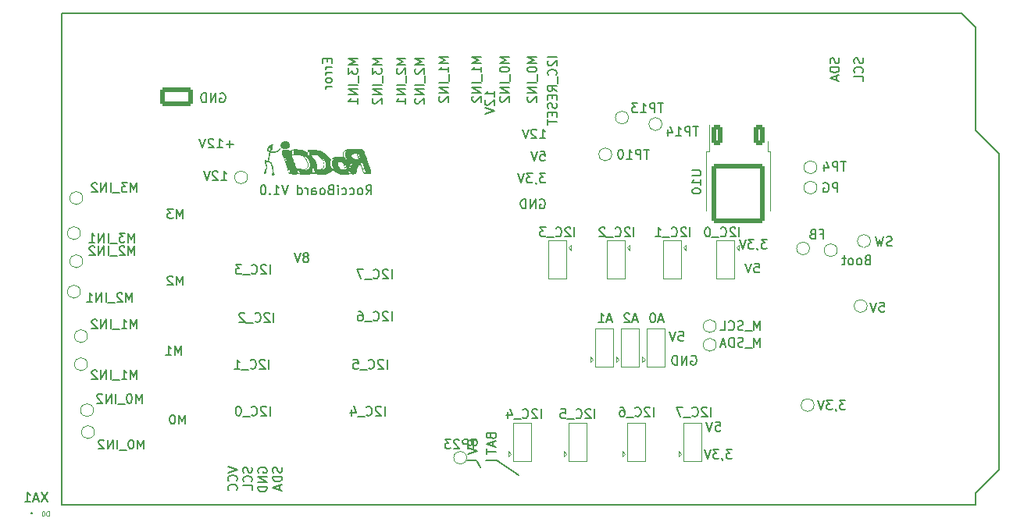
<source format=gbr>
%TF.GenerationSoftware,KiCad,Pcbnew,7.0.2*%
%TF.CreationDate,2023-09-29T20:53:45+02:00*%
%TF.ProjectId,RocciBoard,526f6363-6942-46f6-9172-642e6b696361,rev?*%
%TF.SameCoordinates,Original*%
%TF.FileFunction,Legend,Bot*%
%TF.FilePolarity,Positive*%
%FSLAX46Y46*%
G04 Gerber Fmt 4.6, Leading zero omitted, Abs format (unit mm)*
G04 Created by KiCad (PCBNEW 7.0.2) date 2023-09-29 20:53:45*
%MOMM*%
%LPD*%
G01*
G04 APERTURE LIST*
G04 Aperture macros list*
%AMRoundRect*
0 Rectangle with rounded corners*
0 $1 Rounding radius*
0 $2 $3 $4 $5 $6 $7 $8 $9 X,Y pos of 4 corners*
0 Add a 4 corners polygon primitive as box body*
4,1,4,$2,$3,$4,$5,$6,$7,$8,$9,$2,$3,0*
0 Add four circle primitives for the rounded corners*
1,1,$1+$1,$2,$3*
1,1,$1+$1,$4,$5*
1,1,$1+$1,$6,$7*
1,1,$1+$1,$8,$9*
0 Add four rect primitives between the rounded corners*
20,1,$1+$1,$2,$3,$4,$5,0*
20,1,$1+$1,$4,$5,$6,$7,0*
20,1,$1+$1,$6,$7,$8,$9,0*
20,1,$1+$1,$8,$9,$2,$3,0*%
G04 Aperture macros list end*
%ADD10C,0.150000*%
%ADD11C,0.075000*%
%ADD12C,0.120000*%
%ADD13C,1.000000*%
%ADD14R,1.700000X1.700000*%
%ADD15O,1.700000X1.700000*%
%ADD16RoundRect,0.250000X-1.550000X0.750000X-1.550000X-0.750000X1.550000X-0.750000X1.550000X0.750000X0*%
%ADD17O,3.600000X2.000000*%
%ADD18C,0.770000*%
%ADD19C,3.200000*%
%ADD20O,1.727200X1.727200*%
%ADD21R,1.727200X1.727200*%
%ADD22R,1.500000X1.000000*%
%ADD23RoundRect,0.250000X-0.350000X0.850000X-0.350000X-0.850000X0.350000X-0.850000X0.350000X0.850000X0*%
%ADD24RoundRect,0.249997X-2.650003X2.950003X-2.650003X-2.950003X2.650003X-2.950003X2.650003X2.950003X0*%
G04 APERTURE END LIST*
D10*
X165834000Y-126270000D02*
X167034000Y-126270000D01*
X167034000Y-126270000D02*
X169434000Y-127870000D01*
X164834000Y-126270000D02*
X165234000Y-127070000D01*
X163834000Y-126270000D02*
X164834000Y-126270000D01*
X195595904Y-112147619D02*
X195595904Y-111147619D01*
X195595904Y-111147619D02*
X195262571Y-111861904D01*
X195262571Y-111861904D02*
X194929238Y-111147619D01*
X194929238Y-111147619D02*
X194929238Y-112147619D01*
X194691143Y-112242857D02*
X193929238Y-112242857D01*
X193738761Y-112100000D02*
X193595904Y-112147619D01*
X193595904Y-112147619D02*
X193357809Y-112147619D01*
X193357809Y-112147619D02*
X193262571Y-112100000D01*
X193262571Y-112100000D02*
X193214952Y-112052380D01*
X193214952Y-112052380D02*
X193167333Y-111957142D01*
X193167333Y-111957142D02*
X193167333Y-111861904D01*
X193167333Y-111861904D02*
X193214952Y-111766666D01*
X193214952Y-111766666D02*
X193262571Y-111719047D01*
X193262571Y-111719047D02*
X193357809Y-111671428D01*
X193357809Y-111671428D02*
X193548285Y-111623809D01*
X193548285Y-111623809D02*
X193643523Y-111576190D01*
X193643523Y-111576190D02*
X193691142Y-111528571D01*
X193691142Y-111528571D02*
X193738761Y-111433333D01*
X193738761Y-111433333D02*
X193738761Y-111338095D01*
X193738761Y-111338095D02*
X193691142Y-111242857D01*
X193691142Y-111242857D02*
X193643523Y-111195238D01*
X193643523Y-111195238D02*
X193548285Y-111147619D01*
X193548285Y-111147619D02*
X193310190Y-111147619D01*
X193310190Y-111147619D02*
X193167333Y-111195238D01*
X192167333Y-112052380D02*
X192214952Y-112100000D01*
X192214952Y-112100000D02*
X192357809Y-112147619D01*
X192357809Y-112147619D02*
X192453047Y-112147619D01*
X192453047Y-112147619D02*
X192595904Y-112100000D01*
X192595904Y-112100000D02*
X192691142Y-112004761D01*
X192691142Y-112004761D02*
X192738761Y-111909523D01*
X192738761Y-111909523D02*
X192786380Y-111719047D01*
X192786380Y-111719047D02*
X192786380Y-111576190D01*
X192786380Y-111576190D02*
X192738761Y-111385714D01*
X192738761Y-111385714D02*
X192691142Y-111290476D01*
X192691142Y-111290476D02*
X192595904Y-111195238D01*
X192595904Y-111195238D02*
X192453047Y-111147619D01*
X192453047Y-111147619D02*
X192357809Y-111147619D01*
X192357809Y-111147619D02*
X192214952Y-111195238D01*
X192214952Y-111195238D02*
X192167333Y-111242857D01*
X191262571Y-112147619D02*
X191738761Y-112147619D01*
X191738761Y-112147619D02*
X191738761Y-111147619D01*
X155655761Y-106551619D02*
X155655761Y-105551619D01*
X155227190Y-105646857D02*
X155179571Y-105599238D01*
X155179571Y-105599238D02*
X155084333Y-105551619D01*
X155084333Y-105551619D02*
X154846238Y-105551619D01*
X154846238Y-105551619D02*
X154751000Y-105599238D01*
X154751000Y-105599238D02*
X154703381Y-105646857D01*
X154703381Y-105646857D02*
X154655762Y-105742095D01*
X154655762Y-105742095D02*
X154655762Y-105837333D01*
X154655762Y-105837333D02*
X154703381Y-105980190D01*
X154703381Y-105980190D02*
X155274809Y-106551619D01*
X155274809Y-106551619D02*
X154655762Y-106551619D01*
X153655762Y-106456380D02*
X153703381Y-106504000D01*
X153703381Y-106504000D02*
X153846238Y-106551619D01*
X153846238Y-106551619D02*
X153941476Y-106551619D01*
X153941476Y-106551619D02*
X154084333Y-106504000D01*
X154084333Y-106504000D02*
X154179571Y-106408761D01*
X154179571Y-106408761D02*
X154227190Y-106313523D01*
X154227190Y-106313523D02*
X154274809Y-106123047D01*
X154274809Y-106123047D02*
X154274809Y-105980190D01*
X154274809Y-105980190D02*
X154227190Y-105789714D01*
X154227190Y-105789714D02*
X154179571Y-105694476D01*
X154179571Y-105694476D02*
X154084333Y-105599238D01*
X154084333Y-105599238D02*
X153941476Y-105551619D01*
X153941476Y-105551619D02*
X153846238Y-105551619D01*
X153846238Y-105551619D02*
X153703381Y-105599238D01*
X153703381Y-105599238D02*
X153655762Y-105646857D01*
X153465286Y-106646857D02*
X152703381Y-106646857D01*
X152560523Y-105551619D02*
X151893857Y-105551619D01*
X151893857Y-105551619D02*
X152322428Y-106551619D01*
X133010304Y-100014419D02*
X133010304Y-99014419D01*
X133010304Y-99014419D02*
X132676971Y-99728704D01*
X132676971Y-99728704D02*
X132343638Y-99014419D01*
X132343638Y-99014419D02*
X132343638Y-100014419D01*
X131962685Y-99014419D02*
X131343638Y-99014419D01*
X131343638Y-99014419D02*
X131676971Y-99395371D01*
X131676971Y-99395371D02*
X131534114Y-99395371D01*
X131534114Y-99395371D02*
X131438876Y-99442990D01*
X131438876Y-99442990D02*
X131391257Y-99490609D01*
X131391257Y-99490609D02*
X131343638Y-99585847D01*
X131343638Y-99585847D02*
X131343638Y-99823942D01*
X131343638Y-99823942D02*
X131391257Y-99919180D01*
X131391257Y-99919180D02*
X131438876Y-99966800D01*
X131438876Y-99966800D02*
X131534114Y-100014419D01*
X131534114Y-100014419D02*
X131819828Y-100014419D01*
X131819828Y-100014419D02*
X131915066Y-99966800D01*
X131915066Y-99966800D02*
X131962685Y-99919180D01*
X154893761Y-121410619D02*
X154893761Y-120410619D01*
X154465190Y-120505857D02*
X154417571Y-120458238D01*
X154417571Y-120458238D02*
X154322333Y-120410619D01*
X154322333Y-120410619D02*
X154084238Y-120410619D01*
X154084238Y-120410619D02*
X153989000Y-120458238D01*
X153989000Y-120458238D02*
X153941381Y-120505857D01*
X153941381Y-120505857D02*
X153893762Y-120601095D01*
X153893762Y-120601095D02*
X153893762Y-120696333D01*
X153893762Y-120696333D02*
X153941381Y-120839190D01*
X153941381Y-120839190D02*
X154512809Y-121410619D01*
X154512809Y-121410619D02*
X153893762Y-121410619D01*
X152893762Y-121315380D02*
X152941381Y-121363000D01*
X152941381Y-121363000D02*
X153084238Y-121410619D01*
X153084238Y-121410619D02*
X153179476Y-121410619D01*
X153179476Y-121410619D02*
X153322333Y-121363000D01*
X153322333Y-121363000D02*
X153417571Y-121267761D01*
X153417571Y-121267761D02*
X153465190Y-121172523D01*
X153465190Y-121172523D02*
X153512809Y-120982047D01*
X153512809Y-120982047D02*
X153512809Y-120839190D01*
X153512809Y-120839190D02*
X153465190Y-120648714D01*
X153465190Y-120648714D02*
X153417571Y-120553476D01*
X153417571Y-120553476D02*
X153322333Y-120458238D01*
X153322333Y-120458238D02*
X153179476Y-120410619D01*
X153179476Y-120410619D02*
X153084238Y-120410619D01*
X153084238Y-120410619D02*
X152941381Y-120458238D01*
X152941381Y-120458238D02*
X152893762Y-120505857D01*
X152703286Y-121505857D02*
X151941381Y-121505857D01*
X151274714Y-120743952D02*
X151274714Y-121410619D01*
X151512809Y-120363000D02*
X151750904Y-121077285D01*
X151750904Y-121077285D02*
X151131857Y-121077285D01*
X148631809Y-82662095D02*
X148631809Y-82995428D01*
X149155619Y-83138285D02*
X149155619Y-82662095D01*
X149155619Y-82662095D02*
X148155619Y-82662095D01*
X148155619Y-82662095D02*
X148155619Y-83138285D01*
X149155619Y-83566857D02*
X148488952Y-83566857D01*
X148679428Y-83566857D02*
X148584190Y-83614476D01*
X148584190Y-83614476D02*
X148536571Y-83662095D01*
X148536571Y-83662095D02*
X148488952Y-83757333D01*
X148488952Y-83757333D02*
X148488952Y-83852571D01*
X149155619Y-84185905D02*
X148488952Y-84185905D01*
X148679428Y-84185905D02*
X148584190Y-84233524D01*
X148584190Y-84233524D02*
X148536571Y-84281143D01*
X148536571Y-84281143D02*
X148488952Y-84376381D01*
X148488952Y-84376381D02*
X148488952Y-84471619D01*
X149155619Y-84947810D02*
X149108000Y-84852572D01*
X149108000Y-84852572D02*
X149060380Y-84804953D01*
X149060380Y-84804953D02*
X148965142Y-84757334D01*
X148965142Y-84757334D02*
X148679428Y-84757334D01*
X148679428Y-84757334D02*
X148584190Y-84804953D01*
X148584190Y-84804953D02*
X148536571Y-84852572D01*
X148536571Y-84852572D02*
X148488952Y-84947810D01*
X148488952Y-84947810D02*
X148488952Y-85090667D01*
X148488952Y-85090667D02*
X148536571Y-85185905D01*
X148536571Y-85185905D02*
X148584190Y-85233524D01*
X148584190Y-85233524D02*
X148679428Y-85281143D01*
X148679428Y-85281143D02*
X148965142Y-85281143D01*
X148965142Y-85281143D02*
X149060380Y-85233524D01*
X149060380Y-85233524D02*
X149108000Y-85185905D01*
X149108000Y-85185905D02*
X149155619Y-85090667D01*
X149155619Y-85090667D02*
X149155619Y-84947810D01*
X149155619Y-85709715D02*
X148488952Y-85709715D01*
X148679428Y-85709715D02*
X148584190Y-85757334D01*
X148584190Y-85757334D02*
X148536571Y-85804953D01*
X148536571Y-85804953D02*
X148488952Y-85900191D01*
X148488952Y-85900191D02*
X148488952Y-85995429D01*
X171751714Y-92737619D02*
X172227904Y-92737619D01*
X172227904Y-92737619D02*
X172275523Y-93213809D01*
X172275523Y-93213809D02*
X172227904Y-93166190D01*
X172227904Y-93166190D02*
X172132666Y-93118571D01*
X172132666Y-93118571D02*
X171894571Y-93118571D01*
X171894571Y-93118571D02*
X171799333Y-93166190D01*
X171799333Y-93166190D02*
X171751714Y-93213809D01*
X171751714Y-93213809D02*
X171704095Y-93309047D01*
X171704095Y-93309047D02*
X171704095Y-93547142D01*
X171704095Y-93547142D02*
X171751714Y-93642380D01*
X171751714Y-93642380D02*
X171799333Y-93690000D01*
X171799333Y-93690000D02*
X171894571Y-93737619D01*
X171894571Y-93737619D02*
X172132666Y-93737619D01*
X172132666Y-93737619D02*
X172227904Y-93690000D01*
X172227904Y-93690000D02*
X172275523Y-93642380D01*
X171418380Y-92737619D02*
X171085047Y-93737619D01*
X171085047Y-93737619D02*
X170751714Y-92737619D01*
X184039904Y-121501619D02*
X184039904Y-120501619D01*
X183611333Y-120596857D02*
X183563714Y-120549238D01*
X183563714Y-120549238D02*
X183468476Y-120501619D01*
X183468476Y-120501619D02*
X183230381Y-120501619D01*
X183230381Y-120501619D02*
X183135143Y-120549238D01*
X183135143Y-120549238D02*
X183087524Y-120596857D01*
X183087524Y-120596857D02*
X183039905Y-120692095D01*
X183039905Y-120692095D02*
X183039905Y-120787333D01*
X183039905Y-120787333D02*
X183087524Y-120930190D01*
X183087524Y-120930190D02*
X183658952Y-121501619D01*
X183658952Y-121501619D02*
X183039905Y-121501619D01*
X182039905Y-121406380D02*
X182087524Y-121454000D01*
X182087524Y-121454000D02*
X182230381Y-121501619D01*
X182230381Y-121501619D02*
X182325619Y-121501619D01*
X182325619Y-121501619D02*
X182468476Y-121454000D01*
X182468476Y-121454000D02*
X182563714Y-121358761D01*
X182563714Y-121358761D02*
X182611333Y-121263523D01*
X182611333Y-121263523D02*
X182658952Y-121073047D01*
X182658952Y-121073047D02*
X182658952Y-120930190D01*
X182658952Y-120930190D02*
X182611333Y-120739714D01*
X182611333Y-120739714D02*
X182563714Y-120644476D01*
X182563714Y-120644476D02*
X182468476Y-120549238D01*
X182468476Y-120549238D02*
X182325619Y-120501619D01*
X182325619Y-120501619D02*
X182230381Y-120501619D01*
X182230381Y-120501619D02*
X182087524Y-120549238D01*
X182087524Y-120549238D02*
X182039905Y-120596857D01*
X181849429Y-121596857D02*
X181087524Y-121596857D01*
X180420857Y-120501619D02*
X180611333Y-120501619D01*
X180611333Y-120501619D02*
X180706571Y-120549238D01*
X180706571Y-120549238D02*
X180754190Y-120596857D01*
X180754190Y-120596857D02*
X180849428Y-120739714D01*
X180849428Y-120739714D02*
X180897047Y-120930190D01*
X180897047Y-120930190D02*
X180897047Y-121311142D01*
X180897047Y-121311142D02*
X180849428Y-121406380D01*
X180849428Y-121406380D02*
X180801809Y-121454000D01*
X180801809Y-121454000D02*
X180706571Y-121501619D01*
X180706571Y-121501619D02*
X180516095Y-121501619D01*
X180516095Y-121501619D02*
X180420857Y-121454000D01*
X180420857Y-121454000D02*
X180373238Y-121406380D01*
X180373238Y-121406380D02*
X180325619Y-121311142D01*
X180325619Y-121311142D02*
X180325619Y-121073047D01*
X180325619Y-121073047D02*
X180373238Y-120977809D01*
X180373238Y-120977809D02*
X180420857Y-120930190D01*
X180420857Y-120930190D02*
X180516095Y-120882571D01*
X180516095Y-120882571D02*
X180706571Y-120882571D01*
X180706571Y-120882571D02*
X180801809Y-120930190D01*
X180801809Y-120930190D02*
X180849428Y-120977809D01*
X180849428Y-120977809D02*
X180897047Y-121073047D01*
X195595904Y-113947619D02*
X195595904Y-112947619D01*
X195595904Y-112947619D02*
X195262571Y-113661904D01*
X195262571Y-113661904D02*
X194929238Y-112947619D01*
X194929238Y-112947619D02*
X194929238Y-113947619D01*
X194691143Y-114042857D02*
X193929238Y-114042857D01*
X193738761Y-113900000D02*
X193595904Y-113947619D01*
X193595904Y-113947619D02*
X193357809Y-113947619D01*
X193357809Y-113947619D02*
X193262571Y-113900000D01*
X193262571Y-113900000D02*
X193214952Y-113852380D01*
X193214952Y-113852380D02*
X193167333Y-113757142D01*
X193167333Y-113757142D02*
X193167333Y-113661904D01*
X193167333Y-113661904D02*
X193214952Y-113566666D01*
X193214952Y-113566666D02*
X193262571Y-113519047D01*
X193262571Y-113519047D02*
X193357809Y-113471428D01*
X193357809Y-113471428D02*
X193548285Y-113423809D01*
X193548285Y-113423809D02*
X193643523Y-113376190D01*
X193643523Y-113376190D02*
X193691142Y-113328571D01*
X193691142Y-113328571D02*
X193738761Y-113233333D01*
X193738761Y-113233333D02*
X193738761Y-113138095D01*
X193738761Y-113138095D02*
X193691142Y-113042857D01*
X193691142Y-113042857D02*
X193643523Y-112995238D01*
X193643523Y-112995238D02*
X193548285Y-112947619D01*
X193548285Y-112947619D02*
X193310190Y-112947619D01*
X193310190Y-112947619D02*
X193167333Y-112995238D01*
X192738761Y-113947619D02*
X192738761Y-112947619D01*
X192738761Y-112947619D02*
X192500666Y-112947619D01*
X192500666Y-112947619D02*
X192357809Y-112995238D01*
X192357809Y-112995238D02*
X192262571Y-113090476D01*
X192262571Y-113090476D02*
X192214952Y-113185714D01*
X192214952Y-113185714D02*
X192167333Y-113376190D01*
X192167333Y-113376190D02*
X192167333Y-113519047D01*
X192167333Y-113519047D02*
X192214952Y-113709523D01*
X192214952Y-113709523D02*
X192262571Y-113804761D01*
X192262571Y-113804761D02*
X192357809Y-113900000D01*
X192357809Y-113900000D02*
X192500666Y-113947619D01*
X192500666Y-113947619D02*
X192738761Y-113947619D01*
X191786380Y-113661904D02*
X191310190Y-113661904D01*
X191881618Y-113947619D02*
X191548285Y-112947619D01*
X191548285Y-112947619D02*
X191214952Y-113947619D01*
X137058495Y-86463638D02*
X137153733Y-86416019D01*
X137153733Y-86416019D02*
X137296590Y-86416019D01*
X137296590Y-86416019D02*
X137439447Y-86463638D01*
X137439447Y-86463638D02*
X137534685Y-86558876D01*
X137534685Y-86558876D02*
X137582304Y-86654114D01*
X137582304Y-86654114D02*
X137629923Y-86844590D01*
X137629923Y-86844590D02*
X137629923Y-86987447D01*
X137629923Y-86987447D02*
X137582304Y-87177923D01*
X137582304Y-87177923D02*
X137534685Y-87273161D01*
X137534685Y-87273161D02*
X137439447Y-87368400D01*
X137439447Y-87368400D02*
X137296590Y-87416019D01*
X137296590Y-87416019D02*
X137201352Y-87416019D01*
X137201352Y-87416019D02*
X137058495Y-87368400D01*
X137058495Y-87368400D02*
X137010876Y-87320780D01*
X137010876Y-87320780D02*
X137010876Y-86987447D01*
X137010876Y-86987447D02*
X137201352Y-86987447D01*
X136582304Y-87416019D02*
X136582304Y-86416019D01*
X136582304Y-86416019D02*
X136010876Y-87416019D01*
X136010876Y-87416019D02*
X136010876Y-86416019D01*
X135534685Y-87416019D02*
X135534685Y-86416019D01*
X135534685Y-86416019D02*
X135296590Y-86416019D01*
X135296590Y-86416019D02*
X135153733Y-86463638D01*
X135153733Y-86463638D02*
X135058495Y-86558876D01*
X135058495Y-86558876D02*
X135010876Y-86654114D01*
X135010876Y-86654114D02*
X134963257Y-86844590D01*
X134963257Y-86844590D02*
X134963257Y-86987447D01*
X134963257Y-86987447D02*
X135010876Y-87177923D01*
X135010876Y-87177923D02*
X135058495Y-87273161D01*
X135058495Y-87273161D02*
X135153733Y-87368400D01*
X135153733Y-87368400D02*
X135296590Y-87416019D01*
X135296590Y-87416019D02*
X135534685Y-87416019D01*
X190763714Y-122101619D02*
X191239904Y-122101619D01*
X191239904Y-122101619D02*
X191287523Y-122577809D01*
X191287523Y-122577809D02*
X191239904Y-122530190D01*
X191239904Y-122530190D02*
X191144666Y-122482571D01*
X191144666Y-122482571D02*
X190906571Y-122482571D01*
X190906571Y-122482571D02*
X190811333Y-122530190D01*
X190811333Y-122530190D02*
X190763714Y-122577809D01*
X190763714Y-122577809D02*
X190716095Y-122673047D01*
X190716095Y-122673047D02*
X190716095Y-122911142D01*
X190716095Y-122911142D02*
X190763714Y-123006380D01*
X190763714Y-123006380D02*
X190811333Y-123054000D01*
X190811333Y-123054000D02*
X190906571Y-123101619D01*
X190906571Y-123101619D02*
X191144666Y-123101619D01*
X191144666Y-123101619D02*
X191239904Y-123054000D01*
X191239904Y-123054000D02*
X191287523Y-123006380D01*
X190430380Y-122101619D02*
X190097047Y-123101619D01*
X190097047Y-123101619D02*
X189763714Y-122101619D01*
X202120571Y-101715809D02*
X202453904Y-101715809D01*
X202453904Y-102239619D02*
X202453904Y-101239619D01*
X202453904Y-101239619D02*
X201977714Y-101239619D01*
X201263428Y-101715809D02*
X201120571Y-101763428D01*
X201120571Y-101763428D02*
X201072952Y-101811047D01*
X201072952Y-101811047D02*
X201025333Y-101906285D01*
X201025333Y-101906285D02*
X201025333Y-102049142D01*
X201025333Y-102049142D02*
X201072952Y-102144380D01*
X201072952Y-102144380D02*
X201120571Y-102192000D01*
X201120571Y-102192000D02*
X201215809Y-102239619D01*
X201215809Y-102239619D02*
X201596761Y-102239619D01*
X201596761Y-102239619D02*
X201596761Y-101239619D01*
X201596761Y-101239619D02*
X201263428Y-101239619D01*
X201263428Y-101239619D02*
X201168190Y-101287238D01*
X201168190Y-101287238D02*
X201120571Y-101334857D01*
X201120571Y-101334857D02*
X201072952Y-101430095D01*
X201072952Y-101430095D02*
X201072952Y-101525333D01*
X201072952Y-101525333D02*
X201120571Y-101620571D01*
X201120571Y-101620571D02*
X201168190Y-101668190D01*
X201168190Y-101668190D02*
X201263428Y-101715809D01*
X201263428Y-101715809D02*
X201596761Y-101715809D01*
X157155619Y-82662095D02*
X156155619Y-82662095D01*
X156155619Y-82662095D02*
X156869904Y-82995428D01*
X156869904Y-82995428D02*
X156155619Y-83328761D01*
X156155619Y-83328761D02*
X157155619Y-83328761D01*
X156250857Y-83757333D02*
X156203238Y-83804952D01*
X156203238Y-83804952D02*
X156155619Y-83900190D01*
X156155619Y-83900190D02*
X156155619Y-84138285D01*
X156155619Y-84138285D02*
X156203238Y-84233523D01*
X156203238Y-84233523D02*
X156250857Y-84281142D01*
X156250857Y-84281142D02*
X156346095Y-84328761D01*
X156346095Y-84328761D02*
X156441333Y-84328761D01*
X156441333Y-84328761D02*
X156584190Y-84281142D01*
X156584190Y-84281142D02*
X157155619Y-83709714D01*
X157155619Y-83709714D02*
X157155619Y-84328761D01*
X157250857Y-84519238D02*
X157250857Y-85281142D01*
X157155619Y-85519238D02*
X156155619Y-85519238D01*
X157155619Y-85995428D02*
X156155619Y-85995428D01*
X156155619Y-85995428D02*
X157155619Y-86566856D01*
X157155619Y-86566856D02*
X156155619Y-86566856D01*
X157155619Y-87566856D02*
X157155619Y-86995428D01*
X157155619Y-87281142D02*
X156155619Y-87281142D01*
X156155619Y-87281142D02*
X156298476Y-87185904D01*
X156298476Y-87185904D02*
X156393714Y-87090666D01*
X156393714Y-87090666D02*
X156441333Y-86995428D01*
X171704095Y-97985238D02*
X171799333Y-97937619D01*
X171799333Y-97937619D02*
X171942190Y-97937619D01*
X171942190Y-97937619D02*
X172085047Y-97985238D01*
X172085047Y-97985238D02*
X172180285Y-98080476D01*
X172180285Y-98080476D02*
X172227904Y-98175714D01*
X172227904Y-98175714D02*
X172275523Y-98366190D01*
X172275523Y-98366190D02*
X172275523Y-98509047D01*
X172275523Y-98509047D02*
X172227904Y-98699523D01*
X172227904Y-98699523D02*
X172180285Y-98794761D01*
X172180285Y-98794761D02*
X172085047Y-98890000D01*
X172085047Y-98890000D02*
X171942190Y-98937619D01*
X171942190Y-98937619D02*
X171846952Y-98937619D01*
X171846952Y-98937619D02*
X171704095Y-98890000D01*
X171704095Y-98890000D02*
X171656476Y-98842380D01*
X171656476Y-98842380D02*
X171656476Y-98509047D01*
X171656476Y-98509047D02*
X171846952Y-98509047D01*
X171227904Y-98937619D02*
X171227904Y-97937619D01*
X171227904Y-97937619D02*
X170656476Y-98937619D01*
X170656476Y-98937619D02*
X170656476Y-97937619D01*
X170180285Y-98937619D02*
X170180285Y-97937619D01*
X170180285Y-97937619D02*
X169942190Y-97937619D01*
X169942190Y-97937619D02*
X169799333Y-97985238D01*
X169799333Y-97985238D02*
X169704095Y-98080476D01*
X169704095Y-98080476D02*
X169656476Y-98175714D01*
X169656476Y-98175714D02*
X169608857Y-98366190D01*
X169608857Y-98366190D02*
X169608857Y-98509047D01*
X169608857Y-98509047D02*
X169656476Y-98699523D01*
X169656476Y-98699523D02*
X169704095Y-98794761D01*
X169704095Y-98794761D02*
X169799333Y-98890000D01*
X169799333Y-98890000D02*
X169942190Y-98937619D01*
X169942190Y-98937619D02*
X170180285Y-98937619D01*
X172323142Y-95137619D02*
X171704095Y-95137619D01*
X171704095Y-95137619D02*
X172037428Y-95518571D01*
X172037428Y-95518571D02*
X171894571Y-95518571D01*
X171894571Y-95518571D02*
X171799333Y-95566190D01*
X171799333Y-95566190D02*
X171751714Y-95613809D01*
X171751714Y-95613809D02*
X171704095Y-95709047D01*
X171704095Y-95709047D02*
X171704095Y-95947142D01*
X171704095Y-95947142D02*
X171751714Y-96042380D01*
X171751714Y-96042380D02*
X171799333Y-96090000D01*
X171799333Y-96090000D02*
X171894571Y-96137619D01*
X171894571Y-96137619D02*
X172180285Y-96137619D01*
X172180285Y-96137619D02*
X172275523Y-96090000D01*
X172275523Y-96090000D02*
X172323142Y-96042380D01*
X171227904Y-96090000D02*
X171227904Y-96137619D01*
X171227904Y-96137619D02*
X171275523Y-96232857D01*
X171275523Y-96232857D02*
X171323142Y-96280476D01*
X170894571Y-95137619D02*
X170275524Y-95137619D01*
X170275524Y-95137619D02*
X170608857Y-95518571D01*
X170608857Y-95518571D02*
X170466000Y-95518571D01*
X170466000Y-95518571D02*
X170370762Y-95566190D01*
X170370762Y-95566190D02*
X170323143Y-95613809D01*
X170323143Y-95613809D02*
X170275524Y-95709047D01*
X170275524Y-95709047D02*
X170275524Y-95947142D01*
X170275524Y-95947142D02*
X170323143Y-96042380D01*
X170323143Y-96042380D02*
X170370762Y-96090000D01*
X170370762Y-96090000D02*
X170466000Y-96137619D01*
X170466000Y-96137619D02*
X170751714Y-96137619D01*
X170751714Y-96137619D02*
X170846952Y-96090000D01*
X170846952Y-96090000D02*
X170894571Y-96042380D01*
X169989809Y-95137619D02*
X169656476Y-96137619D01*
X169656476Y-96137619D02*
X169323143Y-95137619D01*
X155147761Y-116330619D02*
X155147761Y-115330619D01*
X154719190Y-115425857D02*
X154671571Y-115378238D01*
X154671571Y-115378238D02*
X154576333Y-115330619D01*
X154576333Y-115330619D02*
X154338238Y-115330619D01*
X154338238Y-115330619D02*
X154243000Y-115378238D01*
X154243000Y-115378238D02*
X154195381Y-115425857D01*
X154195381Y-115425857D02*
X154147762Y-115521095D01*
X154147762Y-115521095D02*
X154147762Y-115616333D01*
X154147762Y-115616333D02*
X154195381Y-115759190D01*
X154195381Y-115759190D02*
X154766809Y-116330619D01*
X154766809Y-116330619D02*
X154147762Y-116330619D01*
X153147762Y-116235380D02*
X153195381Y-116283000D01*
X153195381Y-116283000D02*
X153338238Y-116330619D01*
X153338238Y-116330619D02*
X153433476Y-116330619D01*
X153433476Y-116330619D02*
X153576333Y-116283000D01*
X153576333Y-116283000D02*
X153671571Y-116187761D01*
X153671571Y-116187761D02*
X153719190Y-116092523D01*
X153719190Y-116092523D02*
X153766809Y-115902047D01*
X153766809Y-115902047D02*
X153766809Y-115759190D01*
X153766809Y-115759190D02*
X153719190Y-115568714D01*
X153719190Y-115568714D02*
X153671571Y-115473476D01*
X153671571Y-115473476D02*
X153576333Y-115378238D01*
X153576333Y-115378238D02*
X153433476Y-115330619D01*
X153433476Y-115330619D02*
X153338238Y-115330619D01*
X153338238Y-115330619D02*
X153195381Y-115378238D01*
X153195381Y-115378238D02*
X153147762Y-115425857D01*
X152957286Y-116425857D02*
X152195381Y-116425857D01*
X151481095Y-115330619D02*
X151957285Y-115330619D01*
X151957285Y-115330619D02*
X152004904Y-115806809D01*
X152004904Y-115806809D02*
X151957285Y-115759190D01*
X151957285Y-115759190D02*
X151862047Y-115711571D01*
X151862047Y-115711571D02*
X151623952Y-115711571D01*
X151623952Y-115711571D02*
X151528714Y-115759190D01*
X151528714Y-115759190D02*
X151481095Y-115806809D01*
X151481095Y-115806809D02*
X151433476Y-115902047D01*
X151433476Y-115902047D02*
X151433476Y-116140142D01*
X151433476Y-116140142D02*
X151481095Y-116235380D01*
X151481095Y-116235380D02*
X151528714Y-116283000D01*
X151528714Y-116283000D02*
X151623952Y-116330619D01*
X151623952Y-116330619D02*
X151862047Y-116330619D01*
X151862047Y-116330619D02*
X151957285Y-116283000D01*
X151957285Y-116283000D02*
X152004904Y-116235380D01*
X190239904Y-121501619D02*
X190239904Y-120501619D01*
X189811333Y-120596857D02*
X189763714Y-120549238D01*
X189763714Y-120549238D02*
X189668476Y-120501619D01*
X189668476Y-120501619D02*
X189430381Y-120501619D01*
X189430381Y-120501619D02*
X189335143Y-120549238D01*
X189335143Y-120549238D02*
X189287524Y-120596857D01*
X189287524Y-120596857D02*
X189239905Y-120692095D01*
X189239905Y-120692095D02*
X189239905Y-120787333D01*
X189239905Y-120787333D02*
X189287524Y-120930190D01*
X189287524Y-120930190D02*
X189858952Y-121501619D01*
X189858952Y-121501619D02*
X189239905Y-121501619D01*
X188239905Y-121406380D02*
X188287524Y-121454000D01*
X188287524Y-121454000D02*
X188430381Y-121501619D01*
X188430381Y-121501619D02*
X188525619Y-121501619D01*
X188525619Y-121501619D02*
X188668476Y-121454000D01*
X188668476Y-121454000D02*
X188763714Y-121358761D01*
X188763714Y-121358761D02*
X188811333Y-121263523D01*
X188811333Y-121263523D02*
X188858952Y-121073047D01*
X188858952Y-121073047D02*
X188858952Y-120930190D01*
X188858952Y-120930190D02*
X188811333Y-120739714D01*
X188811333Y-120739714D02*
X188763714Y-120644476D01*
X188763714Y-120644476D02*
X188668476Y-120549238D01*
X188668476Y-120549238D02*
X188525619Y-120501619D01*
X188525619Y-120501619D02*
X188430381Y-120501619D01*
X188430381Y-120501619D02*
X188287524Y-120549238D01*
X188287524Y-120549238D02*
X188239905Y-120596857D01*
X188049429Y-121596857D02*
X187287524Y-121596857D01*
X187144666Y-120501619D02*
X186478000Y-120501619D01*
X186478000Y-120501619D02*
X186906571Y-121501619D01*
X186763714Y-112301619D02*
X187239904Y-112301619D01*
X187239904Y-112301619D02*
X187287523Y-112777809D01*
X187287523Y-112777809D02*
X187239904Y-112730190D01*
X187239904Y-112730190D02*
X187144666Y-112682571D01*
X187144666Y-112682571D02*
X186906571Y-112682571D01*
X186906571Y-112682571D02*
X186811333Y-112730190D01*
X186811333Y-112730190D02*
X186763714Y-112777809D01*
X186763714Y-112777809D02*
X186716095Y-112873047D01*
X186716095Y-112873047D02*
X186716095Y-113111142D01*
X186716095Y-113111142D02*
X186763714Y-113206380D01*
X186763714Y-113206380D02*
X186811333Y-113254000D01*
X186811333Y-113254000D02*
X186906571Y-113301619D01*
X186906571Y-113301619D02*
X187144666Y-113301619D01*
X187144666Y-113301619D02*
X187239904Y-113254000D01*
X187239904Y-113254000D02*
X187287523Y-113206380D01*
X186430380Y-112301619D02*
X186097047Y-113301619D01*
X186097047Y-113301619D02*
X185763714Y-112301619D01*
X183546761Y-92548119D02*
X182975333Y-92548119D01*
X183261047Y-93548119D02*
X183261047Y-92548119D01*
X182641999Y-93548119D02*
X182641999Y-92548119D01*
X182641999Y-92548119D02*
X182261047Y-92548119D01*
X182261047Y-92548119D02*
X182165809Y-92595738D01*
X182165809Y-92595738D02*
X182118190Y-92643357D01*
X182118190Y-92643357D02*
X182070571Y-92738595D01*
X182070571Y-92738595D02*
X182070571Y-92881452D01*
X182070571Y-92881452D02*
X182118190Y-92976690D01*
X182118190Y-92976690D02*
X182165809Y-93024309D01*
X182165809Y-93024309D02*
X182261047Y-93071928D01*
X182261047Y-93071928D02*
X182641999Y-93071928D01*
X181118190Y-93548119D02*
X181689618Y-93548119D01*
X181403904Y-93548119D02*
X181403904Y-92548119D01*
X181403904Y-92548119D02*
X181499142Y-92690976D01*
X181499142Y-92690976D02*
X181594380Y-92786214D01*
X181594380Y-92786214D02*
X181689618Y-92833833D01*
X180499142Y-92548119D02*
X180403904Y-92548119D01*
X180403904Y-92548119D02*
X180308666Y-92595738D01*
X180308666Y-92595738D02*
X180261047Y-92643357D01*
X180261047Y-92643357D02*
X180213428Y-92738595D01*
X180213428Y-92738595D02*
X180165809Y-92929071D01*
X180165809Y-92929071D02*
X180165809Y-93167166D01*
X180165809Y-93167166D02*
X180213428Y-93357642D01*
X180213428Y-93357642D02*
X180261047Y-93452880D01*
X180261047Y-93452880D02*
X180308666Y-93500500D01*
X180308666Y-93500500D02*
X180403904Y-93548119D01*
X180403904Y-93548119D02*
X180499142Y-93548119D01*
X180499142Y-93548119D02*
X180594380Y-93500500D01*
X180594380Y-93500500D02*
X180641999Y-93452880D01*
X180641999Y-93452880D02*
X180689618Y-93357642D01*
X180689618Y-93357642D02*
X180737237Y-93167166D01*
X180737237Y-93167166D02*
X180737237Y-92929071D01*
X180737237Y-92929071D02*
X180689618Y-92738595D01*
X180689618Y-92738595D02*
X180641999Y-92643357D01*
X180641999Y-92643357D02*
X180594380Y-92595738D01*
X180594380Y-92595738D02*
X180499142Y-92548119D01*
X132832504Y-114848019D02*
X132832504Y-113848019D01*
X132832504Y-113848019D02*
X132499171Y-114562304D01*
X132499171Y-114562304D02*
X132165838Y-113848019D01*
X132165838Y-113848019D02*
X132165838Y-114848019D01*
X131165838Y-114848019D02*
X131737266Y-114848019D01*
X131451552Y-114848019D02*
X131451552Y-113848019D01*
X131451552Y-113848019D02*
X131546790Y-113990876D01*
X131546790Y-113990876D02*
X131642028Y-114086114D01*
X131642028Y-114086114D02*
X131737266Y-114133733D01*
X137160095Y-95889619D02*
X137731523Y-95889619D01*
X137445809Y-95889619D02*
X137445809Y-94889619D01*
X137445809Y-94889619D02*
X137541047Y-95032476D01*
X137541047Y-95032476D02*
X137636285Y-95127714D01*
X137636285Y-95127714D02*
X137731523Y-95175333D01*
X136779142Y-94984857D02*
X136731523Y-94937238D01*
X136731523Y-94937238D02*
X136636285Y-94889619D01*
X136636285Y-94889619D02*
X136398190Y-94889619D01*
X136398190Y-94889619D02*
X136302952Y-94937238D01*
X136302952Y-94937238D02*
X136255333Y-94984857D01*
X136255333Y-94984857D02*
X136207714Y-95080095D01*
X136207714Y-95080095D02*
X136207714Y-95175333D01*
X136207714Y-95175333D02*
X136255333Y-95318190D01*
X136255333Y-95318190D02*
X136826761Y-95889619D01*
X136826761Y-95889619D02*
X136207714Y-95889619D01*
X135921999Y-94889619D02*
X135588666Y-95889619D01*
X135588666Y-95889619D02*
X135255333Y-94889619D01*
X165355619Y-82462095D02*
X164355619Y-82462095D01*
X164355619Y-82462095D02*
X165069904Y-82795428D01*
X165069904Y-82795428D02*
X164355619Y-83128761D01*
X164355619Y-83128761D02*
X165355619Y-83128761D01*
X165355619Y-84128761D02*
X165355619Y-83557333D01*
X165355619Y-83843047D02*
X164355619Y-83843047D01*
X164355619Y-83843047D02*
X164498476Y-83747809D01*
X164498476Y-83747809D02*
X164593714Y-83652571D01*
X164593714Y-83652571D02*
X164641333Y-83557333D01*
X165450857Y-84319238D02*
X165450857Y-85081142D01*
X165355619Y-85319238D02*
X164355619Y-85319238D01*
X165355619Y-85795428D02*
X164355619Y-85795428D01*
X164355619Y-85795428D02*
X165355619Y-86366856D01*
X165355619Y-86366856D02*
X164355619Y-86366856D01*
X164450857Y-86795428D02*
X164403238Y-86843047D01*
X164403238Y-86843047D02*
X164355619Y-86938285D01*
X164355619Y-86938285D02*
X164355619Y-87176380D01*
X164355619Y-87176380D02*
X164403238Y-87271618D01*
X164403238Y-87271618D02*
X164450857Y-87319237D01*
X164450857Y-87319237D02*
X164546095Y-87366856D01*
X164546095Y-87366856D02*
X164641333Y-87366856D01*
X164641333Y-87366856D02*
X164784190Y-87319237D01*
X164784190Y-87319237D02*
X165355619Y-86747809D01*
X165355619Y-86747809D02*
X165355619Y-87366856D01*
X152860476Y-97413619D02*
X153193809Y-96937428D01*
X153431904Y-97413619D02*
X153431904Y-96413619D01*
X153431904Y-96413619D02*
X153050952Y-96413619D01*
X153050952Y-96413619D02*
X152955714Y-96461238D01*
X152955714Y-96461238D02*
X152908095Y-96508857D01*
X152908095Y-96508857D02*
X152860476Y-96604095D01*
X152860476Y-96604095D02*
X152860476Y-96746952D01*
X152860476Y-96746952D02*
X152908095Y-96842190D01*
X152908095Y-96842190D02*
X152955714Y-96889809D01*
X152955714Y-96889809D02*
X153050952Y-96937428D01*
X153050952Y-96937428D02*
X153431904Y-96937428D01*
X152289047Y-97413619D02*
X152384285Y-97366000D01*
X152384285Y-97366000D02*
X152431904Y-97318380D01*
X152431904Y-97318380D02*
X152479523Y-97223142D01*
X152479523Y-97223142D02*
X152479523Y-96937428D01*
X152479523Y-96937428D02*
X152431904Y-96842190D01*
X152431904Y-96842190D02*
X152384285Y-96794571D01*
X152384285Y-96794571D02*
X152289047Y-96746952D01*
X152289047Y-96746952D02*
X152146190Y-96746952D01*
X152146190Y-96746952D02*
X152050952Y-96794571D01*
X152050952Y-96794571D02*
X152003333Y-96842190D01*
X152003333Y-96842190D02*
X151955714Y-96937428D01*
X151955714Y-96937428D02*
X151955714Y-97223142D01*
X151955714Y-97223142D02*
X152003333Y-97318380D01*
X152003333Y-97318380D02*
X152050952Y-97366000D01*
X152050952Y-97366000D02*
X152146190Y-97413619D01*
X152146190Y-97413619D02*
X152289047Y-97413619D01*
X151098571Y-97366000D02*
X151193809Y-97413619D01*
X151193809Y-97413619D02*
X151384285Y-97413619D01*
X151384285Y-97413619D02*
X151479523Y-97366000D01*
X151479523Y-97366000D02*
X151527142Y-97318380D01*
X151527142Y-97318380D02*
X151574761Y-97223142D01*
X151574761Y-97223142D02*
X151574761Y-96937428D01*
X151574761Y-96937428D02*
X151527142Y-96842190D01*
X151527142Y-96842190D02*
X151479523Y-96794571D01*
X151479523Y-96794571D02*
X151384285Y-96746952D01*
X151384285Y-96746952D02*
X151193809Y-96746952D01*
X151193809Y-96746952D02*
X151098571Y-96794571D01*
X150241428Y-97366000D02*
X150336666Y-97413619D01*
X150336666Y-97413619D02*
X150527142Y-97413619D01*
X150527142Y-97413619D02*
X150622380Y-97366000D01*
X150622380Y-97366000D02*
X150669999Y-97318380D01*
X150669999Y-97318380D02*
X150717618Y-97223142D01*
X150717618Y-97223142D02*
X150717618Y-96937428D01*
X150717618Y-96937428D02*
X150669999Y-96842190D01*
X150669999Y-96842190D02*
X150622380Y-96794571D01*
X150622380Y-96794571D02*
X150527142Y-96746952D01*
X150527142Y-96746952D02*
X150336666Y-96746952D01*
X150336666Y-96746952D02*
X150241428Y-96794571D01*
X149812856Y-97413619D02*
X149812856Y-96746952D01*
X149812856Y-96413619D02*
X149860475Y-96461238D01*
X149860475Y-96461238D02*
X149812856Y-96508857D01*
X149812856Y-96508857D02*
X149765237Y-96461238D01*
X149765237Y-96461238D02*
X149812856Y-96413619D01*
X149812856Y-96413619D02*
X149812856Y-96508857D01*
X149003333Y-96889809D02*
X148860476Y-96937428D01*
X148860476Y-96937428D02*
X148812857Y-96985047D01*
X148812857Y-96985047D02*
X148765238Y-97080285D01*
X148765238Y-97080285D02*
X148765238Y-97223142D01*
X148765238Y-97223142D02*
X148812857Y-97318380D01*
X148812857Y-97318380D02*
X148860476Y-97366000D01*
X148860476Y-97366000D02*
X148955714Y-97413619D01*
X148955714Y-97413619D02*
X149336666Y-97413619D01*
X149336666Y-97413619D02*
X149336666Y-96413619D01*
X149336666Y-96413619D02*
X149003333Y-96413619D01*
X149003333Y-96413619D02*
X148908095Y-96461238D01*
X148908095Y-96461238D02*
X148860476Y-96508857D01*
X148860476Y-96508857D02*
X148812857Y-96604095D01*
X148812857Y-96604095D02*
X148812857Y-96699333D01*
X148812857Y-96699333D02*
X148860476Y-96794571D01*
X148860476Y-96794571D02*
X148908095Y-96842190D01*
X148908095Y-96842190D02*
X149003333Y-96889809D01*
X149003333Y-96889809D02*
X149336666Y-96889809D01*
X148193809Y-97413619D02*
X148289047Y-97366000D01*
X148289047Y-97366000D02*
X148336666Y-97318380D01*
X148336666Y-97318380D02*
X148384285Y-97223142D01*
X148384285Y-97223142D02*
X148384285Y-96937428D01*
X148384285Y-96937428D02*
X148336666Y-96842190D01*
X148336666Y-96842190D02*
X148289047Y-96794571D01*
X148289047Y-96794571D02*
X148193809Y-96746952D01*
X148193809Y-96746952D02*
X148050952Y-96746952D01*
X148050952Y-96746952D02*
X147955714Y-96794571D01*
X147955714Y-96794571D02*
X147908095Y-96842190D01*
X147908095Y-96842190D02*
X147860476Y-96937428D01*
X147860476Y-96937428D02*
X147860476Y-97223142D01*
X147860476Y-97223142D02*
X147908095Y-97318380D01*
X147908095Y-97318380D02*
X147955714Y-97366000D01*
X147955714Y-97366000D02*
X148050952Y-97413619D01*
X148050952Y-97413619D02*
X148193809Y-97413619D01*
X147003333Y-97413619D02*
X147003333Y-96889809D01*
X147003333Y-96889809D02*
X147050952Y-96794571D01*
X147050952Y-96794571D02*
X147146190Y-96746952D01*
X147146190Y-96746952D02*
X147336666Y-96746952D01*
X147336666Y-96746952D02*
X147431904Y-96794571D01*
X147003333Y-97366000D02*
X147098571Y-97413619D01*
X147098571Y-97413619D02*
X147336666Y-97413619D01*
X147336666Y-97413619D02*
X147431904Y-97366000D01*
X147431904Y-97366000D02*
X147479523Y-97270761D01*
X147479523Y-97270761D02*
X147479523Y-97175523D01*
X147479523Y-97175523D02*
X147431904Y-97080285D01*
X147431904Y-97080285D02*
X147336666Y-97032666D01*
X147336666Y-97032666D02*
X147098571Y-97032666D01*
X147098571Y-97032666D02*
X147003333Y-96985047D01*
X146527142Y-97413619D02*
X146527142Y-96746952D01*
X146527142Y-96937428D02*
X146479523Y-96842190D01*
X146479523Y-96842190D02*
X146431904Y-96794571D01*
X146431904Y-96794571D02*
X146336666Y-96746952D01*
X146336666Y-96746952D02*
X146241428Y-96746952D01*
X145479523Y-97413619D02*
X145479523Y-96413619D01*
X145479523Y-97366000D02*
X145574761Y-97413619D01*
X145574761Y-97413619D02*
X145765237Y-97413619D01*
X145765237Y-97413619D02*
X145860475Y-97366000D01*
X145860475Y-97366000D02*
X145908094Y-97318380D01*
X145908094Y-97318380D02*
X145955713Y-97223142D01*
X145955713Y-97223142D02*
X145955713Y-96937428D01*
X145955713Y-96937428D02*
X145908094Y-96842190D01*
X145908094Y-96842190D02*
X145860475Y-96794571D01*
X145860475Y-96794571D02*
X145765237Y-96746952D01*
X145765237Y-96746952D02*
X145574761Y-96746952D01*
X145574761Y-96746952D02*
X145479523Y-96794571D01*
X144384284Y-96413619D02*
X144050951Y-97413619D01*
X144050951Y-97413619D02*
X143717618Y-96413619D01*
X142860475Y-97413619D02*
X143431903Y-97413619D01*
X143146189Y-97413619D02*
X143146189Y-96413619D01*
X143146189Y-96413619D02*
X143241427Y-96556476D01*
X143241427Y-96556476D02*
X143336665Y-96651714D01*
X143336665Y-96651714D02*
X143431903Y-96699333D01*
X142431903Y-97318380D02*
X142384284Y-97366000D01*
X142384284Y-97366000D02*
X142431903Y-97413619D01*
X142431903Y-97413619D02*
X142479522Y-97366000D01*
X142479522Y-97366000D02*
X142431903Y-97318380D01*
X142431903Y-97318380D02*
X142431903Y-97413619D01*
X141765237Y-96413619D02*
X141669999Y-96413619D01*
X141669999Y-96413619D02*
X141574761Y-96461238D01*
X141574761Y-96461238D02*
X141527142Y-96508857D01*
X141527142Y-96508857D02*
X141479523Y-96604095D01*
X141479523Y-96604095D02*
X141431904Y-96794571D01*
X141431904Y-96794571D02*
X141431904Y-97032666D01*
X141431904Y-97032666D02*
X141479523Y-97223142D01*
X141479523Y-97223142D02*
X141527142Y-97318380D01*
X141527142Y-97318380D02*
X141574761Y-97366000D01*
X141574761Y-97366000D02*
X141669999Y-97413619D01*
X141669999Y-97413619D02*
X141765237Y-97413619D01*
X141765237Y-97413619D02*
X141860475Y-97366000D01*
X141860475Y-97366000D02*
X141908094Y-97318380D01*
X141908094Y-97318380D02*
X141955713Y-97223142D01*
X141955713Y-97223142D02*
X142003332Y-97032666D01*
X142003332Y-97032666D02*
X142003332Y-96794571D01*
X142003332Y-96794571D02*
X141955713Y-96604095D01*
X141955713Y-96604095D02*
X141908094Y-96508857D01*
X141908094Y-96508857D02*
X141860475Y-96461238D01*
X141860475Y-96461238D02*
X141765237Y-96413619D01*
X188116095Y-114949238D02*
X188211333Y-114901619D01*
X188211333Y-114901619D02*
X188354190Y-114901619D01*
X188354190Y-114901619D02*
X188497047Y-114949238D01*
X188497047Y-114949238D02*
X188592285Y-115044476D01*
X188592285Y-115044476D02*
X188639904Y-115139714D01*
X188639904Y-115139714D02*
X188687523Y-115330190D01*
X188687523Y-115330190D02*
X188687523Y-115473047D01*
X188687523Y-115473047D02*
X188639904Y-115663523D01*
X188639904Y-115663523D02*
X188592285Y-115758761D01*
X188592285Y-115758761D02*
X188497047Y-115854000D01*
X188497047Y-115854000D02*
X188354190Y-115901619D01*
X188354190Y-115901619D02*
X188258952Y-115901619D01*
X188258952Y-115901619D02*
X188116095Y-115854000D01*
X188116095Y-115854000D02*
X188068476Y-115806380D01*
X188068476Y-115806380D02*
X188068476Y-115473047D01*
X188068476Y-115473047D02*
X188258952Y-115473047D01*
X187639904Y-115901619D02*
X187639904Y-114901619D01*
X187639904Y-114901619D02*
X187068476Y-115901619D01*
X187068476Y-115901619D02*
X187068476Y-114901619D01*
X186592285Y-115901619D02*
X186592285Y-114901619D01*
X186592285Y-114901619D02*
X186354190Y-114901619D01*
X186354190Y-114901619D02*
X186211333Y-114949238D01*
X186211333Y-114949238D02*
X186116095Y-115044476D01*
X186116095Y-115044476D02*
X186068476Y-115139714D01*
X186068476Y-115139714D02*
X186020857Y-115330190D01*
X186020857Y-115330190D02*
X186020857Y-115473047D01*
X186020857Y-115473047D02*
X186068476Y-115663523D01*
X186068476Y-115663523D02*
X186116095Y-115758761D01*
X186116095Y-115758761D02*
X186211333Y-115854000D01*
X186211333Y-115854000D02*
X186354190Y-115901619D01*
X186354190Y-115901619D02*
X186592285Y-115901619D01*
X166755619Y-86785904D02*
X166755619Y-86214476D01*
X166755619Y-86500190D02*
X165755619Y-86500190D01*
X165755619Y-86500190D02*
X165898476Y-86404952D01*
X165898476Y-86404952D02*
X165993714Y-86309714D01*
X165993714Y-86309714D02*
X166041333Y-86214476D01*
X165850857Y-87166857D02*
X165803238Y-87214476D01*
X165803238Y-87214476D02*
X165755619Y-87309714D01*
X165755619Y-87309714D02*
X165755619Y-87547809D01*
X165755619Y-87547809D02*
X165803238Y-87643047D01*
X165803238Y-87643047D02*
X165850857Y-87690666D01*
X165850857Y-87690666D02*
X165946095Y-87738285D01*
X165946095Y-87738285D02*
X166041333Y-87738285D01*
X166041333Y-87738285D02*
X166184190Y-87690666D01*
X166184190Y-87690666D02*
X166755619Y-87119238D01*
X166755619Y-87119238D02*
X166755619Y-87738285D01*
X165755619Y-88024000D02*
X166755619Y-88357333D01*
X166755619Y-88357333D02*
X165755619Y-88690666D01*
X127777904Y-104017619D02*
X127777904Y-103017619D01*
X127777904Y-103017619D02*
X127444571Y-103731904D01*
X127444571Y-103731904D02*
X127111238Y-103017619D01*
X127111238Y-103017619D02*
X127111238Y-104017619D01*
X126682666Y-103112857D02*
X126635047Y-103065238D01*
X126635047Y-103065238D02*
X126539809Y-103017619D01*
X126539809Y-103017619D02*
X126301714Y-103017619D01*
X126301714Y-103017619D02*
X126206476Y-103065238D01*
X126206476Y-103065238D02*
X126158857Y-103112857D01*
X126158857Y-103112857D02*
X126111238Y-103208095D01*
X126111238Y-103208095D02*
X126111238Y-103303333D01*
X126111238Y-103303333D02*
X126158857Y-103446190D01*
X126158857Y-103446190D02*
X126730285Y-104017619D01*
X126730285Y-104017619D02*
X126111238Y-104017619D01*
X125920762Y-104112857D02*
X125158857Y-104112857D01*
X124920761Y-104017619D02*
X124920761Y-103017619D01*
X124444571Y-104017619D02*
X124444571Y-103017619D01*
X124444571Y-103017619D02*
X123873143Y-104017619D01*
X123873143Y-104017619D02*
X123873143Y-103017619D01*
X123444571Y-103112857D02*
X123396952Y-103065238D01*
X123396952Y-103065238D02*
X123301714Y-103017619D01*
X123301714Y-103017619D02*
X123063619Y-103017619D01*
X123063619Y-103017619D02*
X122968381Y-103065238D01*
X122968381Y-103065238D02*
X122920762Y-103112857D01*
X122920762Y-103112857D02*
X122873143Y-103208095D01*
X122873143Y-103208095D02*
X122873143Y-103303333D01*
X122873143Y-103303333D02*
X122920762Y-103446190D01*
X122920762Y-103446190D02*
X123492190Y-104017619D01*
X123492190Y-104017619D02*
X122873143Y-104017619D01*
X204835142Y-119747619D02*
X204216095Y-119747619D01*
X204216095Y-119747619D02*
X204549428Y-120128571D01*
X204549428Y-120128571D02*
X204406571Y-120128571D01*
X204406571Y-120128571D02*
X204311333Y-120176190D01*
X204311333Y-120176190D02*
X204263714Y-120223809D01*
X204263714Y-120223809D02*
X204216095Y-120319047D01*
X204216095Y-120319047D02*
X204216095Y-120557142D01*
X204216095Y-120557142D02*
X204263714Y-120652380D01*
X204263714Y-120652380D02*
X204311333Y-120700000D01*
X204311333Y-120700000D02*
X204406571Y-120747619D01*
X204406571Y-120747619D02*
X204692285Y-120747619D01*
X204692285Y-120747619D02*
X204787523Y-120700000D01*
X204787523Y-120700000D02*
X204835142Y-120652380D01*
X203739904Y-120700000D02*
X203739904Y-120747619D01*
X203739904Y-120747619D02*
X203787523Y-120842857D01*
X203787523Y-120842857D02*
X203835142Y-120890476D01*
X203406571Y-119747619D02*
X202787524Y-119747619D01*
X202787524Y-119747619D02*
X203120857Y-120128571D01*
X203120857Y-120128571D02*
X202978000Y-120128571D01*
X202978000Y-120128571D02*
X202882762Y-120176190D01*
X202882762Y-120176190D02*
X202835143Y-120223809D01*
X202835143Y-120223809D02*
X202787524Y-120319047D01*
X202787524Y-120319047D02*
X202787524Y-120557142D01*
X202787524Y-120557142D02*
X202835143Y-120652380D01*
X202835143Y-120652380D02*
X202882762Y-120700000D01*
X202882762Y-120700000D02*
X202978000Y-120747619D01*
X202978000Y-120747619D02*
X203263714Y-120747619D01*
X203263714Y-120747619D02*
X203358952Y-120700000D01*
X203358952Y-120700000D02*
X203406571Y-120652380D01*
X202501809Y-119747619D02*
X202168476Y-120747619D01*
X202168476Y-120747619D02*
X201835143Y-119747619D01*
X128031904Y-111977819D02*
X128031904Y-110977819D01*
X128031904Y-110977819D02*
X127698571Y-111692104D01*
X127698571Y-111692104D02*
X127365238Y-110977819D01*
X127365238Y-110977819D02*
X127365238Y-111977819D01*
X126365238Y-111977819D02*
X126936666Y-111977819D01*
X126650952Y-111977819D02*
X126650952Y-110977819D01*
X126650952Y-110977819D02*
X126746190Y-111120676D01*
X126746190Y-111120676D02*
X126841428Y-111215914D01*
X126841428Y-111215914D02*
X126936666Y-111263533D01*
X126174762Y-112073057D02*
X125412857Y-112073057D01*
X125174761Y-111977819D02*
X125174761Y-110977819D01*
X124698571Y-111977819D02*
X124698571Y-110977819D01*
X124698571Y-110977819D02*
X124127143Y-111977819D01*
X124127143Y-111977819D02*
X124127143Y-110977819D01*
X123698571Y-111073057D02*
X123650952Y-111025438D01*
X123650952Y-111025438D02*
X123555714Y-110977819D01*
X123555714Y-110977819D02*
X123317619Y-110977819D01*
X123317619Y-110977819D02*
X123222381Y-111025438D01*
X123222381Y-111025438D02*
X123174762Y-111073057D01*
X123174762Y-111073057D02*
X123127143Y-111168295D01*
X123127143Y-111168295D02*
X123127143Y-111263533D01*
X123127143Y-111263533D02*
X123174762Y-111406390D01*
X123174762Y-111406390D02*
X123746190Y-111977819D01*
X123746190Y-111977819D02*
X123127143Y-111977819D01*
X128031904Y-97159619D02*
X128031904Y-96159619D01*
X128031904Y-96159619D02*
X127698571Y-96873904D01*
X127698571Y-96873904D02*
X127365238Y-96159619D01*
X127365238Y-96159619D02*
X127365238Y-97159619D01*
X126984285Y-96159619D02*
X126365238Y-96159619D01*
X126365238Y-96159619D02*
X126698571Y-96540571D01*
X126698571Y-96540571D02*
X126555714Y-96540571D01*
X126555714Y-96540571D02*
X126460476Y-96588190D01*
X126460476Y-96588190D02*
X126412857Y-96635809D01*
X126412857Y-96635809D02*
X126365238Y-96731047D01*
X126365238Y-96731047D02*
X126365238Y-96969142D01*
X126365238Y-96969142D02*
X126412857Y-97064380D01*
X126412857Y-97064380D02*
X126460476Y-97112000D01*
X126460476Y-97112000D02*
X126555714Y-97159619D01*
X126555714Y-97159619D02*
X126841428Y-97159619D01*
X126841428Y-97159619D02*
X126936666Y-97112000D01*
X126936666Y-97112000D02*
X126984285Y-97064380D01*
X126174762Y-97254857D02*
X125412857Y-97254857D01*
X125174761Y-97159619D02*
X125174761Y-96159619D01*
X124698571Y-97159619D02*
X124698571Y-96159619D01*
X124698571Y-96159619D02*
X124127143Y-97159619D01*
X124127143Y-97159619D02*
X124127143Y-96159619D01*
X123698571Y-96254857D02*
X123650952Y-96207238D01*
X123650952Y-96207238D02*
X123555714Y-96159619D01*
X123555714Y-96159619D02*
X123317619Y-96159619D01*
X123317619Y-96159619D02*
X123222381Y-96207238D01*
X123222381Y-96207238D02*
X123174762Y-96254857D01*
X123174762Y-96254857D02*
X123127143Y-96350095D01*
X123127143Y-96350095D02*
X123127143Y-96445333D01*
X123127143Y-96445333D02*
X123174762Y-96588190D01*
X123174762Y-96588190D02*
X123746190Y-97159619D01*
X123746190Y-97159619D02*
X123127143Y-97159619D01*
X171355619Y-82462095D02*
X170355619Y-82462095D01*
X170355619Y-82462095D02*
X171069904Y-82795428D01*
X171069904Y-82795428D02*
X170355619Y-83128761D01*
X170355619Y-83128761D02*
X171355619Y-83128761D01*
X170355619Y-83795428D02*
X170355619Y-83890666D01*
X170355619Y-83890666D02*
X170403238Y-83985904D01*
X170403238Y-83985904D02*
X170450857Y-84033523D01*
X170450857Y-84033523D02*
X170546095Y-84081142D01*
X170546095Y-84081142D02*
X170736571Y-84128761D01*
X170736571Y-84128761D02*
X170974666Y-84128761D01*
X170974666Y-84128761D02*
X171165142Y-84081142D01*
X171165142Y-84081142D02*
X171260380Y-84033523D01*
X171260380Y-84033523D02*
X171308000Y-83985904D01*
X171308000Y-83985904D02*
X171355619Y-83890666D01*
X171355619Y-83890666D02*
X171355619Y-83795428D01*
X171355619Y-83795428D02*
X171308000Y-83700190D01*
X171308000Y-83700190D02*
X171260380Y-83652571D01*
X171260380Y-83652571D02*
X171165142Y-83604952D01*
X171165142Y-83604952D02*
X170974666Y-83557333D01*
X170974666Y-83557333D02*
X170736571Y-83557333D01*
X170736571Y-83557333D02*
X170546095Y-83604952D01*
X170546095Y-83604952D02*
X170450857Y-83652571D01*
X170450857Y-83652571D02*
X170403238Y-83700190D01*
X170403238Y-83700190D02*
X170355619Y-83795428D01*
X171450857Y-84319238D02*
X171450857Y-85081142D01*
X171355619Y-85319238D02*
X170355619Y-85319238D01*
X171355619Y-85795428D02*
X170355619Y-85795428D01*
X170355619Y-85795428D02*
X171355619Y-86366856D01*
X171355619Y-86366856D02*
X170355619Y-86366856D01*
X170450857Y-86795428D02*
X170403238Y-86843047D01*
X170403238Y-86843047D02*
X170355619Y-86938285D01*
X170355619Y-86938285D02*
X170355619Y-87176380D01*
X170355619Y-87176380D02*
X170403238Y-87271618D01*
X170403238Y-87271618D02*
X170450857Y-87319237D01*
X170450857Y-87319237D02*
X170546095Y-87366856D01*
X170546095Y-87366856D02*
X170641333Y-87366856D01*
X170641333Y-87366856D02*
X170784190Y-87319237D01*
X170784190Y-87319237D02*
X171355619Y-86747809D01*
X171355619Y-86747809D02*
X171355619Y-87366856D01*
X208519714Y-109147619D02*
X208995904Y-109147619D01*
X208995904Y-109147619D02*
X209043523Y-109623809D01*
X209043523Y-109623809D02*
X208995904Y-109576190D01*
X208995904Y-109576190D02*
X208900666Y-109528571D01*
X208900666Y-109528571D02*
X208662571Y-109528571D01*
X208662571Y-109528571D02*
X208567333Y-109576190D01*
X208567333Y-109576190D02*
X208519714Y-109623809D01*
X208519714Y-109623809D02*
X208472095Y-109719047D01*
X208472095Y-109719047D02*
X208472095Y-109957142D01*
X208472095Y-109957142D02*
X208519714Y-110052380D01*
X208519714Y-110052380D02*
X208567333Y-110100000D01*
X208567333Y-110100000D02*
X208662571Y-110147619D01*
X208662571Y-110147619D02*
X208900666Y-110147619D01*
X208900666Y-110147619D02*
X208995904Y-110100000D01*
X208995904Y-110100000D02*
X209043523Y-110052380D01*
X208186380Y-109147619D02*
X207853047Y-110147619D01*
X207853047Y-110147619D02*
X207519714Y-109147619D01*
X127523904Y-109097619D02*
X127523904Y-108097619D01*
X127523904Y-108097619D02*
X127190571Y-108811904D01*
X127190571Y-108811904D02*
X126857238Y-108097619D01*
X126857238Y-108097619D02*
X126857238Y-109097619D01*
X126428666Y-108192857D02*
X126381047Y-108145238D01*
X126381047Y-108145238D02*
X126285809Y-108097619D01*
X126285809Y-108097619D02*
X126047714Y-108097619D01*
X126047714Y-108097619D02*
X125952476Y-108145238D01*
X125952476Y-108145238D02*
X125904857Y-108192857D01*
X125904857Y-108192857D02*
X125857238Y-108288095D01*
X125857238Y-108288095D02*
X125857238Y-108383333D01*
X125857238Y-108383333D02*
X125904857Y-108526190D01*
X125904857Y-108526190D02*
X126476285Y-109097619D01*
X126476285Y-109097619D02*
X125857238Y-109097619D01*
X125666762Y-109192857D02*
X124904857Y-109192857D01*
X124666761Y-109097619D02*
X124666761Y-108097619D01*
X124190571Y-109097619D02*
X124190571Y-108097619D01*
X124190571Y-108097619D02*
X123619143Y-109097619D01*
X123619143Y-109097619D02*
X123619143Y-108097619D01*
X122619143Y-109097619D02*
X123190571Y-109097619D01*
X122904857Y-109097619D02*
X122904857Y-108097619D01*
X122904857Y-108097619D02*
X123000095Y-108240476D01*
X123000095Y-108240476D02*
X123095333Y-108335714D01*
X123095333Y-108335714D02*
X123190571Y-108383333D01*
X161755619Y-82462095D02*
X160755619Y-82462095D01*
X160755619Y-82462095D02*
X161469904Y-82795428D01*
X161469904Y-82795428D02*
X160755619Y-83128761D01*
X160755619Y-83128761D02*
X161755619Y-83128761D01*
X161755619Y-84128761D02*
X161755619Y-83557333D01*
X161755619Y-83843047D02*
X160755619Y-83843047D01*
X160755619Y-83843047D02*
X160898476Y-83747809D01*
X160898476Y-83747809D02*
X160993714Y-83652571D01*
X160993714Y-83652571D02*
X161041333Y-83557333D01*
X161850857Y-84319238D02*
X161850857Y-85081142D01*
X161755619Y-85319238D02*
X160755619Y-85319238D01*
X161755619Y-85795428D02*
X160755619Y-85795428D01*
X160755619Y-85795428D02*
X161755619Y-86366856D01*
X161755619Y-86366856D02*
X160755619Y-86366856D01*
X160850857Y-86795428D02*
X160803238Y-86843047D01*
X160803238Y-86843047D02*
X160755619Y-86938285D01*
X160755619Y-86938285D02*
X160755619Y-87176380D01*
X160755619Y-87176380D02*
X160803238Y-87271618D01*
X160803238Y-87271618D02*
X160850857Y-87319237D01*
X160850857Y-87319237D02*
X160946095Y-87366856D01*
X160946095Y-87366856D02*
X161041333Y-87366856D01*
X161041333Y-87366856D02*
X161184190Y-87319237D01*
X161184190Y-87319237D02*
X161755619Y-86747809D01*
X161755619Y-86747809D02*
X161755619Y-87366856D01*
X166387809Y-123641428D02*
X166435428Y-123784285D01*
X166435428Y-123784285D02*
X166483047Y-123831904D01*
X166483047Y-123831904D02*
X166578285Y-123879523D01*
X166578285Y-123879523D02*
X166721142Y-123879523D01*
X166721142Y-123879523D02*
X166816380Y-123831904D01*
X166816380Y-123831904D02*
X166864000Y-123784285D01*
X166864000Y-123784285D02*
X166911619Y-123689047D01*
X166911619Y-123689047D02*
X166911619Y-123308095D01*
X166911619Y-123308095D02*
X165911619Y-123308095D01*
X165911619Y-123308095D02*
X165911619Y-123641428D01*
X165911619Y-123641428D02*
X165959238Y-123736666D01*
X165959238Y-123736666D02*
X166006857Y-123784285D01*
X166006857Y-123784285D02*
X166102095Y-123831904D01*
X166102095Y-123831904D02*
X166197333Y-123831904D01*
X166197333Y-123831904D02*
X166292571Y-123784285D01*
X166292571Y-123784285D02*
X166340190Y-123736666D01*
X166340190Y-123736666D02*
X166387809Y-123641428D01*
X166387809Y-123641428D02*
X166387809Y-123308095D01*
X166625904Y-124260476D02*
X166625904Y-124736666D01*
X166911619Y-124165238D02*
X165911619Y-124498571D01*
X165911619Y-124498571D02*
X166911619Y-124831904D01*
X165911619Y-125022381D02*
X165911619Y-125593809D01*
X166911619Y-125308095D02*
X165911619Y-125308095D01*
X168355619Y-82462095D02*
X167355619Y-82462095D01*
X167355619Y-82462095D02*
X168069904Y-82795428D01*
X168069904Y-82795428D02*
X167355619Y-83128761D01*
X167355619Y-83128761D02*
X168355619Y-83128761D01*
X167355619Y-83795428D02*
X167355619Y-83890666D01*
X167355619Y-83890666D02*
X167403238Y-83985904D01*
X167403238Y-83985904D02*
X167450857Y-84033523D01*
X167450857Y-84033523D02*
X167546095Y-84081142D01*
X167546095Y-84081142D02*
X167736571Y-84128761D01*
X167736571Y-84128761D02*
X167974666Y-84128761D01*
X167974666Y-84128761D02*
X168165142Y-84081142D01*
X168165142Y-84081142D02*
X168260380Y-84033523D01*
X168260380Y-84033523D02*
X168308000Y-83985904D01*
X168308000Y-83985904D02*
X168355619Y-83890666D01*
X168355619Y-83890666D02*
X168355619Y-83795428D01*
X168355619Y-83795428D02*
X168308000Y-83700190D01*
X168308000Y-83700190D02*
X168260380Y-83652571D01*
X168260380Y-83652571D02*
X168165142Y-83604952D01*
X168165142Y-83604952D02*
X167974666Y-83557333D01*
X167974666Y-83557333D02*
X167736571Y-83557333D01*
X167736571Y-83557333D02*
X167546095Y-83604952D01*
X167546095Y-83604952D02*
X167450857Y-83652571D01*
X167450857Y-83652571D02*
X167403238Y-83700190D01*
X167403238Y-83700190D02*
X167355619Y-83795428D01*
X168450857Y-84319238D02*
X168450857Y-85081142D01*
X168355619Y-85319238D02*
X167355619Y-85319238D01*
X168355619Y-85795428D02*
X167355619Y-85795428D01*
X167355619Y-85795428D02*
X168355619Y-86366856D01*
X168355619Y-86366856D02*
X167355619Y-86366856D01*
X167450857Y-86795428D02*
X167403238Y-86843047D01*
X167403238Y-86843047D02*
X167355619Y-86938285D01*
X167355619Y-86938285D02*
X167355619Y-87176380D01*
X167355619Y-87176380D02*
X167403238Y-87271618D01*
X167403238Y-87271618D02*
X167450857Y-87319237D01*
X167450857Y-87319237D02*
X167546095Y-87366856D01*
X167546095Y-87366856D02*
X167641333Y-87366856D01*
X167641333Y-87366856D02*
X167784190Y-87319237D01*
X167784190Y-87319237D02*
X168355619Y-86747809D01*
X168355619Y-86747809D02*
X168355619Y-87366856D01*
X192535142Y-125101619D02*
X191916095Y-125101619D01*
X191916095Y-125101619D02*
X192249428Y-125482571D01*
X192249428Y-125482571D02*
X192106571Y-125482571D01*
X192106571Y-125482571D02*
X192011333Y-125530190D01*
X192011333Y-125530190D02*
X191963714Y-125577809D01*
X191963714Y-125577809D02*
X191916095Y-125673047D01*
X191916095Y-125673047D02*
X191916095Y-125911142D01*
X191916095Y-125911142D02*
X191963714Y-126006380D01*
X191963714Y-126006380D02*
X192011333Y-126054000D01*
X192011333Y-126054000D02*
X192106571Y-126101619D01*
X192106571Y-126101619D02*
X192392285Y-126101619D01*
X192392285Y-126101619D02*
X192487523Y-126054000D01*
X192487523Y-126054000D02*
X192535142Y-126006380D01*
X191439904Y-126054000D02*
X191439904Y-126101619D01*
X191439904Y-126101619D02*
X191487523Y-126196857D01*
X191487523Y-126196857D02*
X191535142Y-126244476D01*
X191106571Y-125101619D02*
X190487524Y-125101619D01*
X190487524Y-125101619D02*
X190820857Y-125482571D01*
X190820857Y-125482571D02*
X190678000Y-125482571D01*
X190678000Y-125482571D02*
X190582762Y-125530190D01*
X190582762Y-125530190D02*
X190535143Y-125577809D01*
X190535143Y-125577809D02*
X190487524Y-125673047D01*
X190487524Y-125673047D02*
X190487524Y-125911142D01*
X190487524Y-125911142D02*
X190535143Y-126006380D01*
X190535143Y-126006380D02*
X190582762Y-126054000D01*
X190582762Y-126054000D02*
X190678000Y-126101619D01*
X190678000Y-126101619D02*
X190963714Y-126101619D01*
X190963714Y-126101619D02*
X191058952Y-126054000D01*
X191058952Y-126054000D02*
X191106571Y-126006380D01*
X190201809Y-125101619D02*
X189868476Y-126101619D01*
X189868476Y-126101619D02*
X189535143Y-125101619D01*
X137895619Y-126919238D02*
X138895619Y-127252571D01*
X138895619Y-127252571D02*
X137895619Y-127585904D01*
X138800380Y-128490666D02*
X138848000Y-128443047D01*
X138848000Y-128443047D02*
X138895619Y-128300190D01*
X138895619Y-128300190D02*
X138895619Y-128204952D01*
X138895619Y-128204952D02*
X138848000Y-128062095D01*
X138848000Y-128062095D02*
X138752761Y-127966857D01*
X138752761Y-127966857D02*
X138657523Y-127919238D01*
X138657523Y-127919238D02*
X138467047Y-127871619D01*
X138467047Y-127871619D02*
X138324190Y-127871619D01*
X138324190Y-127871619D02*
X138133714Y-127919238D01*
X138133714Y-127919238D02*
X138038476Y-127966857D01*
X138038476Y-127966857D02*
X137943238Y-128062095D01*
X137943238Y-128062095D02*
X137895619Y-128204952D01*
X137895619Y-128204952D02*
X137895619Y-128300190D01*
X137895619Y-128300190D02*
X137943238Y-128443047D01*
X137943238Y-128443047D02*
X137990857Y-128490666D01*
X138800380Y-129490666D02*
X138848000Y-129443047D01*
X138848000Y-129443047D02*
X138895619Y-129300190D01*
X138895619Y-129300190D02*
X138895619Y-129204952D01*
X138895619Y-129204952D02*
X138848000Y-129062095D01*
X138848000Y-129062095D02*
X138752761Y-128966857D01*
X138752761Y-128966857D02*
X138657523Y-128919238D01*
X138657523Y-128919238D02*
X138467047Y-128871619D01*
X138467047Y-128871619D02*
X138324190Y-128871619D01*
X138324190Y-128871619D02*
X138133714Y-128919238D01*
X138133714Y-128919238D02*
X138038476Y-128966857D01*
X138038476Y-128966857D02*
X137943238Y-129062095D01*
X137943238Y-129062095D02*
X137895619Y-129204952D01*
X137895619Y-129204952D02*
X137895619Y-129300190D01*
X137895619Y-129300190D02*
X137943238Y-129443047D01*
X137943238Y-129443047D02*
X137990857Y-129490666D01*
X140468000Y-127014476D02*
X140515619Y-127157333D01*
X140515619Y-127157333D02*
X140515619Y-127395428D01*
X140515619Y-127395428D02*
X140468000Y-127490666D01*
X140468000Y-127490666D02*
X140420380Y-127538285D01*
X140420380Y-127538285D02*
X140325142Y-127585904D01*
X140325142Y-127585904D02*
X140229904Y-127585904D01*
X140229904Y-127585904D02*
X140134666Y-127538285D01*
X140134666Y-127538285D02*
X140087047Y-127490666D01*
X140087047Y-127490666D02*
X140039428Y-127395428D01*
X140039428Y-127395428D02*
X139991809Y-127204952D01*
X139991809Y-127204952D02*
X139944190Y-127109714D01*
X139944190Y-127109714D02*
X139896571Y-127062095D01*
X139896571Y-127062095D02*
X139801333Y-127014476D01*
X139801333Y-127014476D02*
X139706095Y-127014476D01*
X139706095Y-127014476D02*
X139610857Y-127062095D01*
X139610857Y-127062095D02*
X139563238Y-127109714D01*
X139563238Y-127109714D02*
X139515619Y-127204952D01*
X139515619Y-127204952D02*
X139515619Y-127443047D01*
X139515619Y-127443047D02*
X139563238Y-127585904D01*
X140420380Y-128585904D02*
X140468000Y-128538285D01*
X140468000Y-128538285D02*
X140515619Y-128395428D01*
X140515619Y-128395428D02*
X140515619Y-128300190D01*
X140515619Y-128300190D02*
X140468000Y-128157333D01*
X140468000Y-128157333D02*
X140372761Y-128062095D01*
X140372761Y-128062095D02*
X140277523Y-128014476D01*
X140277523Y-128014476D02*
X140087047Y-127966857D01*
X140087047Y-127966857D02*
X139944190Y-127966857D01*
X139944190Y-127966857D02*
X139753714Y-128014476D01*
X139753714Y-128014476D02*
X139658476Y-128062095D01*
X139658476Y-128062095D02*
X139563238Y-128157333D01*
X139563238Y-128157333D02*
X139515619Y-128300190D01*
X139515619Y-128300190D02*
X139515619Y-128395428D01*
X139515619Y-128395428D02*
X139563238Y-128538285D01*
X139563238Y-128538285D02*
X139610857Y-128585904D01*
X140515619Y-129490666D02*
X140515619Y-129014476D01*
X140515619Y-129014476D02*
X139515619Y-129014476D01*
X141183238Y-127585904D02*
X141135619Y-127490666D01*
X141135619Y-127490666D02*
X141135619Y-127347809D01*
X141135619Y-127347809D02*
X141183238Y-127204952D01*
X141183238Y-127204952D02*
X141278476Y-127109714D01*
X141278476Y-127109714D02*
X141373714Y-127062095D01*
X141373714Y-127062095D02*
X141564190Y-127014476D01*
X141564190Y-127014476D02*
X141707047Y-127014476D01*
X141707047Y-127014476D02*
X141897523Y-127062095D01*
X141897523Y-127062095D02*
X141992761Y-127109714D01*
X141992761Y-127109714D02*
X142088000Y-127204952D01*
X142088000Y-127204952D02*
X142135619Y-127347809D01*
X142135619Y-127347809D02*
X142135619Y-127443047D01*
X142135619Y-127443047D02*
X142088000Y-127585904D01*
X142088000Y-127585904D02*
X142040380Y-127633523D01*
X142040380Y-127633523D02*
X141707047Y-127633523D01*
X141707047Y-127633523D02*
X141707047Y-127443047D01*
X142135619Y-128062095D02*
X141135619Y-128062095D01*
X141135619Y-128062095D02*
X142135619Y-128633523D01*
X142135619Y-128633523D02*
X141135619Y-128633523D01*
X142135619Y-129109714D02*
X141135619Y-129109714D01*
X141135619Y-129109714D02*
X141135619Y-129347809D01*
X141135619Y-129347809D02*
X141183238Y-129490666D01*
X141183238Y-129490666D02*
X141278476Y-129585904D01*
X141278476Y-129585904D02*
X141373714Y-129633523D01*
X141373714Y-129633523D02*
X141564190Y-129681142D01*
X141564190Y-129681142D02*
X141707047Y-129681142D01*
X141707047Y-129681142D02*
X141897523Y-129633523D01*
X141897523Y-129633523D02*
X141992761Y-129585904D01*
X141992761Y-129585904D02*
X142088000Y-129490666D01*
X142088000Y-129490666D02*
X142135619Y-129347809D01*
X142135619Y-129347809D02*
X142135619Y-129109714D01*
X143708000Y-127014476D02*
X143755619Y-127157333D01*
X143755619Y-127157333D02*
X143755619Y-127395428D01*
X143755619Y-127395428D02*
X143708000Y-127490666D01*
X143708000Y-127490666D02*
X143660380Y-127538285D01*
X143660380Y-127538285D02*
X143565142Y-127585904D01*
X143565142Y-127585904D02*
X143469904Y-127585904D01*
X143469904Y-127585904D02*
X143374666Y-127538285D01*
X143374666Y-127538285D02*
X143327047Y-127490666D01*
X143327047Y-127490666D02*
X143279428Y-127395428D01*
X143279428Y-127395428D02*
X143231809Y-127204952D01*
X143231809Y-127204952D02*
X143184190Y-127109714D01*
X143184190Y-127109714D02*
X143136571Y-127062095D01*
X143136571Y-127062095D02*
X143041333Y-127014476D01*
X143041333Y-127014476D02*
X142946095Y-127014476D01*
X142946095Y-127014476D02*
X142850857Y-127062095D01*
X142850857Y-127062095D02*
X142803238Y-127109714D01*
X142803238Y-127109714D02*
X142755619Y-127204952D01*
X142755619Y-127204952D02*
X142755619Y-127443047D01*
X142755619Y-127443047D02*
X142803238Y-127585904D01*
X143755619Y-128014476D02*
X142755619Y-128014476D01*
X142755619Y-128014476D02*
X142755619Y-128252571D01*
X142755619Y-128252571D02*
X142803238Y-128395428D01*
X142803238Y-128395428D02*
X142898476Y-128490666D01*
X142898476Y-128490666D02*
X142993714Y-128538285D01*
X142993714Y-128538285D02*
X143184190Y-128585904D01*
X143184190Y-128585904D02*
X143327047Y-128585904D01*
X143327047Y-128585904D02*
X143517523Y-128538285D01*
X143517523Y-128538285D02*
X143612761Y-128490666D01*
X143612761Y-128490666D02*
X143708000Y-128395428D01*
X143708000Y-128395428D02*
X143755619Y-128252571D01*
X143755619Y-128252571D02*
X143755619Y-128014476D01*
X143469904Y-128966857D02*
X143469904Y-129443047D01*
X143755619Y-128871619D02*
X142755619Y-129204952D01*
X142755619Y-129204952D02*
X143755619Y-129538285D01*
X171704095Y-91337619D02*
X172275523Y-91337619D01*
X171989809Y-91337619D02*
X171989809Y-90337619D01*
X171989809Y-90337619D02*
X172085047Y-90480476D01*
X172085047Y-90480476D02*
X172180285Y-90575714D01*
X172180285Y-90575714D02*
X172275523Y-90623333D01*
X171323142Y-90432857D02*
X171275523Y-90385238D01*
X171275523Y-90385238D02*
X171180285Y-90337619D01*
X171180285Y-90337619D02*
X170942190Y-90337619D01*
X170942190Y-90337619D02*
X170846952Y-90385238D01*
X170846952Y-90385238D02*
X170799333Y-90432857D01*
X170799333Y-90432857D02*
X170751714Y-90528095D01*
X170751714Y-90528095D02*
X170751714Y-90623333D01*
X170751714Y-90623333D02*
X170799333Y-90766190D01*
X170799333Y-90766190D02*
X171370761Y-91337619D01*
X171370761Y-91337619D02*
X170751714Y-91337619D01*
X170465999Y-90337619D02*
X170132666Y-91337619D01*
X170132666Y-91337619D02*
X169799333Y-90337619D01*
X193309904Y-101985619D02*
X193309904Y-100985619D01*
X192881333Y-101080857D02*
X192833714Y-101033238D01*
X192833714Y-101033238D02*
X192738476Y-100985619D01*
X192738476Y-100985619D02*
X192500381Y-100985619D01*
X192500381Y-100985619D02*
X192405143Y-101033238D01*
X192405143Y-101033238D02*
X192357524Y-101080857D01*
X192357524Y-101080857D02*
X192309905Y-101176095D01*
X192309905Y-101176095D02*
X192309905Y-101271333D01*
X192309905Y-101271333D02*
X192357524Y-101414190D01*
X192357524Y-101414190D02*
X192928952Y-101985619D01*
X192928952Y-101985619D02*
X192309905Y-101985619D01*
X191309905Y-101890380D02*
X191357524Y-101938000D01*
X191357524Y-101938000D02*
X191500381Y-101985619D01*
X191500381Y-101985619D02*
X191595619Y-101985619D01*
X191595619Y-101985619D02*
X191738476Y-101938000D01*
X191738476Y-101938000D02*
X191833714Y-101842761D01*
X191833714Y-101842761D02*
X191881333Y-101747523D01*
X191881333Y-101747523D02*
X191928952Y-101557047D01*
X191928952Y-101557047D02*
X191928952Y-101414190D01*
X191928952Y-101414190D02*
X191881333Y-101223714D01*
X191881333Y-101223714D02*
X191833714Y-101128476D01*
X191833714Y-101128476D02*
X191738476Y-101033238D01*
X191738476Y-101033238D02*
X191595619Y-100985619D01*
X191595619Y-100985619D02*
X191500381Y-100985619D01*
X191500381Y-100985619D02*
X191357524Y-101033238D01*
X191357524Y-101033238D02*
X191309905Y-101080857D01*
X191119429Y-102080857D02*
X190357524Y-102080857D01*
X189928952Y-100985619D02*
X189833714Y-100985619D01*
X189833714Y-100985619D02*
X189738476Y-101033238D01*
X189738476Y-101033238D02*
X189690857Y-101080857D01*
X189690857Y-101080857D02*
X189643238Y-101176095D01*
X189643238Y-101176095D02*
X189595619Y-101366571D01*
X189595619Y-101366571D02*
X189595619Y-101604666D01*
X189595619Y-101604666D02*
X189643238Y-101795142D01*
X189643238Y-101795142D02*
X189690857Y-101890380D01*
X189690857Y-101890380D02*
X189738476Y-101938000D01*
X189738476Y-101938000D02*
X189833714Y-101985619D01*
X189833714Y-101985619D02*
X189928952Y-101985619D01*
X189928952Y-101985619D02*
X190024190Y-101938000D01*
X190024190Y-101938000D02*
X190071809Y-101890380D01*
X190071809Y-101890380D02*
X190119428Y-101795142D01*
X190119428Y-101795142D02*
X190167047Y-101604666D01*
X190167047Y-101604666D02*
X190167047Y-101366571D01*
X190167047Y-101366571D02*
X190119428Y-101176095D01*
X190119428Y-101176095D02*
X190071809Y-101080857D01*
X190071809Y-101080857D02*
X190024190Y-101033238D01*
X190024190Y-101033238D02*
X189928952Y-100985619D01*
X142447761Y-121410619D02*
X142447761Y-120410619D01*
X142019190Y-120505857D02*
X141971571Y-120458238D01*
X141971571Y-120458238D02*
X141876333Y-120410619D01*
X141876333Y-120410619D02*
X141638238Y-120410619D01*
X141638238Y-120410619D02*
X141543000Y-120458238D01*
X141543000Y-120458238D02*
X141495381Y-120505857D01*
X141495381Y-120505857D02*
X141447762Y-120601095D01*
X141447762Y-120601095D02*
X141447762Y-120696333D01*
X141447762Y-120696333D02*
X141495381Y-120839190D01*
X141495381Y-120839190D02*
X142066809Y-121410619D01*
X142066809Y-121410619D02*
X141447762Y-121410619D01*
X140447762Y-121315380D02*
X140495381Y-121363000D01*
X140495381Y-121363000D02*
X140638238Y-121410619D01*
X140638238Y-121410619D02*
X140733476Y-121410619D01*
X140733476Y-121410619D02*
X140876333Y-121363000D01*
X140876333Y-121363000D02*
X140971571Y-121267761D01*
X140971571Y-121267761D02*
X141019190Y-121172523D01*
X141019190Y-121172523D02*
X141066809Y-120982047D01*
X141066809Y-120982047D02*
X141066809Y-120839190D01*
X141066809Y-120839190D02*
X141019190Y-120648714D01*
X141019190Y-120648714D02*
X140971571Y-120553476D01*
X140971571Y-120553476D02*
X140876333Y-120458238D01*
X140876333Y-120458238D02*
X140733476Y-120410619D01*
X140733476Y-120410619D02*
X140638238Y-120410619D01*
X140638238Y-120410619D02*
X140495381Y-120458238D01*
X140495381Y-120458238D02*
X140447762Y-120505857D01*
X140257286Y-121505857D02*
X139495381Y-121505857D01*
X139066809Y-120410619D02*
X138971571Y-120410619D01*
X138971571Y-120410619D02*
X138876333Y-120458238D01*
X138876333Y-120458238D02*
X138828714Y-120505857D01*
X138828714Y-120505857D02*
X138781095Y-120601095D01*
X138781095Y-120601095D02*
X138733476Y-120791571D01*
X138733476Y-120791571D02*
X138733476Y-121029666D01*
X138733476Y-121029666D02*
X138781095Y-121220142D01*
X138781095Y-121220142D02*
X138828714Y-121315380D01*
X138828714Y-121315380D02*
X138876333Y-121363000D01*
X138876333Y-121363000D02*
X138971571Y-121410619D01*
X138971571Y-121410619D02*
X139066809Y-121410619D01*
X139066809Y-121410619D02*
X139162047Y-121363000D01*
X139162047Y-121363000D02*
X139209666Y-121315380D01*
X139209666Y-121315380D02*
X139257285Y-121220142D01*
X139257285Y-121220142D02*
X139304904Y-121029666D01*
X139304904Y-121029666D02*
X139304904Y-120791571D01*
X139304904Y-120791571D02*
X139257285Y-120601095D01*
X139257285Y-120601095D02*
X139209666Y-120505857D01*
X139209666Y-120505857D02*
X139162047Y-120458238D01*
X139162047Y-120458238D02*
X139066809Y-120410619D01*
X175439904Y-101985619D02*
X175439904Y-100985619D01*
X175011333Y-101080857D02*
X174963714Y-101033238D01*
X174963714Y-101033238D02*
X174868476Y-100985619D01*
X174868476Y-100985619D02*
X174630381Y-100985619D01*
X174630381Y-100985619D02*
X174535143Y-101033238D01*
X174535143Y-101033238D02*
X174487524Y-101080857D01*
X174487524Y-101080857D02*
X174439905Y-101176095D01*
X174439905Y-101176095D02*
X174439905Y-101271333D01*
X174439905Y-101271333D02*
X174487524Y-101414190D01*
X174487524Y-101414190D02*
X175058952Y-101985619D01*
X175058952Y-101985619D02*
X174439905Y-101985619D01*
X173439905Y-101890380D02*
X173487524Y-101938000D01*
X173487524Y-101938000D02*
X173630381Y-101985619D01*
X173630381Y-101985619D02*
X173725619Y-101985619D01*
X173725619Y-101985619D02*
X173868476Y-101938000D01*
X173868476Y-101938000D02*
X173963714Y-101842761D01*
X173963714Y-101842761D02*
X174011333Y-101747523D01*
X174011333Y-101747523D02*
X174058952Y-101557047D01*
X174058952Y-101557047D02*
X174058952Y-101414190D01*
X174058952Y-101414190D02*
X174011333Y-101223714D01*
X174011333Y-101223714D02*
X173963714Y-101128476D01*
X173963714Y-101128476D02*
X173868476Y-101033238D01*
X173868476Y-101033238D02*
X173725619Y-100985619D01*
X173725619Y-100985619D02*
X173630381Y-100985619D01*
X173630381Y-100985619D02*
X173487524Y-101033238D01*
X173487524Y-101033238D02*
X173439905Y-101080857D01*
X173249429Y-102080857D02*
X172487524Y-102080857D01*
X172344666Y-100985619D02*
X171725619Y-100985619D01*
X171725619Y-100985619D02*
X172058952Y-101366571D01*
X172058952Y-101366571D02*
X171916095Y-101366571D01*
X171916095Y-101366571D02*
X171820857Y-101414190D01*
X171820857Y-101414190D02*
X171773238Y-101461809D01*
X171773238Y-101461809D02*
X171725619Y-101557047D01*
X171725619Y-101557047D02*
X171725619Y-101795142D01*
X171725619Y-101795142D02*
X171773238Y-101890380D01*
X171773238Y-101890380D02*
X171820857Y-101938000D01*
X171820857Y-101938000D02*
X171916095Y-101985619D01*
X171916095Y-101985619D02*
X172201809Y-101985619D01*
X172201809Y-101985619D02*
X172297047Y-101938000D01*
X172297047Y-101938000D02*
X172344666Y-101890380D01*
X187975904Y-101985619D02*
X187975904Y-100985619D01*
X187547333Y-101080857D02*
X187499714Y-101033238D01*
X187499714Y-101033238D02*
X187404476Y-100985619D01*
X187404476Y-100985619D02*
X187166381Y-100985619D01*
X187166381Y-100985619D02*
X187071143Y-101033238D01*
X187071143Y-101033238D02*
X187023524Y-101080857D01*
X187023524Y-101080857D02*
X186975905Y-101176095D01*
X186975905Y-101176095D02*
X186975905Y-101271333D01*
X186975905Y-101271333D02*
X187023524Y-101414190D01*
X187023524Y-101414190D02*
X187594952Y-101985619D01*
X187594952Y-101985619D02*
X186975905Y-101985619D01*
X185975905Y-101890380D02*
X186023524Y-101938000D01*
X186023524Y-101938000D02*
X186166381Y-101985619D01*
X186166381Y-101985619D02*
X186261619Y-101985619D01*
X186261619Y-101985619D02*
X186404476Y-101938000D01*
X186404476Y-101938000D02*
X186499714Y-101842761D01*
X186499714Y-101842761D02*
X186547333Y-101747523D01*
X186547333Y-101747523D02*
X186594952Y-101557047D01*
X186594952Y-101557047D02*
X186594952Y-101414190D01*
X186594952Y-101414190D02*
X186547333Y-101223714D01*
X186547333Y-101223714D02*
X186499714Y-101128476D01*
X186499714Y-101128476D02*
X186404476Y-101033238D01*
X186404476Y-101033238D02*
X186261619Y-100985619D01*
X186261619Y-100985619D02*
X186166381Y-100985619D01*
X186166381Y-100985619D02*
X186023524Y-101033238D01*
X186023524Y-101033238D02*
X185975905Y-101080857D01*
X185785429Y-102080857D02*
X185023524Y-102080857D01*
X184261619Y-101985619D02*
X184833047Y-101985619D01*
X184547333Y-101985619D02*
X184547333Y-100985619D01*
X184547333Y-100985619D02*
X184642571Y-101128476D01*
X184642571Y-101128476D02*
X184737809Y-101223714D01*
X184737809Y-101223714D02*
X184833047Y-101271333D01*
X151955619Y-82662095D02*
X150955619Y-82662095D01*
X150955619Y-82662095D02*
X151669904Y-82995428D01*
X151669904Y-82995428D02*
X150955619Y-83328761D01*
X150955619Y-83328761D02*
X151955619Y-83328761D01*
X150955619Y-83709714D02*
X150955619Y-84328761D01*
X150955619Y-84328761D02*
X151336571Y-83995428D01*
X151336571Y-83995428D02*
X151336571Y-84138285D01*
X151336571Y-84138285D02*
X151384190Y-84233523D01*
X151384190Y-84233523D02*
X151431809Y-84281142D01*
X151431809Y-84281142D02*
X151527047Y-84328761D01*
X151527047Y-84328761D02*
X151765142Y-84328761D01*
X151765142Y-84328761D02*
X151860380Y-84281142D01*
X151860380Y-84281142D02*
X151908000Y-84233523D01*
X151908000Y-84233523D02*
X151955619Y-84138285D01*
X151955619Y-84138285D02*
X151955619Y-83852571D01*
X151955619Y-83852571D02*
X151908000Y-83757333D01*
X151908000Y-83757333D02*
X151860380Y-83709714D01*
X152050857Y-84519238D02*
X152050857Y-85281142D01*
X151955619Y-85519238D02*
X150955619Y-85519238D01*
X151955619Y-85995428D02*
X150955619Y-85995428D01*
X150955619Y-85995428D02*
X151955619Y-86566856D01*
X151955619Y-86566856D02*
X150955619Y-86566856D01*
X151955619Y-87566856D02*
X151955619Y-86995428D01*
X151955619Y-87281142D02*
X150955619Y-87281142D01*
X150955619Y-87281142D02*
X151098476Y-87185904D01*
X151098476Y-87185904D02*
X151193714Y-87090666D01*
X151193714Y-87090666D02*
X151241333Y-86995428D01*
X204882761Y-93873619D02*
X204311333Y-93873619D01*
X204597047Y-94873619D02*
X204597047Y-93873619D01*
X203977999Y-94873619D02*
X203977999Y-93873619D01*
X203977999Y-93873619D02*
X203597047Y-93873619D01*
X203597047Y-93873619D02*
X203501809Y-93921238D01*
X203501809Y-93921238D02*
X203454190Y-93968857D01*
X203454190Y-93968857D02*
X203406571Y-94064095D01*
X203406571Y-94064095D02*
X203406571Y-94206952D01*
X203406571Y-94206952D02*
X203454190Y-94302190D01*
X203454190Y-94302190D02*
X203501809Y-94349809D01*
X203501809Y-94349809D02*
X203597047Y-94397428D01*
X203597047Y-94397428D02*
X203977999Y-94397428D01*
X202549428Y-94206952D02*
X202549428Y-94873619D01*
X202787523Y-93826000D02*
X203025618Y-94540285D01*
X203025618Y-94540285D02*
X202406571Y-94540285D01*
X128031904Y-117479619D02*
X128031904Y-116479619D01*
X128031904Y-116479619D02*
X127698571Y-117193904D01*
X127698571Y-117193904D02*
X127365238Y-116479619D01*
X127365238Y-116479619D02*
X127365238Y-117479619D01*
X126365238Y-117479619D02*
X126936666Y-117479619D01*
X126650952Y-117479619D02*
X126650952Y-116479619D01*
X126650952Y-116479619D02*
X126746190Y-116622476D01*
X126746190Y-116622476D02*
X126841428Y-116717714D01*
X126841428Y-116717714D02*
X126936666Y-116765333D01*
X126174762Y-117574857D02*
X125412857Y-117574857D01*
X125174761Y-117479619D02*
X125174761Y-116479619D01*
X124698571Y-117479619D02*
X124698571Y-116479619D01*
X124698571Y-116479619D02*
X124127143Y-117479619D01*
X124127143Y-117479619D02*
X124127143Y-116479619D01*
X123698571Y-116574857D02*
X123650952Y-116527238D01*
X123650952Y-116527238D02*
X123555714Y-116479619D01*
X123555714Y-116479619D02*
X123317619Y-116479619D01*
X123317619Y-116479619D02*
X123222381Y-116527238D01*
X123222381Y-116527238D02*
X123174762Y-116574857D01*
X123174762Y-116574857D02*
X123127143Y-116670095D01*
X123127143Y-116670095D02*
X123127143Y-116765333D01*
X123127143Y-116765333D02*
X123174762Y-116908190D01*
X123174762Y-116908190D02*
X123746190Y-117479619D01*
X123746190Y-117479619D02*
X123127143Y-117479619D01*
X209867523Y-102954000D02*
X209724666Y-103001619D01*
X209724666Y-103001619D02*
X209486571Y-103001619D01*
X209486571Y-103001619D02*
X209391333Y-102954000D01*
X209391333Y-102954000D02*
X209343714Y-102906380D01*
X209343714Y-102906380D02*
X209296095Y-102811142D01*
X209296095Y-102811142D02*
X209296095Y-102715904D01*
X209296095Y-102715904D02*
X209343714Y-102620666D01*
X209343714Y-102620666D02*
X209391333Y-102573047D01*
X209391333Y-102573047D02*
X209486571Y-102525428D01*
X209486571Y-102525428D02*
X209677047Y-102477809D01*
X209677047Y-102477809D02*
X209772285Y-102430190D01*
X209772285Y-102430190D02*
X209819904Y-102382571D01*
X209819904Y-102382571D02*
X209867523Y-102287333D01*
X209867523Y-102287333D02*
X209867523Y-102192095D01*
X209867523Y-102192095D02*
X209819904Y-102096857D01*
X209819904Y-102096857D02*
X209772285Y-102049238D01*
X209772285Y-102049238D02*
X209677047Y-102001619D01*
X209677047Y-102001619D02*
X209438952Y-102001619D01*
X209438952Y-102001619D02*
X209296095Y-102049238D01*
X208962761Y-102001619D02*
X208724666Y-103001619D01*
X208724666Y-103001619D02*
X208534190Y-102287333D01*
X208534190Y-102287333D02*
X208343714Y-103001619D01*
X208343714Y-103001619D02*
X208105619Y-102001619D01*
X188880761Y-90063619D02*
X188309333Y-90063619D01*
X188595047Y-91063619D02*
X188595047Y-90063619D01*
X187975999Y-91063619D02*
X187975999Y-90063619D01*
X187975999Y-90063619D02*
X187595047Y-90063619D01*
X187595047Y-90063619D02*
X187499809Y-90111238D01*
X187499809Y-90111238D02*
X187452190Y-90158857D01*
X187452190Y-90158857D02*
X187404571Y-90254095D01*
X187404571Y-90254095D02*
X187404571Y-90396952D01*
X187404571Y-90396952D02*
X187452190Y-90492190D01*
X187452190Y-90492190D02*
X187499809Y-90539809D01*
X187499809Y-90539809D02*
X187595047Y-90587428D01*
X187595047Y-90587428D02*
X187975999Y-90587428D01*
X186452190Y-91063619D02*
X187023618Y-91063619D01*
X186737904Y-91063619D02*
X186737904Y-90063619D01*
X186737904Y-90063619D02*
X186833142Y-90206476D01*
X186833142Y-90206476D02*
X186928380Y-90301714D01*
X186928380Y-90301714D02*
X187023618Y-90349333D01*
X185595047Y-90396952D02*
X185595047Y-91063619D01*
X185833142Y-90016000D02*
X186071237Y-90730285D01*
X186071237Y-90730285D02*
X185452190Y-90730285D01*
X185087523Y-111015904D02*
X184611333Y-111015904D01*
X185182761Y-111301619D02*
X184849428Y-110301619D01*
X184849428Y-110301619D02*
X184516095Y-111301619D01*
X183992285Y-110301619D02*
X183897047Y-110301619D01*
X183897047Y-110301619D02*
X183801809Y-110349238D01*
X183801809Y-110349238D02*
X183754190Y-110396857D01*
X183754190Y-110396857D02*
X183706571Y-110492095D01*
X183706571Y-110492095D02*
X183658952Y-110682571D01*
X183658952Y-110682571D02*
X183658952Y-110920666D01*
X183658952Y-110920666D02*
X183706571Y-111111142D01*
X183706571Y-111111142D02*
X183754190Y-111206380D01*
X183754190Y-111206380D02*
X183801809Y-111254000D01*
X183801809Y-111254000D02*
X183897047Y-111301619D01*
X183897047Y-111301619D02*
X183992285Y-111301619D01*
X183992285Y-111301619D02*
X184087523Y-111254000D01*
X184087523Y-111254000D02*
X184135142Y-111206380D01*
X184135142Y-111206380D02*
X184182761Y-111111142D01*
X184182761Y-111111142D02*
X184230380Y-110920666D01*
X184230380Y-110920666D02*
X184230380Y-110682571D01*
X184230380Y-110682571D02*
X184182761Y-110492095D01*
X184182761Y-110492095D02*
X184135142Y-110396857D01*
X184135142Y-110396857D02*
X184087523Y-110349238D01*
X184087523Y-110349238D02*
X183992285Y-110301619D01*
X196335142Y-102301619D02*
X195716095Y-102301619D01*
X195716095Y-102301619D02*
X196049428Y-102682571D01*
X196049428Y-102682571D02*
X195906571Y-102682571D01*
X195906571Y-102682571D02*
X195811333Y-102730190D01*
X195811333Y-102730190D02*
X195763714Y-102777809D01*
X195763714Y-102777809D02*
X195716095Y-102873047D01*
X195716095Y-102873047D02*
X195716095Y-103111142D01*
X195716095Y-103111142D02*
X195763714Y-103206380D01*
X195763714Y-103206380D02*
X195811333Y-103254000D01*
X195811333Y-103254000D02*
X195906571Y-103301619D01*
X195906571Y-103301619D02*
X196192285Y-103301619D01*
X196192285Y-103301619D02*
X196287523Y-103254000D01*
X196287523Y-103254000D02*
X196335142Y-103206380D01*
X195239904Y-103254000D02*
X195239904Y-103301619D01*
X195239904Y-103301619D02*
X195287523Y-103396857D01*
X195287523Y-103396857D02*
X195335142Y-103444476D01*
X194906571Y-102301619D02*
X194287524Y-102301619D01*
X194287524Y-102301619D02*
X194620857Y-102682571D01*
X194620857Y-102682571D02*
X194478000Y-102682571D01*
X194478000Y-102682571D02*
X194382762Y-102730190D01*
X194382762Y-102730190D02*
X194335143Y-102777809D01*
X194335143Y-102777809D02*
X194287524Y-102873047D01*
X194287524Y-102873047D02*
X194287524Y-103111142D01*
X194287524Y-103111142D02*
X194335143Y-103206380D01*
X194335143Y-103206380D02*
X194382762Y-103254000D01*
X194382762Y-103254000D02*
X194478000Y-103301619D01*
X194478000Y-103301619D02*
X194763714Y-103301619D01*
X194763714Y-103301619D02*
X194858952Y-103254000D01*
X194858952Y-103254000D02*
X194906571Y-103206380D01*
X194001809Y-102301619D02*
X193668476Y-103301619D01*
X193668476Y-103301619D02*
X193335143Y-102301619D01*
X142447761Y-106043619D02*
X142447761Y-105043619D01*
X142019190Y-105138857D02*
X141971571Y-105091238D01*
X141971571Y-105091238D02*
X141876333Y-105043619D01*
X141876333Y-105043619D02*
X141638238Y-105043619D01*
X141638238Y-105043619D02*
X141543000Y-105091238D01*
X141543000Y-105091238D02*
X141495381Y-105138857D01*
X141495381Y-105138857D02*
X141447762Y-105234095D01*
X141447762Y-105234095D02*
X141447762Y-105329333D01*
X141447762Y-105329333D02*
X141495381Y-105472190D01*
X141495381Y-105472190D02*
X142066809Y-106043619D01*
X142066809Y-106043619D02*
X141447762Y-106043619D01*
X140447762Y-105948380D02*
X140495381Y-105996000D01*
X140495381Y-105996000D02*
X140638238Y-106043619D01*
X140638238Y-106043619D02*
X140733476Y-106043619D01*
X140733476Y-106043619D02*
X140876333Y-105996000D01*
X140876333Y-105996000D02*
X140971571Y-105900761D01*
X140971571Y-105900761D02*
X141019190Y-105805523D01*
X141019190Y-105805523D02*
X141066809Y-105615047D01*
X141066809Y-105615047D02*
X141066809Y-105472190D01*
X141066809Y-105472190D02*
X141019190Y-105281714D01*
X141019190Y-105281714D02*
X140971571Y-105186476D01*
X140971571Y-105186476D02*
X140876333Y-105091238D01*
X140876333Y-105091238D02*
X140733476Y-105043619D01*
X140733476Y-105043619D02*
X140638238Y-105043619D01*
X140638238Y-105043619D02*
X140495381Y-105091238D01*
X140495381Y-105091238D02*
X140447762Y-105138857D01*
X140257286Y-106138857D02*
X139495381Y-106138857D01*
X139352523Y-105043619D02*
X138733476Y-105043619D01*
X138733476Y-105043619D02*
X139066809Y-105424571D01*
X139066809Y-105424571D02*
X138923952Y-105424571D01*
X138923952Y-105424571D02*
X138828714Y-105472190D01*
X138828714Y-105472190D02*
X138781095Y-105519809D01*
X138781095Y-105519809D02*
X138733476Y-105615047D01*
X138733476Y-105615047D02*
X138733476Y-105853142D01*
X138733476Y-105853142D02*
X138781095Y-105948380D01*
X138781095Y-105948380D02*
X138828714Y-105996000D01*
X138828714Y-105996000D02*
X138923952Y-106043619D01*
X138923952Y-106043619D02*
X139209666Y-106043619D01*
X139209666Y-106043619D02*
X139304904Y-105996000D01*
X139304904Y-105996000D02*
X139352523Y-105948380D01*
X154555619Y-82662095D02*
X153555619Y-82662095D01*
X153555619Y-82662095D02*
X154269904Y-82995428D01*
X154269904Y-82995428D02*
X153555619Y-83328761D01*
X153555619Y-83328761D02*
X154555619Y-83328761D01*
X153555619Y-83709714D02*
X153555619Y-84328761D01*
X153555619Y-84328761D02*
X153936571Y-83995428D01*
X153936571Y-83995428D02*
X153936571Y-84138285D01*
X153936571Y-84138285D02*
X153984190Y-84233523D01*
X153984190Y-84233523D02*
X154031809Y-84281142D01*
X154031809Y-84281142D02*
X154127047Y-84328761D01*
X154127047Y-84328761D02*
X154365142Y-84328761D01*
X154365142Y-84328761D02*
X154460380Y-84281142D01*
X154460380Y-84281142D02*
X154508000Y-84233523D01*
X154508000Y-84233523D02*
X154555619Y-84138285D01*
X154555619Y-84138285D02*
X154555619Y-83852571D01*
X154555619Y-83852571D02*
X154508000Y-83757333D01*
X154508000Y-83757333D02*
X154460380Y-83709714D01*
X154650857Y-84519238D02*
X154650857Y-85281142D01*
X154555619Y-85519238D02*
X153555619Y-85519238D01*
X154555619Y-85995428D02*
X153555619Y-85995428D01*
X153555619Y-85995428D02*
X154555619Y-86566856D01*
X154555619Y-86566856D02*
X153555619Y-86566856D01*
X153650857Y-86995428D02*
X153603238Y-87043047D01*
X153603238Y-87043047D02*
X153555619Y-87138285D01*
X153555619Y-87138285D02*
X153555619Y-87376380D01*
X153555619Y-87376380D02*
X153603238Y-87471618D01*
X153603238Y-87471618D02*
X153650857Y-87519237D01*
X153650857Y-87519237D02*
X153746095Y-87566856D01*
X153746095Y-87566856D02*
X153841333Y-87566856D01*
X153841333Y-87566856D02*
X153984190Y-87519237D01*
X153984190Y-87519237D02*
X154555619Y-86947809D01*
X154555619Y-86947809D02*
X154555619Y-87566856D01*
X138471304Y-91962666D02*
X137709400Y-91962666D01*
X138090352Y-92343619D02*
X138090352Y-91581714D01*
X136709400Y-92343619D02*
X137280828Y-92343619D01*
X136995114Y-92343619D02*
X136995114Y-91343619D01*
X136995114Y-91343619D02*
X137090352Y-91486476D01*
X137090352Y-91486476D02*
X137185590Y-91581714D01*
X137185590Y-91581714D02*
X137280828Y-91629333D01*
X136328447Y-91438857D02*
X136280828Y-91391238D01*
X136280828Y-91391238D02*
X136185590Y-91343619D01*
X136185590Y-91343619D02*
X135947495Y-91343619D01*
X135947495Y-91343619D02*
X135852257Y-91391238D01*
X135852257Y-91391238D02*
X135804638Y-91438857D01*
X135804638Y-91438857D02*
X135757019Y-91534095D01*
X135757019Y-91534095D02*
X135757019Y-91629333D01*
X135757019Y-91629333D02*
X135804638Y-91772190D01*
X135804638Y-91772190D02*
X136376066Y-92343619D01*
X136376066Y-92343619D02*
X135757019Y-92343619D01*
X135471304Y-91343619D02*
X135137971Y-92343619D01*
X135137971Y-92343619D02*
X134804638Y-91343619D01*
X133264304Y-122315619D02*
X133264304Y-121315619D01*
X133264304Y-121315619D02*
X132930971Y-122029904D01*
X132930971Y-122029904D02*
X132597638Y-121315619D01*
X132597638Y-121315619D02*
X132597638Y-122315619D01*
X131930971Y-121315619D02*
X131835733Y-121315619D01*
X131835733Y-121315619D02*
X131740495Y-121363238D01*
X131740495Y-121363238D02*
X131692876Y-121410857D01*
X131692876Y-121410857D02*
X131645257Y-121506095D01*
X131645257Y-121506095D02*
X131597638Y-121696571D01*
X131597638Y-121696571D02*
X131597638Y-121934666D01*
X131597638Y-121934666D02*
X131645257Y-122125142D01*
X131645257Y-122125142D02*
X131692876Y-122220380D01*
X131692876Y-122220380D02*
X131740495Y-122268000D01*
X131740495Y-122268000D02*
X131835733Y-122315619D01*
X131835733Y-122315619D02*
X131930971Y-122315619D01*
X131930971Y-122315619D02*
X132026209Y-122268000D01*
X132026209Y-122268000D02*
X132073828Y-122220380D01*
X132073828Y-122220380D02*
X132121447Y-122125142D01*
X132121447Y-122125142D02*
X132169066Y-121934666D01*
X132169066Y-121934666D02*
X132169066Y-121696571D01*
X132169066Y-121696571D02*
X132121447Y-121506095D01*
X132121447Y-121506095D02*
X132073828Y-121410857D01*
X132073828Y-121410857D02*
X132026209Y-121363238D01*
X132026209Y-121363238D02*
X131930971Y-121315619D01*
X159155619Y-82662095D02*
X158155619Y-82662095D01*
X158155619Y-82662095D02*
X158869904Y-82995428D01*
X158869904Y-82995428D02*
X158155619Y-83328761D01*
X158155619Y-83328761D02*
X159155619Y-83328761D01*
X158250857Y-83757333D02*
X158203238Y-83804952D01*
X158203238Y-83804952D02*
X158155619Y-83900190D01*
X158155619Y-83900190D02*
X158155619Y-84138285D01*
X158155619Y-84138285D02*
X158203238Y-84233523D01*
X158203238Y-84233523D02*
X158250857Y-84281142D01*
X158250857Y-84281142D02*
X158346095Y-84328761D01*
X158346095Y-84328761D02*
X158441333Y-84328761D01*
X158441333Y-84328761D02*
X158584190Y-84281142D01*
X158584190Y-84281142D02*
X159155619Y-83709714D01*
X159155619Y-83709714D02*
X159155619Y-84328761D01*
X159250857Y-84519238D02*
X159250857Y-85281142D01*
X159155619Y-85519238D02*
X158155619Y-85519238D01*
X159155619Y-85995428D02*
X158155619Y-85995428D01*
X158155619Y-85995428D02*
X159155619Y-86566856D01*
X159155619Y-86566856D02*
X158155619Y-86566856D01*
X158250857Y-86995428D02*
X158203238Y-87043047D01*
X158203238Y-87043047D02*
X158155619Y-87138285D01*
X158155619Y-87138285D02*
X158155619Y-87376380D01*
X158155619Y-87376380D02*
X158203238Y-87471618D01*
X158203238Y-87471618D02*
X158250857Y-87519237D01*
X158250857Y-87519237D02*
X158346095Y-87566856D01*
X158346095Y-87566856D02*
X158441333Y-87566856D01*
X158441333Y-87566856D02*
X158584190Y-87519237D01*
X158584190Y-87519237D02*
X159155619Y-86947809D01*
X159155619Y-86947809D02*
X159155619Y-87566856D01*
X127777904Y-102605219D02*
X127777904Y-101605219D01*
X127777904Y-101605219D02*
X127444571Y-102319504D01*
X127444571Y-102319504D02*
X127111238Y-101605219D01*
X127111238Y-101605219D02*
X127111238Y-102605219D01*
X126730285Y-101605219D02*
X126111238Y-101605219D01*
X126111238Y-101605219D02*
X126444571Y-101986171D01*
X126444571Y-101986171D02*
X126301714Y-101986171D01*
X126301714Y-101986171D02*
X126206476Y-102033790D01*
X126206476Y-102033790D02*
X126158857Y-102081409D01*
X126158857Y-102081409D02*
X126111238Y-102176647D01*
X126111238Y-102176647D02*
X126111238Y-102414742D01*
X126111238Y-102414742D02*
X126158857Y-102509980D01*
X126158857Y-102509980D02*
X126206476Y-102557600D01*
X126206476Y-102557600D02*
X126301714Y-102605219D01*
X126301714Y-102605219D02*
X126587428Y-102605219D01*
X126587428Y-102605219D02*
X126682666Y-102557600D01*
X126682666Y-102557600D02*
X126730285Y-102509980D01*
X125920762Y-102700457D02*
X125158857Y-102700457D01*
X124920761Y-102605219D02*
X124920761Y-101605219D01*
X124444571Y-102605219D02*
X124444571Y-101605219D01*
X124444571Y-101605219D02*
X123873143Y-102605219D01*
X123873143Y-102605219D02*
X123873143Y-101605219D01*
X122873143Y-102605219D02*
X123444571Y-102605219D01*
X123158857Y-102605219D02*
X123158857Y-101605219D01*
X123158857Y-101605219D02*
X123254095Y-101748076D01*
X123254095Y-101748076D02*
X123349333Y-101843314D01*
X123349333Y-101843314D02*
X123444571Y-101890933D01*
X164340190Y-124250952D02*
X164292571Y-124155714D01*
X164292571Y-124155714D02*
X164244952Y-124108095D01*
X164244952Y-124108095D02*
X164149714Y-124060476D01*
X164149714Y-124060476D02*
X164102095Y-124060476D01*
X164102095Y-124060476D02*
X164006857Y-124108095D01*
X164006857Y-124108095D02*
X163959238Y-124155714D01*
X163959238Y-124155714D02*
X163911619Y-124250952D01*
X163911619Y-124250952D02*
X163911619Y-124441428D01*
X163911619Y-124441428D02*
X163959238Y-124536666D01*
X163959238Y-124536666D02*
X164006857Y-124584285D01*
X164006857Y-124584285D02*
X164102095Y-124631904D01*
X164102095Y-124631904D02*
X164149714Y-124631904D01*
X164149714Y-124631904D02*
X164244952Y-124584285D01*
X164244952Y-124584285D02*
X164292571Y-124536666D01*
X164292571Y-124536666D02*
X164340190Y-124441428D01*
X164340190Y-124441428D02*
X164340190Y-124250952D01*
X164340190Y-124250952D02*
X164387809Y-124155714D01*
X164387809Y-124155714D02*
X164435428Y-124108095D01*
X164435428Y-124108095D02*
X164530666Y-124060476D01*
X164530666Y-124060476D02*
X164721142Y-124060476D01*
X164721142Y-124060476D02*
X164816380Y-124108095D01*
X164816380Y-124108095D02*
X164864000Y-124155714D01*
X164864000Y-124155714D02*
X164911619Y-124250952D01*
X164911619Y-124250952D02*
X164911619Y-124441428D01*
X164911619Y-124441428D02*
X164864000Y-124536666D01*
X164864000Y-124536666D02*
X164816380Y-124584285D01*
X164816380Y-124584285D02*
X164721142Y-124631904D01*
X164721142Y-124631904D02*
X164530666Y-124631904D01*
X164530666Y-124631904D02*
X164435428Y-124584285D01*
X164435428Y-124584285D02*
X164387809Y-124536666D01*
X164387809Y-124536666D02*
X164340190Y-124441428D01*
X163911619Y-124917619D02*
X164911619Y-125250952D01*
X164911619Y-125250952D02*
X163911619Y-125584285D01*
X171839904Y-121701619D02*
X171839904Y-120701619D01*
X171411333Y-120796857D02*
X171363714Y-120749238D01*
X171363714Y-120749238D02*
X171268476Y-120701619D01*
X171268476Y-120701619D02*
X171030381Y-120701619D01*
X171030381Y-120701619D02*
X170935143Y-120749238D01*
X170935143Y-120749238D02*
X170887524Y-120796857D01*
X170887524Y-120796857D02*
X170839905Y-120892095D01*
X170839905Y-120892095D02*
X170839905Y-120987333D01*
X170839905Y-120987333D02*
X170887524Y-121130190D01*
X170887524Y-121130190D02*
X171458952Y-121701619D01*
X171458952Y-121701619D02*
X170839905Y-121701619D01*
X169839905Y-121606380D02*
X169887524Y-121654000D01*
X169887524Y-121654000D02*
X170030381Y-121701619D01*
X170030381Y-121701619D02*
X170125619Y-121701619D01*
X170125619Y-121701619D02*
X170268476Y-121654000D01*
X170268476Y-121654000D02*
X170363714Y-121558761D01*
X170363714Y-121558761D02*
X170411333Y-121463523D01*
X170411333Y-121463523D02*
X170458952Y-121273047D01*
X170458952Y-121273047D02*
X170458952Y-121130190D01*
X170458952Y-121130190D02*
X170411333Y-120939714D01*
X170411333Y-120939714D02*
X170363714Y-120844476D01*
X170363714Y-120844476D02*
X170268476Y-120749238D01*
X170268476Y-120749238D02*
X170125619Y-120701619D01*
X170125619Y-120701619D02*
X170030381Y-120701619D01*
X170030381Y-120701619D02*
X169887524Y-120749238D01*
X169887524Y-120749238D02*
X169839905Y-120796857D01*
X169649429Y-121796857D02*
X168887524Y-121796857D01*
X168220857Y-121034952D02*
X168220857Y-121701619D01*
X168458952Y-120654000D02*
X168697047Y-121368285D01*
X168697047Y-121368285D02*
X168078000Y-121368285D01*
X128768504Y-125033419D02*
X128768504Y-124033419D01*
X128768504Y-124033419D02*
X128435171Y-124747704D01*
X128435171Y-124747704D02*
X128101838Y-124033419D01*
X128101838Y-124033419D02*
X128101838Y-125033419D01*
X127435171Y-124033419D02*
X127339933Y-124033419D01*
X127339933Y-124033419D02*
X127244695Y-124081038D01*
X127244695Y-124081038D02*
X127197076Y-124128657D01*
X127197076Y-124128657D02*
X127149457Y-124223895D01*
X127149457Y-124223895D02*
X127101838Y-124414371D01*
X127101838Y-124414371D02*
X127101838Y-124652466D01*
X127101838Y-124652466D02*
X127149457Y-124842942D01*
X127149457Y-124842942D02*
X127197076Y-124938180D01*
X127197076Y-124938180D02*
X127244695Y-124985800D01*
X127244695Y-124985800D02*
X127339933Y-125033419D01*
X127339933Y-125033419D02*
X127435171Y-125033419D01*
X127435171Y-125033419D02*
X127530409Y-124985800D01*
X127530409Y-124985800D02*
X127578028Y-124938180D01*
X127578028Y-124938180D02*
X127625647Y-124842942D01*
X127625647Y-124842942D02*
X127673266Y-124652466D01*
X127673266Y-124652466D02*
X127673266Y-124414371D01*
X127673266Y-124414371D02*
X127625647Y-124223895D01*
X127625647Y-124223895D02*
X127578028Y-124128657D01*
X127578028Y-124128657D02*
X127530409Y-124081038D01*
X127530409Y-124081038D02*
X127435171Y-124033419D01*
X126911362Y-125128657D02*
X126149457Y-125128657D01*
X125911361Y-125033419D02*
X125911361Y-124033419D01*
X125435171Y-125033419D02*
X125435171Y-124033419D01*
X125435171Y-124033419D02*
X124863743Y-125033419D01*
X124863743Y-125033419D02*
X124863743Y-124033419D01*
X124435171Y-124128657D02*
X124387552Y-124081038D01*
X124387552Y-124081038D02*
X124292314Y-124033419D01*
X124292314Y-124033419D02*
X124054219Y-124033419D01*
X124054219Y-124033419D02*
X123958981Y-124081038D01*
X123958981Y-124081038D02*
X123911362Y-124128657D01*
X123911362Y-124128657D02*
X123863743Y-124223895D01*
X123863743Y-124223895D02*
X123863743Y-124319133D01*
X123863743Y-124319133D02*
X123911362Y-124461990D01*
X123911362Y-124461990D02*
X124482790Y-125033419D01*
X124482790Y-125033419D02*
X123863743Y-125033419D01*
X203977904Y-97159619D02*
X203977904Y-96159619D01*
X203977904Y-96159619D02*
X203596952Y-96159619D01*
X203596952Y-96159619D02*
X203501714Y-96207238D01*
X203501714Y-96207238D02*
X203454095Y-96254857D01*
X203454095Y-96254857D02*
X203406476Y-96350095D01*
X203406476Y-96350095D02*
X203406476Y-96492952D01*
X203406476Y-96492952D02*
X203454095Y-96588190D01*
X203454095Y-96588190D02*
X203501714Y-96635809D01*
X203501714Y-96635809D02*
X203596952Y-96683428D01*
X203596952Y-96683428D02*
X203977904Y-96683428D01*
X202454095Y-96207238D02*
X202549333Y-96159619D01*
X202549333Y-96159619D02*
X202692190Y-96159619D01*
X202692190Y-96159619D02*
X202835047Y-96207238D01*
X202835047Y-96207238D02*
X202930285Y-96302476D01*
X202930285Y-96302476D02*
X202977904Y-96397714D01*
X202977904Y-96397714D02*
X203025523Y-96588190D01*
X203025523Y-96588190D02*
X203025523Y-96731047D01*
X203025523Y-96731047D02*
X202977904Y-96921523D01*
X202977904Y-96921523D02*
X202930285Y-97016761D01*
X202930285Y-97016761D02*
X202835047Y-97112000D01*
X202835047Y-97112000D02*
X202692190Y-97159619D01*
X202692190Y-97159619D02*
X202596952Y-97159619D01*
X202596952Y-97159619D02*
X202454095Y-97112000D01*
X202454095Y-97112000D02*
X202406476Y-97064380D01*
X202406476Y-97064380D02*
X202406476Y-96731047D01*
X202406476Y-96731047D02*
X202596952Y-96731047D01*
X206708000Y-82614476D02*
X206755619Y-82757333D01*
X206755619Y-82757333D02*
X206755619Y-82995428D01*
X206755619Y-82995428D02*
X206708000Y-83090666D01*
X206708000Y-83090666D02*
X206660380Y-83138285D01*
X206660380Y-83138285D02*
X206565142Y-83185904D01*
X206565142Y-83185904D02*
X206469904Y-83185904D01*
X206469904Y-83185904D02*
X206374666Y-83138285D01*
X206374666Y-83138285D02*
X206327047Y-83090666D01*
X206327047Y-83090666D02*
X206279428Y-82995428D01*
X206279428Y-82995428D02*
X206231809Y-82804952D01*
X206231809Y-82804952D02*
X206184190Y-82709714D01*
X206184190Y-82709714D02*
X206136571Y-82662095D01*
X206136571Y-82662095D02*
X206041333Y-82614476D01*
X206041333Y-82614476D02*
X205946095Y-82614476D01*
X205946095Y-82614476D02*
X205850857Y-82662095D01*
X205850857Y-82662095D02*
X205803238Y-82709714D01*
X205803238Y-82709714D02*
X205755619Y-82804952D01*
X205755619Y-82804952D02*
X205755619Y-83043047D01*
X205755619Y-83043047D02*
X205803238Y-83185904D01*
X206660380Y-84185904D02*
X206708000Y-84138285D01*
X206708000Y-84138285D02*
X206755619Y-83995428D01*
X206755619Y-83995428D02*
X206755619Y-83900190D01*
X206755619Y-83900190D02*
X206708000Y-83757333D01*
X206708000Y-83757333D02*
X206612761Y-83662095D01*
X206612761Y-83662095D02*
X206517523Y-83614476D01*
X206517523Y-83614476D02*
X206327047Y-83566857D01*
X206327047Y-83566857D02*
X206184190Y-83566857D01*
X206184190Y-83566857D02*
X205993714Y-83614476D01*
X205993714Y-83614476D02*
X205898476Y-83662095D01*
X205898476Y-83662095D02*
X205803238Y-83757333D01*
X205803238Y-83757333D02*
X205755619Y-83900190D01*
X205755619Y-83900190D02*
X205755619Y-83995428D01*
X205755619Y-83995428D02*
X205803238Y-84138285D01*
X205803238Y-84138285D02*
X205850857Y-84185904D01*
X206755619Y-85090666D02*
X206755619Y-84614476D01*
X206755619Y-84614476D02*
X205755619Y-84614476D01*
X173555619Y-82462095D02*
X172555619Y-82462095D01*
X172650857Y-82890666D02*
X172603238Y-82938285D01*
X172603238Y-82938285D02*
X172555619Y-83033523D01*
X172555619Y-83033523D02*
X172555619Y-83271618D01*
X172555619Y-83271618D02*
X172603238Y-83366856D01*
X172603238Y-83366856D02*
X172650857Y-83414475D01*
X172650857Y-83414475D02*
X172746095Y-83462094D01*
X172746095Y-83462094D02*
X172841333Y-83462094D01*
X172841333Y-83462094D02*
X172984190Y-83414475D01*
X172984190Y-83414475D02*
X173555619Y-82843047D01*
X173555619Y-82843047D02*
X173555619Y-83462094D01*
X173460380Y-84462094D02*
X173508000Y-84414475D01*
X173508000Y-84414475D02*
X173555619Y-84271618D01*
X173555619Y-84271618D02*
X173555619Y-84176380D01*
X173555619Y-84176380D02*
X173508000Y-84033523D01*
X173508000Y-84033523D02*
X173412761Y-83938285D01*
X173412761Y-83938285D02*
X173317523Y-83890666D01*
X173317523Y-83890666D02*
X173127047Y-83843047D01*
X173127047Y-83843047D02*
X172984190Y-83843047D01*
X172984190Y-83843047D02*
X172793714Y-83890666D01*
X172793714Y-83890666D02*
X172698476Y-83938285D01*
X172698476Y-83938285D02*
X172603238Y-84033523D01*
X172603238Y-84033523D02*
X172555619Y-84176380D01*
X172555619Y-84176380D02*
X172555619Y-84271618D01*
X172555619Y-84271618D02*
X172603238Y-84414475D01*
X172603238Y-84414475D02*
X172650857Y-84462094D01*
X173650857Y-84652571D02*
X173650857Y-85414475D01*
X173555619Y-86223999D02*
X173079428Y-85890666D01*
X173555619Y-85652571D02*
X172555619Y-85652571D01*
X172555619Y-85652571D02*
X172555619Y-86033523D01*
X172555619Y-86033523D02*
X172603238Y-86128761D01*
X172603238Y-86128761D02*
X172650857Y-86176380D01*
X172650857Y-86176380D02*
X172746095Y-86223999D01*
X172746095Y-86223999D02*
X172888952Y-86223999D01*
X172888952Y-86223999D02*
X172984190Y-86176380D01*
X172984190Y-86176380D02*
X173031809Y-86128761D01*
X173031809Y-86128761D02*
X173079428Y-86033523D01*
X173079428Y-86033523D02*
X173079428Y-85652571D01*
X173031809Y-86652571D02*
X173031809Y-86985904D01*
X173555619Y-87128761D02*
X173555619Y-86652571D01*
X173555619Y-86652571D02*
X172555619Y-86652571D01*
X172555619Y-86652571D02*
X172555619Y-87128761D01*
X173508000Y-87509714D02*
X173555619Y-87652571D01*
X173555619Y-87652571D02*
X173555619Y-87890666D01*
X173555619Y-87890666D02*
X173508000Y-87985904D01*
X173508000Y-87985904D02*
X173460380Y-88033523D01*
X173460380Y-88033523D02*
X173365142Y-88081142D01*
X173365142Y-88081142D02*
X173269904Y-88081142D01*
X173269904Y-88081142D02*
X173174666Y-88033523D01*
X173174666Y-88033523D02*
X173127047Y-87985904D01*
X173127047Y-87985904D02*
X173079428Y-87890666D01*
X173079428Y-87890666D02*
X173031809Y-87700190D01*
X173031809Y-87700190D02*
X172984190Y-87604952D01*
X172984190Y-87604952D02*
X172936571Y-87557333D01*
X172936571Y-87557333D02*
X172841333Y-87509714D01*
X172841333Y-87509714D02*
X172746095Y-87509714D01*
X172746095Y-87509714D02*
X172650857Y-87557333D01*
X172650857Y-87557333D02*
X172603238Y-87604952D01*
X172603238Y-87604952D02*
X172555619Y-87700190D01*
X172555619Y-87700190D02*
X172555619Y-87938285D01*
X172555619Y-87938285D02*
X172603238Y-88081142D01*
X173031809Y-88509714D02*
X173031809Y-88843047D01*
X173555619Y-88985904D02*
X173555619Y-88509714D01*
X173555619Y-88509714D02*
X172555619Y-88509714D01*
X172555619Y-88509714D02*
X172555619Y-88985904D01*
X172555619Y-89271619D02*
X172555619Y-89843047D01*
X173555619Y-89557333D02*
X172555619Y-89557333D01*
X133010304Y-107253419D02*
X133010304Y-106253419D01*
X133010304Y-106253419D02*
X132676971Y-106967704D01*
X132676971Y-106967704D02*
X132343638Y-106253419D01*
X132343638Y-106253419D02*
X132343638Y-107253419D01*
X131915066Y-106348657D02*
X131867447Y-106301038D01*
X131867447Y-106301038D02*
X131772209Y-106253419D01*
X131772209Y-106253419D02*
X131534114Y-106253419D01*
X131534114Y-106253419D02*
X131438876Y-106301038D01*
X131438876Y-106301038D02*
X131391257Y-106348657D01*
X131391257Y-106348657D02*
X131343638Y-106443895D01*
X131343638Y-106443895D02*
X131343638Y-106539133D01*
X131343638Y-106539133D02*
X131391257Y-106681990D01*
X131391257Y-106681990D02*
X131962685Y-107253419D01*
X131962685Y-107253419D02*
X131343638Y-107253419D01*
X207200571Y-104509809D02*
X207057714Y-104557428D01*
X207057714Y-104557428D02*
X207010095Y-104605047D01*
X207010095Y-104605047D02*
X206962476Y-104700285D01*
X206962476Y-104700285D02*
X206962476Y-104843142D01*
X206962476Y-104843142D02*
X207010095Y-104938380D01*
X207010095Y-104938380D02*
X207057714Y-104986000D01*
X207057714Y-104986000D02*
X207152952Y-105033619D01*
X207152952Y-105033619D02*
X207533904Y-105033619D01*
X207533904Y-105033619D02*
X207533904Y-104033619D01*
X207533904Y-104033619D02*
X207200571Y-104033619D01*
X207200571Y-104033619D02*
X207105333Y-104081238D01*
X207105333Y-104081238D02*
X207057714Y-104128857D01*
X207057714Y-104128857D02*
X207010095Y-104224095D01*
X207010095Y-104224095D02*
X207010095Y-104319333D01*
X207010095Y-104319333D02*
X207057714Y-104414571D01*
X207057714Y-104414571D02*
X207105333Y-104462190D01*
X207105333Y-104462190D02*
X207200571Y-104509809D01*
X207200571Y-104509809D02*
X207533904Y-104509809D01*
X206391047Y-105033619D02*
X206486285Y-104986000D01*
X206486285Y-104986000D02*
X206533904Y-104938380D01*
X206533904Y-104938380D02*
X206581523Y-104843142D01*
X206581523Y-104843142D02*
X206581523Y-104557428D01*
X206581523Y-104557428D02*
X206533904Y-104462190D01*
X206533904Y-104462190D02*
X206486285Y-104414571D01*
X206486285Y-104414571D02*
X206391047Y-104366952D01*
X206391047Y-104366952D02*
X206248190Y-104366952D01*
X206248190Y-104366952D02*
X206152952Y-104414571D01*
X206152952Y-104414571D02*
X206105333Y-104462190D01*
X206105333Y-104462190D02*
X206057714Y-104557428D01*
X206057714Y-104557428D02*
X206057714Y-104843142D01*
X206057714Y-104843142D02*
X206105333Y-104938380D01*
X206105333Y-104938380D02*
X206152952Y-104986000D01*
X206152952Y-104986000D02*
X206248190Y-105033619D01*
X206248190Y-105033619D02*
X206391047Y-105033619D01*
X205486285Y-105033619D02*
X205581523Y-104986000D01*
X205581523Y-104986000D02*
X205629142Y-104938380D01*
X205629142Y-104938380D02*
X205676761Y-104843142D01*
X205676761Y-104843142D02*
X205676761Y-104557428D01*
X205676761Y-104557428D02*
X205629142Y-104462190D01*
X205629142Y-104462190D02*
X205581523Y-104414571D01*
X205581523Y-104414571D02*
X205486285Y-104366952D01*
X205486285Y-104366952D02*
X205343428Y-104366952D01*
X205343428Y-104366952D02*
X205248190Y-104414571D01*
X205248190Y-104414571D02*
X205200571Y-104462190D01*
X205200571Y-104462190D02*
X205152952Y-104557428D01*
X205152952Y-104557428D02*
X205152952Y-104843142D01*
X205152952Y-104843142D02*
X205200571Y-104938380D01*
X205200571Y-104938380D02*
X205248190Y-104986000D01*
X205248190Y-104986000D02*
X205343428Y-105033619D01*
X205343428Y-105033619D02*
X205486285Y-105033619D01*
X204867237Y-104366952D02*
X204486285Y-104366952D01*
X204724380Y-104033619D02*
X204724380Y-104890761D01*
X204724380Y-104890761D02*
X204676761Y-104986000D01*
X204676761Y-104986000D02*
X204581523Y-105033619D01*
X204581523Y-105033619D02*
X204486285Y-105033619D01*
X194963714Y-104901619D02*
X195439904Y-104901619D01*
X195439904Y-104901619D02*
X195487523Y-105377809D01*
X195487523Y-105377809D02*
X195439904Y-105330190D01*
X195439904Y-105330190D02*
X195344666Y-105282571D01*
X195344666Y-105282571D02*
X195106571Y-105282571D01*
X195106571Y-105282571D02*
X195011333Y-105330190D01*
X195011333Y-105330190D02*
X194963714Y-105377809D01*
X194963714Y-105377809D02*
X194916095Y-105473047D01*
X194916095Y-105473047D02*
X194916095Y-105711142D01*
X194916095Y-105711142D02*
X194963714Y-105806380D01*
X194963714Y-105806380D02*
X195011333Y-105854000D01*
X195011333Y-105854000D02*
X195106571Y-105901619D01*
X195106571Y-105901619D02*
X195344666Y-105901619D01*
X195344666Y-105901619D02*
X195439904Y-105854000D01*
X195439904Y-105854000D02*
X195487523Y-105806380D01*
X194630380Y-104901619D02*
X194297047Y-105901619D01*
X194297047Y-105901619D02*
X193963714Y-104901619D01*
X146431047Y-104208190D02*
X146526285Y-104160571D01*
X146526285Y-104160571D02*
X146573904Y-104112952D01*
X146573904Y-104112952D02*
X146621523Y-104017714D01*
X146621523Y-104017714D02*
X146621523Y-103970095D01*
X146621523Y-103970095D02*
X146573904Y-103874857D01*
X146573904Y-103874857D02*
X146526285Y-103827238D01*
X146526285Y-103827238D02*
X146431047Y-103779619D01*
X146431047Y-103779619D02*
X146240571Y-103779619D01*
X146240571Y-103779619D02*
X146145333Y-103827238D01*
X146145333Y-103827238D02*
X146097714Y-103874857D01*
X146097714Y-103874857D02*
X146050095Y-103970095D01*
X146050095Y-103970095D02*
X146050095Y-104017714D01*
X146050095Y-104017714D02*
X146097714Y-104112952D01*
X146097714Y-104112952D02*
X146145333Y-104160571D01*
X146145333Y-104160571D02*
X146240571Y-104208190D01*
X146240571Y-104208190D02*
X146431047Y-104208190D01*
X146431047Y-104208190D02*
X146526285Y-104255809D01*
X146526285Y-104255809D02*
X146573904Y-104303428D01*
X146573904Y-104303428D02*
X146621523Y-104398666D01*
X146621523Y-104398666D02*
X146621523Y-104589142D01*
X146621523Y-104589142D02*
X146573904Y-104684380D01*
X146573904Y-104684380D02*
X146526285Y-104732000D01*
X146526285Y-104732000D02*
X146431047Y-104779619D01*
X146431047Y-104779619D02*
X146240571Y-104779619D01*
X146240571Y-104779619D02*
X146145333Y-104732000D01*
X146145333Y-104732000D02*
X146097714Y-104684380D01*
X146097714Y-104684380D02*
X146050095Y-104589142D01*
X146050095Y-104589142D02*
X146050095Y-104398666D01*
X146050095Y-104398666D02*
X146097714Y-104303428D01*
X146097714Y-104303428D02*
X146145333Y-104255809D01*
X146145333Y-104255809D02*
X146240571Y-104208190D01*
X145764380Y-103779619D02*
X145431047Y-104779619D01*
X145431047Y-104779619D02*
X145097714Y-103779619D01*
X204108000Y-82614476D02*
X204155619Y-82757333D01*
X204155619Y-82757333D02*
X204155619Y-82995428D01*
X204155619Y-82995428D02*
X204108000Y-83090666D01*
X204108000Y-83090666D02*
X204060380Y-83138285D01*
X204060380Y-83138285D02*
X203965142Y-83185904D01*
X203965142Y-83185904D02*
X203869904Y-83185904D01*
X203869904Y-83185904D02*
X203774666Y-83138285D01*
X203774666Y-83138285D02*
X203727047Y-83090666D01*
X203727047Y-83090666D02*
X203679428Y-82995428D01*
X203679428Y-82995428D02*
X203631809Y-82804952D01*
X203631809Y-82804952D02*
X203584190Y-82709714D01*
X203584190Y-82709714D02*
X203536571Y-82662095D01*
X203536571Y-82662095D02*
X203441333Y-82614476D01*
X203441333Y-82614476D02*
X203346095Y-82614476D01*
X203346095Y-82614476D02*
X203250857Y-82662095D01*
X203250857Y-82662095D02*
X203203238Y-82709714D01*
X203203238Y-82709714D02*
X203155619Y-82804952D01*
X203155619Y-82804952D02*
X203155619Y-83043047D01*
X203155619Y-83043047D02*
X203203238Y-83185904D01*
X204155619Y-83614476D02*
X203155619Y-83614476D01*
X203155619Y-83614476D02*
X203155619Y-83852571D01*
X203155619Y-83852571D02*
X203203238Y-83995428D01*
X203203238Y-83995428D02*
X203298476Y-84090666D01*
X203298476Y-84090666D02*
X203393714Y-84138285D01*
X203393714Y-84138285D02*
X203584190Y-84185904D01*
X203584190Y-84185904D02*
X203727047Y-84185904D01*
X203727047Y-84185904D02*
X203917523Y-84138285D01*
X203917523Y-84138285D02*
X204012761Y-84090666D01*
X204012761Y-84090666D02*
X204108000Y-83995428D01*
X204108000Y-83995428D02*
X204155619Y-83852571D01*
X204155619Y-83852571D02*
X204155619Y-83614476D01*
X203869904Y-84566857D02*
X203869904Y-85043047D01*
X204155619Y-84471619D02*
X203155619Y-84804952D01*
X203155619Y-84804952D02*
X204155619Y-85138285D01*
X181879904Y-101985619D02*
X181879904Y-100985619D01*
X181451333Y-101080857D02*
X181403714Y-101033238D01*
X181403714Y-101033238D02*
X181308476Y-100985619D01*
X181308476Y-100985619D02*
X181070381Y-100985619D01*
X181070381Y-100985619D02*
X180975143Y-101033238D01*
X180975143Y-101033238D02*
X180927524Y-101080857D01*
X180927524Y-101080857D02*
X180879905Y-101176095D01*
X180879905Y-101176095D02*
X180879905Y-101271333D01*
X180879905Y-101271333D02*
X180927524Y-101414190D01*
X180927524Y-101414190D02*
X181498952Y-101985619D01*
X181498952Y-101985619D02*
X180879905Y-101985619D01*
X179879905Y-101890380D02*
X179927524Y-101938000D01*
X179927524Y-101938000D02*
X180070381Y-101985619D01*
X180070381Y-101985619D02*
X180165619Y-101985619D01*
X180165619Y-101985619D02*
X180308476Y-101938000D01*
X180308476Y-101938000D02*
X180403714Y-101842761D01*
X180403714Y-101842761D02*
X180451333Y-101747523D01*
X180451333Y-101747523D02*
X180498952Y-101557047D01*
X180498952Y-101557047D02*
X180498952Y-101414190D01*
X180498952Y-101414190D02*
X180451333Y-101223714D01*
X180451333Y-101223714D02*
X180403714Y-101128476D01*
X180403714Y-101128476D02*
X180308476Y-101033238D01*
X180308476Y-101033238D02*
X180165619Y-100985619D01*
X180165619Y-100985619D02*
X180070381Y-100985619D01*
X180070381Y-100985619D02*
X179927524Y-101033238D01*
X179927524Y-101033238D02*
X179879905Y-101080857D01*
X179689429Y-102080857D02*
X178927524Y-102080857D01*
X178737047Y-101080857D02*
X178689428Y-101033238D01*
X178689428Y-101033238D02*
X178594190Y-100985619D01*
X178594190Y-100985619D02*
X178356095Y-100985619D01*
X178356095Y-100985619D02*
X178260857Y-101033238D01*
X178260857Y-101033238D02*
X178213238Y-101080857D01*
X178213238Y-101080857D02*
X178165619Y-101176095D01*
X178165619Y-101176095D02*
X178165619Y-101271333D01*
X178165619Y-101271333D02*
X178213238Y-101414190D01*
X178213238Y-101414190D02*
X178784666Y-101985619D01*
X178784666Y-101985619D02*
X178165619Y-101985619D01*
X182287523Y-111015904D02*
X181811333Y-111015904D01*
X182382761Y-111301619D02*
X182049428Y-110301619D01*
X182049428Y-110301619D02*
X181716095Y-111301619D01*
X181430380Y-110396857D02*
X181382761Y-110349238D01*
X181382761Y-110349238D02*
X181287523Y-110301619D01*
X181287523Y-110301619D02*
X181049428Y-110301619D01*
X181049428Y-110301619D02*
X180954190Y-110349238D01*
X180954190Y-110349238D02*
X180906571Y-110396857D01*
X180906571Y-110396857D02*
X180858952Y-110492095D01*
X180858952Y-110492095D02*
X180858952Y-110587333D01*
X180858952Y-110587333D02*
X180906571Y-110730190D01*
X180906571Y-110730190D02*
X181477999Y-111301619D01*
X181477999Y-111301619D02*
X180858952Y-111301619D01*
X128590704Y-120055019D02*
X128590704Y-119055019D01*
X128590704Y-119055019D02*
X128257371Y-119769304D01*
X128257371Y-119769304D02*
X127924038Y-119055019D01*
X127924038Y-119055019D02*
X127924038Y-120055019D01*
X127257371Y-119055019D02*
X127162133Y-119055019D01*
X127162133Y-119055019D02*
X127066895Y-119102638D01*
X127066895Y-119102638D02*
X127019276Y-119150257D01*
X127019276Y-119150257D02*
X126971657Y-119245495D01*
X126971657Y-119245495D02*
X126924038Y-119435971D01*
X126924038Y-119435971D02*
X126924038Y-119674066D01*
X126924038Y-119674066D02*
X126971657Y-119864542D01*
X126971657Y-119864542D02*
X127019276Y-119959780D01*
X127019276Y-119959780D02*
X127066895Y-120007400D01*
X127066895Y-120007400D02*
X127162133Y-120055019D01*
X127162133Y-120055019D02*
X127257371Y-120055019D01*
X127257371Y-120055019D02*
X127352609Y-120007400D01*
X127352609Y-120007400D02*
X127400228Y-119959780D01*
X127400228Y-119959780D02*
X127447847Y-119864542D01*
X127447847Y-119864542D02*
X127495466Y-119674066D01*
X127495466Y-119674066D02*
X127495466Y-119435971D01*
X127495466Y-119435971D02*
X127447847Y-119245495D01*
X127447847Y-119245495D02*
X127400228Y-119150257D01*
X127400228Y-119150257D02*
X127352609Y-119102638D01*
X127352609Y-119102638D02*
X127257371Y-119055019D01*
X126733562Y-120150257D02*
X125971657Y-120150257D01*
X125733561Y-120055019D02*
X125733561Y-119055019D01*
X125257371Y-120055019D02*
X125257371Y-119055019D01*
X125257371Y-119055019D02*
X124685943Y-120055019D01*
X124685943Y-120055019D02*
X124685943Y-119055019D01*
X124257371Y-119150257D02*
X124209752Y-119102638D01*
X124209752Y-119102638D02*
X124114514Y-119055019D01*
X124114514Y-119055019D02*
X123876419Y-119055019D01*
X123876419Y-119055019D02*
X123781181Y-119102638D01*
X123781181Y-119102638D02*
X123733562Y-119150257D01*
X123733562Y-119150257D02*
X123685943Y-119245495D01*
X123685943Y-119245495D02*
X123685943Y-119340733D01*
X123685943Y-119340733D02*
X123733562Y-119483590D01*
X123733562Y-119483590D02*
X124304990Y-120055019D01*
X124304990Y-120055019D02*
X123685943Y-120055019D01*
X185070761Y-87523619D02*
X184499333Y-87523619D01*
X184785047Y-88523619D02*
X184785047Y-87523619D01*
X184165999Y-88523619D02*
X184165999Y-87523619D01*
X184165999Y-87523619D02*
X183785047Y-87523619D01*
X183785047Y-87523619D02*
X183689809Y-87571238D01*
X183689809Y-87571238D02*
X183642190Y-87618857D01*
X183642190Y-87618857D02*
X183594571Y-87714095D01*
X183594571Y-87714095D02*
X183594571Y-87856952D01*
X183594571Y-87856952D02*
X183642190Y-87952190D01*
X183642190Y-87952190D02*
X183689809Y-87999809D01*
X183689809Y-87999809D02*
X183785047Y-88047428D01*
X183785047Y-88047428D02*
X184165999Y-88047428D01*
X182642190Y-88523619D02*
X183213618Y-88523619D01*
X182927904Y-88523619D02*
X182927904Y-87523619D01*
X182927904Y-87523619D02*
X183023142Y-87666476D01*
X183023142Y-87666476D02*
X183118380Y-87761714D01*
X183118380Y-87761714D02*
X183213618Y-87809333D01*
X182308856Y-87523619D02*
X181689809Y-87523619D01*
X181689809Y-87523619D02*
X182023142Y-87904571D01*
X182023142Y-87904571D02*
X181880285Y-87904571D01*
X181880285Y-87904571D02*
X181785047Y-87952190D01*
X181785047Y-87952190D02*
X181737428Y-87999809D01*
X181737428Y-87999809D02*
X181689809Y-88095047D01*
X181689809Y-88095047D02*
X181689809Y-88333142D01*
X181689809Y-88333142D02*
X181737428Y-88428380D01*
X181737428Y-88428380D02*
X181785047Y-88476000D01*
X181785047Y-88476000D02*
X181880285Y-88523619D01*
X181880285Y-88523619D02*
X182165999Y-88523619D01*
X182165999Y-88523619D02*
X182261237Y-88476000D01*
X182261237Y-88476000D02*
X182308856Y-88428380D01*
X142320761Y-116330619D02*
X142320761Y-115330619D01*
X141892190Y-115425857D02*
X141844571Y-115378238D01*
X141844571Y-115378238D02*
X141749333Y-115330619D01*
X141749333Y-115330619D02*
X141511238Y-115330619D01*
X141511238Y-115330619D02*
X141416000Y-115378238D01*
X141416000Y-115378238D02*
X141368381Y-115425857D01*
X141368381Y-115425857D02*
X141320762Y-115521095D01*
X141320762Y-115521095D02*
X141320762Y-115616333D01*
X141320762Y-115616333D02*
X141368381Y-115759190D01*
X141368381Y-115759190D02*
X141939809Y-116330619D01*
X141939809Y-116330619D02*
X141320762Y-116330619D01*
X140320762Y-116235380D02*
X140368381Y-116283000D01*
X140368381Y-116283000D02*
X140511238Y-116330619D01*
X140511238Y-116330619D02*
X140606476Y-116330619D01*
X140606476Y-116330619D02*
X140749333Y-116283000D01*
X140749333Y-116283000D02*
X140844571Y-116187761D01*
X140844571Y-116187761D02*
X140892190Y-116092523D01*
X140892190Y-116092523D02*
X140939809Y-115902047D01*
X140939809Y-115902047D02*
X140939809Y-115759190D01*
X140939809Y-115759190D02*
X140892190Y-115568714D01*
X140892190Y-115568714D02*
X140844571Y-115473476D01*
X140844571Y-115473476D02*
X140749333Y-115378238D01*
X140749333Y-115378238D02*
X140606476Y-115330619D01*
X140606476Y-115330619D02*
X140511238Y-115330619D01*
X140511238Y-115330619D02*
X140368381Y-115378238D01*
X140368381Y-115378238D02*
X140320762Y-115425857D01*
X140130286Y-116425857D02*
X139368381Y-116425857D01*
X138606476Y-116330619D02*
X139177904Y-116330619D01*
X138892190Y-116330619D02*
X138892190Y-115330619D01*
X138892190Y-115330619D02*
X138987428Y-115473476D01*
X138987428Y-115473476D02*
X139082666Y-115568714D01*
X139082666Y-115568714D02*
X139177904Y-115616333D01*
X179487523Y-111015904D02*
X179011333Y-111015904D01*
X179582761Y-111301619D02*
X179249428Y-110301619D01*
X179249428Y-110301619D02*
X178916095Y-111301619D01*
X178058952Y-111301619D02*
X178630380Y-111301619D01*
X178344666Y-111301619D02*
X178344666Y-110301619D01*
X178344666Y-110301619D02*
X178439904Y-110444476D01*
X178439904Y-110444476D02*
X178535142Y-110539714D01*
X178535142Y-110539714D02*
X178630380Y-110587333D01*
X142828761Y-111250619D02*
X142828761Y-110250619D01*
X142400190Y-110345857D02*
X142352571Y-110298238D01*
X142352571Y-110298238D02*
X142257333Y-110250619D01*
X142257333Y-110250619D02*
X142019238Y-110250619D01*
X142019238Y-110250619D02*
X141924000Y-110298238D01*
X141924000Y-110298238D02*
X141876381Y-110345857D01*
X141876381Y-110345857D02*
X141828762Y-110441095D01*
X141828762Y-110441095D02*
X141828762Y-110536333D01*
X141828762Y-110536333D02*
X141876381Y-110679190D01*
X141876381Y-110679190D02*
X142447809Y-111250619D01*
X142447809Y-111250619D02*
X141828762Y-111250619D01*
X140828762Y-111155380D02*
X140876381Y-111203000D01*
X140876381Y-111203000D02*
X141019238Y-111250619D01*
X141019238Y-111250619D02*
X141114476Y-111250619D01*
X141114476Y-111250619D02*
X141257333Y-111203000D01*
X141257333Y-111203000D02*
X141352571Y-111107761D01*
X141352571Y-111107761D02*
X141400190Y-111012523D01*
X141400190Y-111012523D02*
X141447809Y-110822047D01*
X141447809Y-110822047D02*
X141447809Y-110679190D01*
X141447809Y-110679190D02*
X141400190Y-110488714D01*
X141400190Y-110488714D02*
X141352571Y-110393476D01*
X141352571Y-110393476D02*
X141257333Y-110298238D01*
X141257333Y-110298238D02*
X141114476Y-110250619D01*
X141114476Y-110250619D02*
X141019238Y-110250619D01*
X141019238Y-110250619D02*
X140876381Y-110298238D01*
X140876381Y-110298238D02*
X140828762Y-110345857D01*
X140638286Y-111345857D02*
X139876381Y-111345857D01*
X139685904Y-110345857D02*
X139638285Y-110298238D01*
X139638285Y-110298238D02*
X139543047Y-110250619D01*
X139543047Y-110250619D02*
X139304952Y-110250619D01*
X139304952Y-110250619D02*
X139209714Y-110298238D01*
X139209714Y-110298238D02*
X139162095Y-110345857D01*
X139162095Y-110345857D02*
X139114476Y-110441095D01*
X139114476Y-110441095D02*
X139114476Y-110536333D01*
X139114476Y-110536333D02*
X139162095Y-110679190D01*
X139162095Y-110679190D02*
X139733523Y-111250619D01*
X139733523Y-111250619D02*
X139114476Y-111250619D01*
X177639904Y-121701619D02*
X177639904Y-120701619D01*
X177211333Y-120796857D02*
X177163714Y-120749238D01*
X177163714Y-120749238D02*
X177068476Y-120701619D01*
X177068476Y-120701619D02*
X176830381Y-120701619D01*
X176830381Y-120701619D02*
X176735143Y-120749238D01*
X176735143Y-120749238D02*
X176687524Y-120796857D01*
X176687524Y-120796857D02*
X176639905Y-120892095D01*
X176639905Y-120892095D02*
X176639905Y-120987333D01*
X176639905Y-120987333D02*
X176687524Y-121130190D01*
X176687524Y-121130190D02*
X177258952Y-121701619D01*
X177258952Y-121701619D02*
X176639905Y-121701619D01*
X175639905Y-121606380D02*
X175687524Y-121654000D01*
X175687524Y-121654000D02*
X175830381Y-121701619D01*
X175830381Y-121701619D02*
X175925619Y-121701619D01*
X175925619Y-121701619D02*
X176068476Y-121654000D01*
X176068476Y-121654000D02*
X176163714Y-121558761D01*
X176163714Y-121558761D02*
X176211333Y-121463523D01*
X176211333Y-121463523D02*
X176258952Y-121273047D01*
X176258952Y-121273047D02*
X176258952Y-121130190D01*
X176258952Y-121130190D02*
X176211333Y-120939714D01*
X176211333Y-120939714D02*
X176163714Y-120844476D01*
X176163714Y-120844476D02*
X176068476Y-120749238D01*
X176068476Y-120749238D02*
X175925619Y-120701619D01*
X175925619Y-120701619D02*
X175830381Y-120701619D01*
X175830381Y-120701619D02*
X175687524Y-120749238D01*
X175687524Y-120749238D02*
X175639905Y-120796857D01*
X175449429Y-121796857D02*
X174687524Y-121796857D01*
X173973238Y-120701619D02*
X174449428Y-120701619D01*
X174449428Y-120701619D02*
X174497047Y-121177809D01*
X174497047Y-121177809D02*
X174449428Y-121130190D01*
X174449428Y-121130190D02*
X174354190Y-121082571D01*
X174354190Y-121082571D02*
X174116095Y-121082571D01*
X174116095Y-121082571D02*
X174020857Y-121130190D01*
X174020857Y-121130190D02*
X173973238Y-121177809D01*
X173973238Y-121177809D02*
X173925619Y-121273047D01*
X173925619Y-121273047D02*
X173925619Y-121511142D01*
X173925619Y-121511142D02*
X173973238Y-121606380D01*
X173973238Y-121606380D02*
X174020857Y-121654000D01*
X174020857Y-121654000D02*
X174116095Y-121701619D01*
X174116095Y-121701619D02*
X174354190Y-121701619D01*
X174354190Y-121701619D02*
X174449428Y-121654000D01*
X174449428Y-121654000D02*
X174497047Y-121606380D01*
X155655761Y-111123619D02*
X155655761Y-110123619D01*
X155227190Y-110218857D02*
X155179571Y-110171238D01*
X155179571Y-110171238D02*
X155084333Y-110123619D01*
X155084333Y-110123619D02*
X154846238Y-110123619D01*
X154846238Y-110123619D02*
X154751000Y-110171238D01*
X154751000Y-110171238D02*
X154703381Y-110218857D01*
X154703381Y-110218857D02*
X154655762Y-110314095D01*
X154655762Y-110314095D02*
X154655762Y-110409333D01*
X154655762Y-110409333D02*
X154703381Y-110552190D01*
X154703381Y-110552190D02*
X155274809Y-111123619D01*
X155274809Y-111123619D02*
X154655762Y-111123619D01*
X153655762Y-111028380D02*
X153703381Y-111076000D01*
X153703381Y-111076000D02*
X153846238Y-111123619D01*
X153846238Y-111123619D02*
X153941476Y-111123619D01*
X153941476Y-111123619D02*
X154084333Y-111076000D01*
X154084333Y-111076000D02*
X154179571Y-110980761D01*
X154179571Y-110980761D02*
X154227190Y-110885523D01*
X154227190Y-110885523D02*
X154274809Y-110695047D01*
X154274809Y-110695047D02*
X154274809Y-110552190D01*
X154274809Y-110552190D02*
X154227190Y-110361714D01*
X154227190Y-110361714D02*
X154179571Y-110266476D01*
X154179571Y-110266476D02*
X154084333Y-110171238D01*
X154084333Y-110171238D02*
X153941476Y-110123619D01*
X153941476Y-110123619D02*
X153846238Y-110123619D01*
X153846238Y-110123619D02*
X153703381Y-110171238D01*
X153703381Y-110171238D02*
X153655762Y-110218857D01*
X153465286Y-111218857D02*
X152703381Y-111218857D01*
X152036714Y-110123619D02*
X152227190Y-110123619D01*
X152227190Y-110123619D02*
X152322428Y-110171238D01*
X152322428Y-110171238D02*
X152370047Y-110218857D01*
X152370047Y-110218857D02*
X152465285Y-110361714D01*
X152465285Y-110361714D02*
X152512904Y-110552190D01*
X152512904Y-110552190D02*
X152512904Y-110933142D01*
X152512904Y-110933142D02*
X152465285Y-111028380D01*
X152465285Y-111028380D02*
X152417666Y-111076000D01*
X152417666Y-111076000D02*
X152322428Y-111123619D01*
X152322428Y-111123619D02*
X152131952Y-111123619D01*
X152131952Y-111123619D02*
X152036714Y-111076000D01*
X152036714Y-111076000D02*
X151989095Y-111028380D01*
X151989095Y-111028380D02*
X151941476Y-110933142D01*
X151941476Y-110933142D02*
X151941476Y-110695047D01*
X151941476Y-110695047D02*
X151989095Y-110599809D01*
X151989095Y-110599809D02*
X152036714Y-110552190D01*
X152036714Y-110552190D02*
X152131952Y-110504571D01*
X152131952Y-110504571D02*
X152322428Y-110504571D01*
X152322428Y-110504571D02*
X152417666Y-110552190D01*
X152417666Y-110552190D02*
X152465285Y-110599809D01*
X152465285Y-110599809D02*
X152512904Y-110695047D01*
%TO.C,TP23*%
X164806094Y-123998619D02*
X164234666Y-123998619D01*
X164520380Y-124998619D02*
X164520380Y-123998619D01*
X163901332Y-124998619D02*
X163901332Y-123998619D01*
X163901332Y-123998619D02*
X163520380Y-123998619D01*
X163520380Y-123998619D02*
X163425142Y-124046238D01*
X163425142Y-124046238D02*
X163377523Y-124093857D01*
X163377523Y-124093857D02*
X163329904Y-124189095D01*
X163329904Y-124189095D02*
X163329904Y-124331952D01*
X163329904Y-124331952D02*
X163377523Y-124427190D01*
X163377523Y-124427190D02*
X163425142Y-124474809D01*
X163425142Y-124474809D02*
X163520380Y-124522428D01*
X163520380Y-124522428D02*
X163901332Y-124522428D01*
X162948951Y-124093857D02*
X162901332Y-124046238D01*
X162901332Y-124046238D02*
X162806094Y-123998619D01*
X162806094Y-123998619D02*
X162567999Y-123998619D01*
X162567999Y-123998619D02*
X162472761Y-124046238D01*
X162472761Y-124046238D02*
X162425142Y-124093857D01*
X162425142Y-124093857D02*
X162377523Y-124189095D01*
X162377523Y-124189095D02*
X162377523Y-124284333D01*
X162377523Y-124284333D02*
X162425142Y-124427190D01*
X162425142Y-124427190D02*
X162996570Y-124998619D01*
X162996570Y-124998619D02*
X162377523Y-124998619D01*
X162044189Y-123998619D02*
X161425142Y-123998619D01*
X161425142Y-123998619D02*
X161758475Y-124379571D01*
X161758475Y-124379571D02*
X161615618Y-124379571D01*
X161615618Y-124379571D02*
X161520380Y-124427190D01*
X161520380Y-124427190D02*
X161472761Y-124474809D01*
X161472761Y-124474809D02*
X161425142Y-124570047D01*
X161425142Y-124570047D02*
X161425142Y-124808142D01*
X161425142Y-124808142D02*
X161472761Y-124903380D01*
X161472761Y-124903380D02*
X161520380Y-124951000D01*
X161520380Y-124951000D02*
X161615618Y-124998619D01*
X161615618Y-124998619D02*
X161901332Y-124998619D01*
X161901332Y-124998619D02*
X161996570Y-124951000D01*
X161996570Y-124951000D02*
X162044189Y-124903380D01*
%TO.C,XA1*%
X118332094Y-129764619D02*
X117665428Y-130764619D01*
X117665428Y-129764619D02*
X118332094Y-130764619D01*
X117332094Y-130478904D02*
X116855904Y-130478904D01*
X117427332Y-130764619D02*
X117093999Y-129764619D01*
X117093999Y-129764619D02*
X116760666Y-130764619D01*
X115903523Y-130764619D02*
X116474951Y-130764619D01*
X116189237Y-130764619D02*
X116189237Y-129764619D01*
X116189237Y-129764619D02*
X116284475Y-129907476D01*
X116284475Y-129907476D02*
X116379713Y-130002714D01*
X116379713Y-130002714D02*
X116474951Y-130050333D01*
D11*
X118479047Y-132311309D02*
X118479047Y-131811309D01*
X118479047Y-131811309D02*
X118359999Y-131811309D01*
X118359999Y-131811309D02*
X118288571Y-131835119D01*
X118288571Y-131835119D02*
X118240952Y-131882738D01*
X118240952Y-131882738D02*
X118217142Y-131930357D01*
X118217142Y-131930357D02*
X118193333Y-132025595D01*
X118193333Y-132025595D02*
X118193333Y-132097023D01*
X118193333Y-132097023D02*
X118217142Y-132192261D01*
X118217142Y-132192261D02*
X118240952Y-132239880D01*
X118240952Y-132239880D02*
X118288571Y-132287500D01*
X118288571Y-132287500D02*
X118359999Y-132311309D01*
X118359999Y-132311309D02*
X118479047Y-132311309D01*
X117883809Y-131811309D02*
X117836190Y-131811309D01*
X117836190Y-131811309D02*
X117788571Y-131835119D01*
X117788571Y-131835119D02*
X117764761Y-131858928D01*
X117764761Y-131858928D02*
X117740952Y-131906547D01*
X117740952Y-131906547D02*
X117717142Y-132001785D01*
X117717142Y-132001785D02*
X117717142Y-132120833D01*
X117717142Y-132120833D02*
X117740952Y-132216071D01*
X117740952Y-132216071D02*
X117764761Y-132263690D01*
X117764761Y-132263690D02*
X117788571Y-132287500D01*
X117788571Y-132287500D02*
X117836190Y-132311309D01*
X117836190Y-132311309D02*
X117883809Y-132311309D01*
X117883809Y-132311309D02*
X117931428Y-132287500D01*
X117931428Y-132287500D02*
X117955237Y-132263690D01*
X117955237Y-132263690D02*
X117979047Y-132216071D01*
X117979047Y-132216071D02*
X118002856Y-132120833D01*
X118002856Y-132120833D02*
X118002856Y-132001785D01*
X118002856Y-132001785D02*
X117979047Y-131906547D01*
X117979047Y-131906547D02*
X117955237Y-131858928D01*
X117955237Y-131858928D02*
X117931428Y-131835119D01*
X117931428Y-131835119D02*
X117883809Y-131811309D01*
D10*
X116586000Y-131939380D02*
X116633619Y-131987000D01*
X116633619Y-131987000D02*
X116586000Y-132034619D01*
X116586000Y-132034619D02*
X116538381Y-131987000D01*
X116538381Y-131987000D02*
X116586000Y-131939380D01*
X116586000Y-131939380D02*
X116586000Y-132034619D01*
%TO.C,U10*%
X188165619Y-94800905D02*
X188975142Y-94800905D01*
X188975142Y-94800905D02*
X189070380Y-94848524D01*
X189070380Y-94848524D02*
X189118000Y-94896143D01*
X189118000Y-94896143D02*
X189165619Y-94991381D01*
X189165619Y-94991381D02*
X189165619Y-95181857D01*
X189165619Y-95181857D02*
X189118000Y-95277095D01*
X189118000Y-95277095D02*
X189070380Y-95324714D01*
X189070380Y-95324714D02*
X188975142Y-95372333D01*
X188975142Y-95372333D02*
X188165619Y-95372333D01*
X189165619Y-96372333D02*
X189165619Y-95800905D01*
X189165619Y-96086619D02*
X188165619Y-96086619D01*
X188165619Y-96086619D02*
X188308476Y-95991381D01*
X188308476Y-95991381D02*
X188403714Y-95896143D01*
X188403714Y-95896143D02*
X188451333Y-95800905D01*
X188165619Y-96991381D02*
X188165619Y-97086619D01*
X188165619Y-97086619D02*
X188213238Y-97181857D01*
X188213238Y-97181857D02*
X188260857Y-97229476D01*
X188260857Y-97229476D02*
X188356095Y-97277095D01*
X188356095Y-97277095D02*
X188546571Y-97324714D01*
X188546571Y-97324714D02*
X188784666Y-97324714D01*
X188784666Y-97324714D02*
X188975142Y-97277095D01*
X188975142Y-97277095D02*
X189070380Y-97229476D01*
X189070380Y-97229476D02*
X189118000Y-97181857D01*
X189118000Y-97181857D02*
X189165619Y-97086619D01*
X189165619Y-97086619D02*
X189165619Y-96991381D01*
X189165619Y-96991381D02*
X189118000Y-96896143D01*
X189118000Y-96896143D02*
X189070380Y-96848524D01*
X189070380Y-96848524D02*
X188975142Y-96800905D01*
X188975142Y-96800905D02*
X188784666Y-96753286D01*
X188784666Y-96753286D02*
X188546571Y-96753286D01*
X188546571Y-96753286D02*
X188356095Y-96800905D01*
X188356095Y-96800905D02*
X188260857Y-96848524D01*
X188260857Y-96848524D02*
X188213238Y-96896143D01*
X188213238Y-96896143D02*
X188165619Y-96991381D01*
D12*
%TO.C,TP23*%
X163768000Y-125984000D02*
G75*
G03*
X163768000Y-125984000I-700000J0D01*
G01*
D10*
%TO.C,XA1*%
X119888000Y-77724000D02*
X119888000Y-131064000D01*
X119888000Y-77724000D02*
X217424000Y-77724000D01*
X119888000Y-131064000D02*
X218948000Y-131064000D01*
X217424000Y-77724000D02*
X218948000Y-79248000D01*
X218948000Y-90424000D02*
X218948000Y-79248000D01*
X218948000Y-129794000D02*
X221488000Y-127254000D01*
X218948000Y-131064000D02*
X218948000Y-129794000D01*
X221488000Y-92964000D02*
X218948000Y-90424000D01*
X221488000Y-127254000D02*
X221488000Y-92964000D01*
D12*
%TO.C,JP10*%
X181132000Y-126320500D02*
X183132000Y-126320500D01*
X183132000Y-126320500D02*
X183132000Y-122220500D01*
X180632000Y-125870500D02*
X180632000Y-125270500D01*
X180932000Y-125570500D02*
X180632000Y-125870500D01*
X180932000Y-125570500D02*
X180632000Y-125270500D01*
X181132000Y-122220500D02*
X181132000Y-126320500D01*
X183132000Y-122220500D02*
X181132000Y-122220500D01*
%TO.C,TP10*%
X179498500Y-93070500D02*
G75*
G03*
X179498500Y-93070500I-700000J0D01*
G01*
%TO.C,TP8*%
X190818500Y-111693500D02*
G75*
G03*
X190818500Y-111693500I-700000J0D01*
G01*
%TO.C,TP5*%
X200934000Y-103270000D02*
G75*
G03*
X200934000Y-103270000I-700000J0D01*
G01*
%TO.C,TP20*%
X122152000Y-97804000D02*
G75*
G03*
X122152000Y-97804000I-700000J0D01*
G01*
%TO.C,JP7*%
X177678000Y-116074000D02*
X179678000Y-116074000D01*
X179678000Y-116074000D02*
X179678000Y-111974000D01*
X177178000Y-115624000D02*
X177178000Y-115024000D01*
X177478000Y-115324000D02*
X177178000Y-115624000D01*
X177478000Y-115324000D02*
X177178000Y-115024000D01*
X177678000Y-111974000D02*
X177678000Y-116074000D01*
X179678000Y-111974000D02*
X177678000Y-111974000D01*
%TO.C,TP21*%
X121898000Y-107964000D02*
G75*
G03*
X121898000Y-107964000I-700000J0D01*
G01*
%TO.C,TP11*%
X201428000Y-120274000D02*
G75*
G03*
X201428000Y-120274000I-700000J0D01*
G01*
%TO.C,TP4*%
X201734000Y-94470000D02*
G75*
G03*
X201734000Y-94470000I-700000J0D01*
G01*
%TO.C,JP8*%
X168798500Y-126320500D02*
X170798500Y-126320500D01*
X170798500Y-126320500D02*
X170798500Y-122220500D01*
X168298500Y-125870500D02*
X168298500Y-125270500D01*
X168598500Y-125570500D02*
X168298500Y-125870500D01*
X168598500Y-125570500D02*
X168298500Y-125270500D01*
X168798500Y-122220500D02*
X168798500Y-126320500D01*
X170798500Y-122220500D02*
X168798500Y-122220500D01*
%TO.C,TP1*%
X203934000Y-103470000D02*
G75*
G03*
X203934000Y-103470000I-700000J0D01*
G01*
%TO.C,TP6*%
X201734000Y-96670000D02*
G75*
G03*
X201734000Y-96670000I-700000J0D01*
G01*
%TO.C,JP11*%
X187228000Y-126320500D02*
X189228000Y-126320500D01*
X189228000Y-126320500D02*
X189228000Y-122220500D01*
X186728000Y-125870500D02*
X186728000Y-125270500D01*
X187028000Y-125570500D02*
X186728000Y-125870500D01*
X187028000Y-125570500D02*
X186728000Y-125270500D01*
X187228000Y-122220500D02*
X187228000Y-126320500D01*
X189228000Y-122220500D02*
X187228000Y-122220500D01*
%TO.C,JP6*%
X180478000Y-116074000D02*
X182478000Y-116074000D01*
X182478000Y-116074000D02*
X182478000Y-111974000D01*
X179978000Y-115624000D02*
X179978000Y-115024000D01*
X180278000Y-115324000D02*
X179978000Y-115624000D01*
X180278000Y-115324000D02*
X179978000Y-115024000D01*
X180478000Y-111974000D02*
X180478000Y-116074000D01*
X182478000Y-111974000D02*
X180478000Y-111974000D01*
%TO.C,TP15*%
X123422000Y-123204000D02*
G75*
G03*
X123422000Y-123204000I-700000J0D01*
G01*
%TO.C,TP9*%
X190818500Y-113725500D02*
G75*
G03*
X190818500Y-113725500I-700000J0D01*
G01*
%TO.C,TP3*%
X207178000Y-109524000D02*
G75*
G03*
X207178000Y-109524000I-700000J0D01*
G01*
%TO.C,TP17*%
X122660000Y-115838000D02*
G75*
G03*
X122660000Y-115838000I-700000J0D01*
G01*
%TO.C,TP14*%
X184928000Y-89774000D02*
G75*
G03*
X184928000Y-89774000I-700000J0D01*
G01*
%TO.C,TP7*%
X140019000Y-95556000D02*
G75*
G03*
X140019000Y-95556000I-700000J0D01*
G01*
%TO.C,JP3*%
X180958500Y-102408500D02*
X178958500Y-102408500D01*
X178958500Y-102408500D02*
X178958500Y-106508500D01*
X181458500Y-102858500D02*
X181458500Y-103458500D01*
X181158500Y-103158500D02*
X181458500Y-102858500D01*
X181158500Y-103158500D02*
X181458500Y-103458500D01*
X180958500Y-106508500D02*
X180958500Y-102408500D01*
X178958500Y-106508500D02*
X180958500Y-106508500D01*
%TO.C,JP1*%
X192808500Y-102408500D02*
X190808500Y-102408500D01*
X190808500Y-102408500D02*
X190808500Y-106508500D01*
X193308500Y-102858500D02*
X193308500Y-103458500D01*
X193008500Y-103158500D02*
X193308500Y-102858500D01*
X193008500Y-103158500D02*
X193308500Y-103458500D01*
X192808500Y-106508500D02*
X192808500Y-102408500D01*
X190808500Y-106508500D02*
X192808500Y-106508500D01*
%TO.C,TP19*%
X121898000Y-101614000D02*
G75*
G03*
X121898000Y-101614000I-700000J0D01*
G01*
%TO.C,JP5*%
X183278000Y-116074000D02*
X185278000Y-116074000D01*
X185278000Y-116074000D02*
X185278000Y-111974000D01*
X182778000Y-115624000D02*
X182778000Y-115024000D01*
X183078000Y-115324000D02*
X182778000Y-115624000D01*
X183078000Y-115324000D02*
X182778000Y-115024000D01*
X183278000Y-111974000D02*
X183278000Y-116074000D01*
X185278000Y-111974000D02*
X183278000Y-111974000D01*
%TO.C,TP18*%
X122660000Y-112790000D02*
G75*
G03*
X122660000Y-112790000I-700000J0D01*
G01*
%TO.C,TP2*%
X207534000Y-102470000D02*
G75*
G03*
X207534000Y-102470000I-700000J0D01*
G01*
%TO.C,TP16*%
X123318000Y-120824000D02*
G75*
G03*
X123318000Y-120824000I-700000J0D01*
G01*
%TO.C,TP22*%
X122152000Y-104662000D02*
G75*
G03*
X122152000Y-104662000I-700000J0D01*
G01*
%TO.C,U10*%
X196653000Y-92729000D02*
X196383000Y-92729000D01*
X196383000Y-92729000D02*
X196383000Y-91629000D01*
X190023000Y-92729000D02*
X190023000Y-89899000D01*
X189753000Y-92729000D02*
X190023000Y-92729000D01*
X196653000Y-99149000D02*
X196653000Y-92729000D01*
X189753000Y-99149000D02*
X189753000Y-92729000D01*
%TO.C,JP2*%
X187054500Y-102408500D02*
X185054500Y-102408500D01*
X185054500Y-102408500D02*
X185054500Y-106508500D01*
X187554500Y-102858500D02*
X187554500Y-103458500D01*
X187254500Y-103158500D02*
X187554500Y-102858500D01*
X187254500Y-103158500D02*
X187554500Y-103458500D01*
X187054500Y-106508500D02*
X187054500Y-102408500D01*
X185054500Y-106508500D02*
X187054500Y-106508500D01*
%TO.C,G\u002A\u002A\u002A*%
G36*
X144563785Y-91866881D02*
G01*
X144591796Y-91937281D01*
X144612014Y-92008290D01*
X144619184Y-92067337D01*
X144616921Y-92100401D01*
X144602472Y-92151064D01*
X144582794Y-92220060D01*
X144513023Y-92325587D01*
X144413965Y-92409286D01*
X144291978Y-92463458D01*
X144283476Y-92465199D01*
X144231317Y-92469359D01*
X144152824Y-92470743D01*
X144061468Y-92469028D01*
X144056467Y-92468845D01*
X143959402Y-92463194D01*
X143891719Y-92452705D01*
X143839512Y-92434054D01*
X143788871Y-92403920D01*
X143695970Y-92322957D01*
X143637567Y-92225637D01*
X143615957Y-92165220D01*
X143601465Y-92103559D01*
X143712459Y-92103559D01*
X143720165Y-92163504D01*
X143732803Y-92196152D01*
X143752191Y-92214660D01*
X143756798Y-92214198D01*
X143780009Y-92191902D01*
X143786908Y-92151064D01*
X143773226Y-92112438D01*
X143758773Y-92078627D01*
X143772258Y-92027667D01*
X143779555Y-92008399D01*
X143785776Y-91957314D01*
X143773519Y-91921168D01*
X143745928Y-91913580D01*
X143735509Y-91924603D01*
X143721663Y-91969240D01*
X143713469Y-92033848D01*
X143712459Y-92103559D01*
X143601465Y-92103559D01*
X143596652Y-92083081D01*
X143602885Y-92035841D01*
X143615306Y-92001368D01*
X143622065Y-91945043D01*
X143630917Y-91900495D01*
X143655331Y-91871346D01*
X143670603Y-91862275D01*
X143675369Y-91853762D01*
X143802238Y-91853762D01*
X143806905Y-91861199D01*
X143841934Y-91841454D01*
X143857375Y-91828407D01*
X143848718Y-91819837D01*
X143841065Y-91820581D01*
X143809004Y-91841454D01*
X143802238Y-91853762D01*
X143675369Y-91853762D01*
X143688261Y-91830734D01*
X143697425Y-91809331D01*
X143735366Y-91769273D01*
X143791112Y-91726228D01*
X143851963Y-91689662D01*
X143905218Y-91669040D01*
X143916047Y-91667237D01*
X143974868Y-91662235D01*
X144058759Y-91659024D01*
X144153322Y-91658232D01*
X144207288Y-91658859D01*
X144284424Y-91662470D01*
X144336255Y-91671590D01*
X144375019Y-91689015D01*
X144412958Y-91717541D01*
X144428621Y-91730402D01*
X144472272Y-91762671D01*
X144497189Y-91775594D01*
X144505419Y-91778196D01*
X144533241Y-91809662D01*
X144543247Y-91828407D01*
X144563785Y-91866881D01*
G37*
G36*
X142763224Y-92367524D02*
G01*
X142723954Y-92481449D01*
X142642716Y-92582805D01*
X142618117Y-92607516D01*
X142583782Y-92652057D01*
X142574269Y-92681586D01*
X142583130Y-92692767D01*
X142624177Y-92719331D01*
X142685162Y-92746423D01*
X142698558Y-92751356D01*
X142744323Y-92766115D01*
X142785676Y-92772351D01*
X142834405Y-92769679D01*
X142902296Y-92757713D01*
X143001137Y-92736066D01*
X143048538Y-92725330D01*
X143132108Y-92704490D01*
X143191350Y-92683268D01*
X143239162Y-92654760D01*
X143288443Y-92612066D01*
X143352093Y-92548284D01*
X143380621Y-92519857D01*
X143459326Y-92451351D01*
X143517003Y-92419646D01*
X143555053Y-92424218D01*
X143574874Y-92464538D01*
X143570675Y-92484757D01*
X143541367Y-92533486D01*
X143491070Y-92596598D01*
X143427272Y-92665626D01*
X143357463Y-92732105D01*
X143289132Y-92787567D01*
X143269271Y-92798866D01*
X143204899Y-92824208D01*
X143117065Y-92850760D01*
X143018792Y-92874344D01*
X143010200Y-92876135D01*
X142912971Y-92895479D01*
X142843671Y-92905481D01*
X142788421Y-92906468D01*
X142733343Y-92898768D01*
X142664559Y-92882709D01*
X142591702Y-92865977D01*
X142536967Y-92856325D01*
X142512752Y-92855972D01*
X142504432Y-92879913D01*
X142490064Y-92939481D01*
X142471313Y-93026659D01*
X142449651Y-93133601D01*
X142426550Y-93252463D01*
X142403480Y-93375397D01*
X142381914Y-93494557D01*
X142363322Y-93602099D01*
X142349177Y-93690175D01*
X142340948Y-93750939D01*
X142340109Y-93776546D01*
X142355191Y-93789475D01*
X142401902Y-93816864D01*
X142466381Y-93848183D01*
X142511604Y-93870243D01*
X142575580Y-93908022D01*
X142615816Y-93940315D01*
X142622796Y-93950828D01*
X142646608Y-94001390D01*
X142678456Y-94081642D01*
X142715030Y-94182990D01*
X142753024Y-94296837D01*
X142787720Y-94406721D01*
X142817420Y-94508397D01*
X142836716Y-94589669D01*
X142847794Y-94661967D01*
X142852839Y-94736726D01*
X142854035Y-94825378D01*
X142854802Y-94924032D01*
X142858545Y-94990583D01*
X142867393Y-95033663D01*
X142883474Y-95063556D01*
X142908918Y-95090546D01*
X142940514Y-95129941D01*
X142963920Y-95199736D01*
X142955541Y-95267626D01*
X142915010Y-95319811D01*
X142867266Y-95341265D01*
X142796774Y-95352672D01*
X142728990Y-95348343D01*
X142682799Y-95327642D01*
X142682663Y-95327506D01*
X142664298Y-95288168D01*
X142657149Y-95231519D01*
X142661693Y-95177344D01*
X142678408Y-95145430D01*
X142686445Y-95123952D01*
X142693775Y-95064931D01*
X142698614Y-94976442D01*
X142700361Y-94866152D01*
X142699911Y-94775843D01*
X142696784Y-94684155D01*
X142688642Y-94607198D01*
X142673164Y-94530912D01*
X142648031Y-94441234D01*
X142610923Y-94324103D01*
X142604724Y-94305078D01*
X142569653Y-94202035D01*
X142537569Y-94114870D01*
X142511799Y-94052274D01*
X142495668Y-94022936D01*
X142483380Y-94014720D01*
X142433591Y-93991961D01*
X142360232Y-93963947D01*
X142275753Y-93934866D01*
X142192605Y-93908907D01*
X142123239Y-93890260D01*
X142080105Y-93883113D01*
X142059952Y-93885274D01*
X142041762Y-93897491D01*
X142046742Y-93917996D01*
X142062885Y-93972741D01*
X142087548Y-94052298D01*
X142117991Y-94147672D01*
X142127532Y-94177334D01*
X142157696Y-94277891D01*
X142174382Y-94357686D01*
X142177143Y-94429070D01*
X142165531Y-94504396D01*
X142139100Y-94596015D01*
X142097401Y-94716281D01*
X142074141Y-94818363D01*
X142076541Y-94937791D01*
X142082506Y-95000322D01*
X142080366Y-95047418D01*
X142064303Y-95078640D01*
X142030263Y-95108988D01*
X141977622Y-95141438D01*
X141901971Y-95153466D01*
X141827113Y-95122231D01*
X141807886Y-95105749D01*
X141780994Y-95048604D01*
X141792807Y-94978924D01*
X141842944Y-94901998D01*
X141881505Y-94844993D01*
X141928751Y-94745442D01*
X141974959Y-94618013D01*
X141990621Y-94568948D01*
X142015091Y-94487897D01*
X142027839Y-94430337D01*
X142030053Y-94383765D01*
X142022916Y-94335679D01*
X142007614Y-94273574D01*
X141988533Y-94205673D01*
X141954428Y-94097366D01*
X141919506Y-93997726D01*
X141886113Y-93895718D01*
X141868019Y-93798740D01*
X141873691Y-93731680D01*
X141903311Y-93697918D01*
X141920614Y-93694797D01*
X141976806Y-93697550D01*
X142046199Y-93710745D01*
X142073459Y-93717272D01*
X142140050Y-93725918D01*
X142174892Y-93714858D01*
X142183670Y-93695939D01*
X142200348Y-93639361D01*
X142221394Y-93554321D01*
X142245065Y-93449180D01*
X142269616Y-93332298D01*
X142293305Y-93212035D01*
X142314389Y-93096753D01*
X142331124Y-92994812D01*
X142341767Y-92914573D01*
X142354758Y-92791236D01*
X142247655Y-92751897D01*
X142222223Y-92742271D01*
X142149974Y-92708380D01*
X142106227Y-92670386D01*
X142090249Y-92621866D01*
X142098715Y-92571738D01*
X142265494Y-92571738D01*
X142268148Y-92581707D01*
X142300779Y-92618437D01*
X142354202Y-92639747D01*
X142409942Y-92637257D01*
X142438129Y-92617646D01*
X142472190Y-92557801D01*
X142494670Y-92468613D01*
X142502781Y-92358447D01*
X142500126Y-92288354D01*
X142492279Y-92234837D01*
X142480828Y-92214660D01*
X142471449Y-92216313D01*
X142431279Y-92244870D01*
X142384563Y-92300429D01*
X142337964Y-92371944D01*
X142298145Y-92448366D01*
X142271767Y-92518647D01*
X142265494Y-92571738D01*
X142098715Y-92571738D01*
X142101306Y-92556399D01*
X142138663Y-92467565D01*
X142201588Y-92348943D01*
X142316178Y-92142948D01*
X142500134Y-92047084D01*
X142580726Y-92006823D01*
X142675691Y-91967070D01*
X142740051Y-91952699D01*
X142776611Y-91963232D01*
X142788175Y-91998195D01*
X142781907Y-92029102D01*
X142751927Y-92071675D01*
X142734510Y-92087676D01*
X142726937Y-92118096D01*
X142740950Y-92170673D01*
X142760213Y-92242341D01*
X142763006Y-92358447D01*
X142763224Y-92367524D01*
G37*
G36*
X146089854Y-92653754D02*
G01*
X146329330Y-92744468D01*
X146342732Y-92750285D01*
X146414449Y-92779055D01*
X146467730Y-92796552D01*
X146491876Y-92799176D01*
X146495698Y-92791569D01*
X146505588Y-92750176D01*
X146514654Y-92688093D01*
X146518799Y-92660896D01*
X146536601Y-92598609D01*
X146559478Y-92560777D01*
X146573515Y-92554774D01*
X146628655Y-92545758D01*
X146714889Y-92539275D01*
X146823979Y-92535304D01*
X146947686Y-92533826D01*
X147077774Y-92534820D01*
X147206003Y-92538265D01*
X147324136Y-92544142D01*
X147423936Y-92552428D01*
X147497163Y-92563105D01*
X147562441Y-92578093D01*
X147685496Y-92611388D01*
X147818665Y-92652109D01*
X147948725Y-92695929D01*
X148062452Y-92738523D01*
X148146621Y-92775564D01*
X148327164Y-92879629D01*
X148518245Y-93014096D01*
X148702126Y-93166221D01*
X148867085Y-93326280D01*
X149001397Y-93484548D01*
X149056224Y-93557979D01*
X149172978Y-93479409D01*
X149227179Y-93446086D01*
X149319859Y-93398260D01*
X149403301Y-93364478D01*
X149460878Y-93349465D01*
X149588842Y-93329641D01*
X149738861Y-93318679D01*
X149897487Y-93316954D01*
X150051272Y-93324839D01*
X150186766Y-93342708D01*
X150220140Y-93348692D01*
X150300532Y-93360335D01*
X150359862Y-93364912D01*
X150387185Y-93361403D01*
X150390726Y-93343447D01*
X150385392Y-93292833D01*
X150370098Y-93224513D01*
X150351288Y-93115216D01*
X150350306Y-93065329D01*
X150428922Y-93065329D01*
X150452256Y-93217092D01*
X150504701Y-93369356D01*
X150583840Y-93513174D01*
X150687255Y-93639600D01*
X150711323Y-93661989D01*
X150769135Y-93708871D01*
X150836194Y-93757478D01*
X150903687Y-93802113D01*
X150962805Y-93837079D01*
X151004737Y-93856677D01*
X151020673Y-93855210D01*
X151017150Y-93850104D01*
X150990361Y-93819984D01*
X150942969Y-93769571D01*
X150881851Y-93706244D01*
X150783284Y-93594701D01*
X150679154Y-93435693D01*
X150614338Y-93270687D01*
X150603653Y-93203650D01*
X151284112Y-93203650D01*
X151289201Y-93254106D01*
X151329944Y-93354287D01*
X151407453Y-93444152D01*
X151516925Y-93517231D01*
X151525907Y-93521311D01*
X151587715Y-93540713D01*
X151673934Y-93559701D01*
X151768812Y-93574683D01*
X151800214Y-93578620D01*
X151881794Y-93588602D01*
X151932819Y-93593685D01*
X151963341Y-93594232D01*
X151983411Y-93590609D01*
X152003084Y-93583181D01*
X152007858Y-93580949D01*
X152024194Y-93562331D01*
X152027690Y-93526771D01*
X152017405Y-93468341D01*
X151992401Y-93381115D01*
X151951738Y-93259168D01*
X151935143Y-93211383D01*
X151904315Y-93126757D01*
X151880471Y-93072857D01*
X151858883Y-93042009D01*
X151843918Y-93032389D01*
X151964666Y-93032389D01*
X151964789Y-93034203D01*
X151973109Y-93069306D01*
X151992578Y-93135978D01*
X152020530Y-93225402D01*
X152054297Y-93328759D01*
X152056694Y-93335952D01*
X152093122Y-93443871D01*
X152119956Y-93517135D01*
X152124437Y-93526771D01*
X152141028Y-93562447D01*
X152160167Y-93586513D01*
X152181204Y-93596036D01*
X152207970Y-93597720D01*
X152213741Y-93597664D01*
X152258891Y-93588031D01*
X152272012Y-93558127D01*
X152270259Y-93543154D01*
X152256808Y-93487538D01*
X152233215Y-93407907D01*
X152203228Y-93315286D01*
X152170596Y-93220701D01*
X152139066Y-93135175D01*
X152112387Y-93069735D01*
X152094306Y-93035405D01*
X152067022Y-93016209D01*
X152022156Y-93005938D01*
X151982038Y-93011192D01*
X151964666Y-93032389D01*
X151843918Y-93032389D01*
X151834820Y-93026541D01*
X151803553Y-93018782D01*
X151750604Y-93015402D01*
X151669277Y-93018203D01*
X151580482Y-93026963D01*
X151578249Y-93027261D01*
X151497989Y-93037544D01*
X151433789Y-93045049D01*
X151399367Y-93048168D01*
X151379678Y-93052474D01*
X151334219Y-93086684D01*
X151298547Y-93142225D01*
X151284112Y-93203650D01*
X150603653Y-93203650D01*
X150586216Y-93094256D01*
X150583846Y-93002632D01*
X150595393Y-92880501D01*
X150628248Y-92781839D01*
X150685014Y-92696149D01*
X150696139Y-92682572D01*
X150725722Y-92637107D01*
X150721296Y-92618686D01*
X150683583Y-92627630D01*
X150613309Y-92664262D01*
X150587480Y-92680270D01*
X150515985Y-92742324D01*
X150466969Y-92824274D01*
X150437116Y-92923013D01*
X150428922Y-93065329D01*
X150350306Y-93065329D01*
X150348892Y-92993499D01*
X150363009Y-92879640D01*
X150392764Y-92790385D01*
X150433231Y-92729133D01*
X150530201Y-92637136D01*
X150658443Y-92561602D01*
X150662251Y-92559852D01*
X150692028Y-92546896D01*
X150722220Y-92536403D01*
X150757657Y-92528065D01*
X150803172Y-92521574D01*
X150863599Y-92516620D01*
X150943768Y-92512896D01*
X151048514Y-92510091D01*
X151182667Y-92507899D01*
X151351062Y-92506010D01*
X151558529Y-92504115D01*
X151742248Y-92502883D01*
X151966792Y-92502745D01*
X152147966Y-92504502D01*
X152285644Y-92508151D01*
X152379704Y-92513690D01*
X152430021Y-92521116D01*
X152449421Y-92527704D01*
X152543823Y-92583732D01*
X152627950Y-92671158D01*
X152691336Y-92779627D01*
X152700862Y-92802690D01*
X152716123Y-92842053D01*
X152735963Y-92895649D01*
X152761443Y-92966517D01*
X152793621Y-93057696D01*
X152833554Y-93172224D01*
X152882301Y-93313138D01*
X152940921Y-93483479D01*
X152966521Y-93558127D01*
X153010471Y-93686283D01*
X153068272Y-93855210D01*
X153092011Y-93924589D01*
X153115655Y-93993793D01*
X153186599Y-94201436D01*
X153221794Y-94304505D01*
X153281616Y-94479955D01*
X153329245Y-94620606D01*
X153365986Y-94730949D01*
X153393145Y-94815482D01*
X153412028Y-94878697D01*
X153423941Y-94925090D01*
X153430190Y-94959156D01*
X153432080Y-94985388D01*
X153430917Y-95008282D01*
X153428008Y-95032332D01*
X153426848Y-95040062D01*
X153404001Y-95111534D01*
X153381058Y-95148146D01*
X153367651Y-95169541D01*
X153355618Y-95181821D01*
X153331097Y-95200605D01*
X153298931Y-95212458D01*
X153250057Y-95218963D01*
X153175409Y-95221704D01*
X153065922Y-95222266D01*
X153040667Y-95222242D01*
X152935942Y-95220986D01*
X152862274Y-95216587D01*
X152808943Y-95207351D01*
X152765227Y-95191580D01*
X152720406Y-95167577D01*
X152671908Y-95135533D01*
X152624115Y-95091427D01*
X152581927Y-95033383D01*
X152541135Y-94954274D01*
X152497531Y-94846971D01*
X152446909Y-94704348D01*
X152407320Y-94589119D01*
X152354640Y-94439273D01*
X152312364Y-94324672D01*
X152278819Y-94241248D01*
X152252333Y-94184933D01*
X152231233Y-94151658D01*
X152213847Y-94137355D01*
X152206513Y-94135831D01*
X152163591Y-94150907D01*
X152107221Y-94197187D01*
X152106001Y-94198421D01*
X152061026Y-94261976D01*
X152012829Y-94364451D01*
X151960980Y-94507023D01*
X151905050Y-94690869D01*
X151844610Y-94917165D01*
X151822301Y-94997391D01*
X151783341Y-95097344D01*
X151734168Y-95167729D01*
X151668318Y-95212280D01*
X151579327Y-95234731D01*
X151460731Y-95238816D01*
X151306066Y-95228269D01*
X151289080Y-95226698D01*
X151166015Y-95218533D01*
X151074644Y-95218665D01*
X151020673Y-95227117D01*
X151012868Y-95229940D01*
X150949919Y-95248637D01*
X150877976Y-95265594D01*
X150854212Y-95269790D01*
X150749110Y-95280513D01*
X150618891Y-95285543D01*
X150477312Y-95285107D01*
X150338131Y-95279428D01*
X150215104Y-95268732D01*
X150121989Y-95253243D01*
X150108930Y-95249998D01*
X149929624Y-95190748D01*
X149747409Y-95106416D01*
X149577889Y-95005156D01*
X149436667Y-94895122D01*
X149405162Y-94866734D01*
X149341711Y-94812667D01*
X149292860Y-94775236D01*
X149267221Y-94761246D01*
X149267048Y-94761250D01*
X149242872Y-94778138D01*
X149202400Y-94821640D01*
X149154298Y-94882452D01*
X149116159Y-94930590D01*
X148991094Y-95050566D01*
X148972806Y-95062014D01*
X148840413Y-95144891D01*
X148661583Y-95214390D01*
X148452073Y-95259892D01*
X148209354Y-95282222D01*
X147930892Y-95282209D01*
X147922114Y-95281881D01*
X147747356Y-95272110D01*
X147605848Y-95256263D01*
X147487562Y-95232337D01*
X147382472Y-95198326D01*
X147280551Y-95152228D01*
X147195658Y-95108987D01*
X147102352Y-95149453D01*
X147070625Y-95163213D01*
X146990498Y-95195782D01*
X146866800Y-95235845D01*
X146738207Y-95263146D01*
X146595123Y-95279037D01*
X146427950Y-95284871D01*
X146227088Y-95281997D01*
X146216122Y-95281657D01*
X146055919Y-95275401D01*
X145930167Y-95267041D01*
X145829954Y-95255218D01*
X145746368Y-95238574D01*
X145670497Y-95215749D01*
X145593428Y-95185386D01*
X145554968Y-95170031D01*
X145513551Y-95162079D01*
X145469292Y-95170653D01*
X145403763Y-95196868D01*
X145367796Y-95210341D01*
X145240478Y-95238186D01*
X145088314Y-95249357D01*
X144922961Y-95244032D01*
X144756078Y-95222389D01*
X144599324Y-95184606D01*
X144559846Y-95172074D01*
X144494468Y-95146150D01*
X144457044Y-95115611D01*
X144437432Y-95069500D01*
X144425487Y-94996862D01*
X144417017Y-94939465D01*
X144382341Y-94767421D01*
X144330418Y-94564138D01*
X144263004Y-94335377D01*
X144181855Y-94086896D01*
X144088729Y-93824455D01*
X143985381Y-93553813D01*
X143971819Y-93519509D01*
X143919730Y-93387716D01*
X143867613Y-93255792D01*
X143820861Y-93137391D01*
X143784866Y-93046165D01*
X143762659Y-92987135D01*
X143723796Y-92854441D01*
X143713450Y-92751965D01*
X143714445Y-92747958D01*
X143818782Y-92747958D01*
X143821609Y-92844357D01*
X143851336Y-92974463D01*
X143907882Y-93137898D01*
X143991169Y-93334280D01*
X144003887Y-93363131D01*
X144044072Y-93461361D01*
X144087388Y-93575082D01*
X144126441Y-93685109D01*
X144140786Y-93726882D01*
X144180454Y-93837834D01*
X144220098Y-93943398D01*
X144252956Y-94025386D01*
X144302436Y-94153875D01*
X144352544Y-94309126D01*
X144395887Y-94469057D01*
X144429726Y-94622456D01*
X144451323Y-94758109D01*
X144457940Y-94864803D01*
X144457627Y-94887069D01*
X144460831Y-94962115D01*
X144473836Y-95010493D01*
X144499812Y-95045918D01*
X144536205Y-95076370D01*
X144566394Y-95090546D01*
X144569389Y-95090108D01*
X144583718Y-95064626D01*
X144587705Y-95005048D01*
X144582535Y-94918559D01*
X144569394Y-94812347D01*
X144565800Y-94790930D01*
X145400621Y-94790930D01*
X145401285Y-94811871D01*
X145429085Y-94921236D01*
X145489691Y-95005048D01*
X145495683Y-95013335D01*
X145598232Y-95083947D01*
X145628680Y-95098211D01*
X145701090Y-95128207D01*
X145757921Y-95146839D01*
X145772951Y-95150079D01*
X145790942Y-95149453D01*
X145786313Y-95133957D01*
X145756153Y-95098302D01*
X145697549Y-95037201D01*
X145670684Y-95009161D01*
X145614364Y-94943167D01*
X145584813Y-94892020D01*
X145576247Y-94846635D01*
X145564940Y-94764444D01*
X145528280Y-94712531D01*
X145465708Y-94695386D01*
X145444314Y-94695786D01*
X145414545Y-94703783D01*
X145402728Y-94731464D01*
X145400621Y-94790930D01*
X144565800Y-94790930D01*
X144549467Y-94693596D01*
X144523938Y-94569491D01*
X144493994Y-94447219D01*
X144460819Y-94333966D01*
X144425599Y-94236916D01*
X144421680Y-94227340D01*
X144392984Y-94153671D01*
X144355238Y-94052739D01*
X144312895Y-93936585D01*
X144270410Y-93817253D01*
X144265161Y-93802374D01*
X144219949Y-93678295D01*
X144172963Y-93555421D01*
X144129460Y-93447222D01*
X144094699Y-93367168D01*
X144059413Y-93285906D01*
X144018050Y-93179719D01*
X144014449Y-93169630D01*
X144862764Y-93169630D01*
X144867719Y-93235490D01*
X144872307Y-93261314D01*
X144890081Y-93328134D01*
X144918971Y-93423465D01*
X144956734Y-93540920D01*
X145001125Y-93674110D01*
X145049902Y-93816647D01*
X145100820Y-93962143D01*
X145151636Y-94104210D01*
X145200108Y-94236458D01*
X145243990Y-94352500D01*
X145281041Y-94445948D01*
X145309016Y-94510413D01*
X145325671Y-94539507D01*
X145338276Y-94549159D01*
X145403150Y-94577318D01*
X145481053Y-94591735D01*
X145548331Y-94587330D01*
X145592147Y-94582429D01*
X145671499Y-94592534D01*
X145783714Y-94621616D01*
X145931690Y-94657051D01*
X146091836Y-94669811D01*
X146227272Y-94647721D01*
X146339459Y-94590499D01*
X146429861Y-94497865D01*
X146446848Y-94473206D01*
X146510682Y-94338681D01*
X146532087Y-94194381D01*
X146511401Y-94038402D01*
X146490142Y-93962481D01*
X146416112Y-93772742D01*
X146315356Y-93607045D01*
X146181140Y-93453462D01*
X146079834Y-93362127D01*
X145908328Y-93243687D01*
X145731777Y-93163811D01*
X145554117Y-93124106D01*
X145379282Y-93126177D01*
X145363116Y-93128284D01*
X145275060Y-93137991D01*
X145167583Y-93147908D01*
X145060344Y-93156187D01*
X144862764Y-93169630D01*
X144014449Y-93169630D01*
X143981385Y-93077006D01*
X145798768Y-93077006D01*
X145804524Y-93086963D01*
X145842626Y-93109933D01*
X145916524Y-93149251D01*
X145970990Y-93178733D01*
X146123597Y-93276701D01*
X146249424Y-93386573D01*
X146361515Y-93519193D01*
X146417025Y-93596999D01*
X146490389Y-93718671D01*
X146539357Y-93836375D01*
X146569727Y-93965586D01*
X146587298Y-94121781D01*
X146588687Y-94140473D01*
X146592129Y-94194381D01*
X146595139Y-94241525D01*
X146596066Y-94312711D01*
X146590318Y-94366045D01*
X146576743Y-94413545D01*
X146554188Y-94467225D01*
X146496890Y-94562835D01*
X146418614Y-94641640D01*
X146392038Y-94661235D01*
X146342013Y-94698766D01*
X146312781Y-94721617D01*
X146306328Y-94734347D01*
X146328589Y-94738646D01*
X146373233Y-94732714D01*
X146420905Y-94720359D01*
X147049688Y-94720359D01*
X147054916Y-94802193D01*
X147066249Y-94888405D01*
X147086843Y-94956131D01*
X147118580Y-94992305D01*
X147165063Y-95003511D01*
X147209000Y-95011690D01*
X147266653Y-95035663D01*
X147310638Y-95058920D01*
X147333955Y-95062014D01*
X147330443Y-95035583D01*
X147302689Y-94975291D01*
X147289202Y-94945537D01*
X147265002Y-94856341D01*
X147260089Y-94746845D01*
X147260499Y-94731227D01*
X147260549Y-94662769D01*
X147253087Y-94623637D01*
X147233251Y-94601421D01*
X147196180Y-94583709D01*
X147152166Y-94568530D01*
X147119281Y-94574065D01*
X147085270Y-94609087D01*
X147071008Y-94628475D01*
X147054293Y-94667284D01*
X147049688Y-94720359D01*
X146420905Y-94720359D01*
X146429671Y-94718087D01*
X146487310Y-94696302D01*
X146500029Y-94690385D01*
X146580699Y-94643343D01*
X146652544Y-94579877D01*
X146729186Y-94488271D01*
X146752532Y-94455471D01*
X146771502Y-94417231D01*
X146782084Y-94370192D01*
X146786674Y-94302659D01*
X146787672Y-94202933D01*
X146787563Y-94180183D01*
X146778302Y-94022527D01*
X146751004Y-93889522D01*
X146701266Y-93765860D01*
X146624687Y-93636236D01*
X146477166Y-93448560D01*
X146304143Y-93294230D01*
X146110558Y-93178382D01*
X146997073Y-93178382D01*
X147022516Y-93225916D01*
X147082812Y-93295242D01*
X147232520Y-93475908D01*
X147371363Y-93699841D01*
X147472966Y-93936586D01*
X147535138Y-94180900D01*
X147536974Y-94202933D01*
X147555691Y-94427539D01*
X147555644Y-94439997D01*
X147556023Y-94531530D01*
X147559416Y-94589360D01*
X147568032Y-94622680D01*
X147584081Y-94640682D01*
X147609772Y-94652560D01*
X147645879Y-94661354D01*
X147718009Y-94669856D01*
X147800451Y-94672951D01*
X147889233Y-94666814D01*
X148026742Y-94629030D01*
X148137597Y-94560027D01*
X148219821Y-94463529D01*
X148271437Y-94343263D01*
X148290466Y-94202953D01*
X148274933Y-94046324D01*
X148222859Y-93877103D01*
X148141495Y-93711128D01*
X148019447Y-93534827D01*
X147874613Y-93384895D01*
X147711877Y-93264834D01*
X147536124Y-93178147D01*
X147525803Y-93175351D01*
X147719470Y-93175351D01*
X147752490Y-93204918D01*
X147823936Y-93254804D01*
X147871261Y-93288073D01*
X148029769Y-93431054D01*
X148159970Y-93600495D01*
X148257973Y-93789321D01*
X148319889Y-93990456D01*
X148341827Y-94196823D01*
X148341615Y-94202953D01*
X148338665Y-94288281D01*
X148318071Y-94402504D01*
X148273352Y-94502505D01*
X148198768Y-94604642D01*
X148193085Y-94611423D01*
X148162330Y-94651611D01*
X148159118Y-94669385D01*
X148181253Y-94673351D01*
X148224828Y-94663296D01*
X148292707Y-94629009D01*
X148362106Y-94579583D01*
X148417693Y-94524661D01*
X148469160Y-94440378D01*
X148508567Y-94308490D01*
X148516768Y-94158069D01*
X148502645Y-94056380D01*
X148965515Y-94056380D01*
X148988158Y-94158069D01*
X149003687Y-94227806D01*
X149078243Y-94397838D01*
X149186782Y-94560481D01*
X149326905Y-94709740D01*
X149442662Y-94812075D01*
X149548995Y-94899017D01*
X149639401Y-94963653D01*
X149720952Y-95011396D01*
X149771515Y-95036116D01*
X149795243Y-95042942D01*
X149787602Y-95028190D01*
X149747557Y-94989987D01*
X149740797Y-94984143D01*
X150987743Y-94984143D01*
X151051899Y-95042942D01*
X151069745Y-95059298D01*
X151099364Y-95084283D01*
X151153530Y-95120299D01*
X151192991Y-95134453D01*
X151211538Y-95132937D01*
X151220315Y-95121425D01*
X151210413Y-95090343D01*
X151180711Y-95030175D01*
X151168349Y-95005350D01*
X151143561Y-94941258D01*
X151135626Y-94878183D01*
X151140838Y-94794176D01*
X151153905Y-94693012D01*
X151212860Y-94439128D01*
X151309844Y-94196862D01*
X151328990Y-94156247D01*
X151361279Y-94079943D01*
X151363841Y-94072338D01*
X152281049Y-94072338D01*
X152300325Y-94109707D01*
X152304330Y-94116219D01*
X152321024Y-94149509D01*
X152343610Y-94203146D01*
X152373692Y-94281391D01*
X152412874Y-94388502D01*
X152462758Y-94528740D01*
X152524948Y-94706363D01*
X152539289Y-94746510D01*
X152564181Y-94811973D01*
X152582248Y-94854250D01*
X152591913Y-94877687D01*
X152601312Y-94921946D01*
X152608657Y-94941931D01*
X152639327Y-94987794D01*
X152685753Y-95042987D01*
X152721808Y-95079474D01*
X152780063Y-95121854D01*
X152833938Y-95134753D01*
X152887158Y-95138129D01*
X152952565Y-95148883D01*
X152974550Y-95153333D01*
X152984049Y-95148146D01*
X152966165Y-95124614D01*
X152918264Y-95077235D01*
X152843363Y-94985836D01*
X152790588Y-94881990D01*
X152779278Y-94850352D01*
X152744363Y-94757189D01*
X152711092Y-94673433D01*
X152700142Y-94645995D01*
X152673325Y-94570158D01*
X152655959Y-94508783D01*
X152639182Y-94447736D01*
X152613440Y-94377063D01*
X152606574Y-94360365D01*
X152580749Y-94289271D01*
X152556349Y-94212413D01*
X152547725Y-94185143D01*
X152521860Y-94120283D01*
X152497308Y-94077513D01*
X152443540Y-94041519D01*
X152372868Y-94027425D01*
X152309170Y-94040399D01*
X152291941Y-94050779D01*
X152281049Y-94072338D01*
X151363841Y-94072338D01*
X151380658Y-94022429D01*
X151383467Y-93993793D01*
X151379088Y-93987764D01*
X151341995Y-93970623D01*
X151300043Y-93982973D01*
X151272092Y-94020322D01*
X151254565Y-94060083D01*
X151218151Y-94113623D01*
X151156901Y-94200493D01*
X151094261Y-94331848D01*
X151043647Y-94485840D01*
X151036271Y-94520707D01*
X151008655Y-94651250D01*
X150992877Y-94816856D01*
X150987743Y-94984143D01*
X149740797Y-94984143D01*
X149674076Y-94926459D01*
X149611131Y-94869565D01*
X149479977Y-94729507D01*
X149362867Y-94576490D01*
X149272595Y-94426444D01*
X149254987Y-94389929D01*
X149196462Y-94228899D01*
X149179251Y-94139410D01*
X149824249Y-94139410D01*
X149847826Y-94263391D01*
X149892197Y-94375541D01*
X149981975Y-94513112D01*
X150105262Y-94625412D01*
X150181442Y-94670411D01*
X150277322Y-94704531D01*
X150365314Y-94713536D01*
X150433421Y-94694886D01*
X150440947Y-94689774D01*
X150488630Y-94634633D01*
X150523915Y-94557433D01*
X150537699Y-94477179D01*
X150525118Y-94383532D01*
X150479511Y-94260699D01*
X150407225Y-94139195D01*
X150315256Y-94030388D01*
X150210602Y-93945651D01*
X150143943Y-93913083D01*
X150321313Y-93913083D01*
X150334231Y-93947186D01*
X150380345Y-94009345D01*
X150430523Y-94073041D01*
X150508279Y-94197134D01*
X150552743Y-94317011D01*
X150568215Y-94442585D01*
X150567903Y-94477179D01*
X150567697Y-94500049D01*
X150562143Y-94583785D01*
X150552420Y-94645991D01*
X150543762Y-94687522D01*
X150549532Y-94711956D01*
X150577910Y-94717340D01*
X150586674Y-94716243D01*
X150631579Y-94693243D01*
X150678444Y-94649795D01*
X150701909Y-94616375D01*
X150734401Y-94520707D01*
X150733382Y-94410887D01*
X150701236Y-94293794D01*
X150640349Y-94176306D01*
X150553105Y-94065302D01*
X150441891Y-93967659D01*
X150389955Y-93932509D01*
X150340314Y-93907902D01*
X150321313Y-93913083D01*
X150143943Y-93913083D01*
X150117785Y-93900303D01*
X150019352Y-93884099D01*
X149936243Y-93903884D01*
X149872997Y-93955681D01*
X149834152Y-94035515D01*
X149824249Y-94139410D01*
X149179251Y-94139410D01*
X149165125Y-94065958D01*
X149160692Y-93908598D01*
X149182879Y-93764310D01*
X149231402Y-93640588D01*
X149305977Y-93544922D01*
X149337507Y-93511396D01*
X149352220Y-93484551D01*
X149342964Y-93466846D01*
X149306606Y-93474899D01*
X149242275Y-93515570D01*
X149149523Y-93589091D01*
X149110224Y-93622529D01*
X149051299Y-93677196D01*
X149014859Y-93722672D01*
X148992550Y-93770700D01*
X148976022Y-93833022D01*
X148966125Y-93889556D01*
X148965515Y-94056380D01*
X148502645Y-94056380D01*
X148494210Y-93995648D01*
X148441341Y-93827765D01*
X148358606Y-93660955D01*
X148292129Y-93565355D01*
X148181882Y-93443793D01*
X148054681Y-93333219D01*
X147922037Y-93243380D01*
X147795462Y-93184026D01*
X147767854Y-93175051D01*
X147724663Y-93165572D01*
X147719470Y-93175351D01*
X147525803Y-93175351D01*
X147352238Y-93128333D01*
X147165104Y-93118894D01*
X147151682Y-93119785D01*
X147059474Y-93129993D01*
X147012936Y-93146456D01*
X147008665Y-93147967D01*
X146997073Y-93178382D01*
X146110558Y-93178382D01*
X146107557Y-93176586D01*
X146074053Y-93161052D01*
X145982482Y-93122584D01*
X145901016Y-93093550D01*
X145844117Y-93079291D01*
X145821905Y-93076729D01*
X145798768Y-93077006D01*
X143981385Y-93077006D01*
X143977578Y-93066341D01*
X143941126Y-92955346D01*
X143911822Y-92856307D01*
X143903509Y-92822437D01*
X144855818Y-92822437D01*
X144856894Y-92911693D01*
X144863177Y-92984316D01*
X144873629Y-93026724D01*
X144906151Y-93057615D01*
X144962709Y-93070439D01*
X145019665Y-93054039D01*
X145024355Y-93048338D01*
X145036584Y-93005151D01*
X145040900Y-92970841D01*
X146521712Y-92970841D01*
X146531043Y-93035812D01*
X146563617Y-93098111D01*
X146582238Y-93119473D01*
X146648015Y-93161759D01*
X146725346Y-93163276D01*
X146753612Y-93146456D01*
X146749728Y-93107256D01*
X146744827Y-93084898D01*
X146736850Y-93021522D01*
X146729432Y-92933788D01*
X146723703Y-92833582D01*
X146722026Y-92796173D01*
X146717137Y-92707392D01*
X146711117Y-92652403D01*
X146701978Y-92623592D01*
X146687732Y-92613345D01*
X146666391Y-92614048D01*
X146650332Y-92617798D01*
X146628805Y-92635602D01*
X146615317Y-92676229D01*
X146605131Y-92750208D01*
X146601331Y-92780635D01*
X146582587Y-92860916D01*
X146555736Y-92899484D01*
X146536223Y-92918291D01*
X146521712Y-92970841D01*
X145040900Y-92970841D01*
X145046334Y-92927635D01*
X145052595Y-92822871D01*
X145060344Y-92607831D01*
X144961554Y-92614314D01*
X144862764Y-92620797D01*
X144856391Y-92801702D01*
X144855818Y-92822437D01*
X143903509Y-92822437D01*
X143892797Y-92778796D01*
X143887181Y-92732385D01*
X143887382Y-92729727D01*
X143888449Y-92676810D01*
X143878189Y-92660830D01*
X143852911Y-92675680D01*
X143842936Y-92685649D01*
X143818782Y-92747958D01*
X143714445Y-92747958D01*
X143732057Y-92677048D01*
X143780050Y-92627033D01*
X143857862Y-92599262D01*
X143866837Y-92597680D01*
X143960815Y-92588520D01*
X144082689Y-92585555D01*
X144218672Y-92588278D01*
X144354975Y-92596184D01*
X144477810Y-92608766D01*
X144573390Y-92625518D01*
X144723082Y-92661644D01*
X144771103Y-92601420D01*
X144794075Y-92575989D01*
X144824254Y-92555612D01*
X144868442Y-92541116D01*
X144936558Y-92529379D01*
X145038524Y-92517280D01*
X145094049Y-92512299D01*
X145325946Y-92510450D01*
X145576792Y-92534744D01*
X145835218Y-92583179D01*
X145924163Y-92607831D01*
X146089854Y-92653754D01*
G37*
%TO.C,JP4*%
X174608500Y-102408500D02*
X172608500Y-102408500D01*
X172608500Y-102408500D02*
X172608500Y-106508500D01*
X175108500Y-102858500D02*
X175108500Y-103458500D01*
X174808500Y-103158500D02*
X175108500Y-102858500D01*
X174808500Y-103158500D02*
X175108500Y-103458500D01*
X174608500Y-106508500D02*
X174608500Y-102408500D01*
X172608500Y-106508500D02*
X174608500Y-106508500D01*
%TO.C,TP13*%
X181298500Y-89070500D02*
G75*
G03*
X181298500Y-89070500I-700000J0D01*
G01*
%TO.C,JP9*%
X174798500Y-126320500D02*
X176798500Y-126320500D01*
X176798500Y-126320500D02*
X176798500Y-122220500D01*
X174298500Y-125870500D02*
X174298500Y-125270500D01*
X174598500Y-125570500D02*
X174298500Y-125870500D01*
X174598500Y-125570500D02*
X174298500Y-125270500D01*
X174798500Y-122220500D02*
X174798500Y-126320500D01*
X176798500Y-122220500D02*
X174798500Y-122220500D01*
%TD*%
%LPC*%
D13*
%TO.C,TP23*%
X163068000Y-125984000D03*
%TD*%
D14*
%TO.C,J13*%
X135128000Y-105674000D03*
D15*
X135128000Y-108214000D03*
%TD*%
D14*
%TO.C,J10*%
X135128000Y-98054000D03*
D15*
X135128000Y-100594000D03*
%TD*%
D14*
%TO.C,J3*%
X147828000Y-118374000D03*
D15*
X145288000Y-118374000D03*
X142748000Y-118374000D03*
X140208000Y-118374000D03*
%TD*%
D16*
%TO.C,J1*%
X132278000Y-86824000D03*
D17*
X132278000Y-91824000D03*
%TD*%
D14*
%TO.C,J8*%
X135128000Y-113294000D03*
D15*
X135128000Y-115834000D03*
%TD*%
D14*
%TO.C,J4*%
X147828000Y-113278000D03*
D15*
X145288000Y-113278000D03*
X142748000Y-113278000D03*
X140208000Y-113278000D03*
%TD*%
D14*
%TO.C,J14*%
X160514000Y-108198000D03*
D15*
X157974000Y-108198000D03*
X155434000Y-108198000D03*
X152894000Y-108198000D03*
%TD*%
D14*
%TO.C,J2*%
X147828000Y-123454000D03*
D15*
X145288000Y-123454000D03*
X142748000Y-123454000D03*
X140208000Y-123454000D03*
%TD*%
D18*
%TO.C,U9*%
X124806000Y-104821500D03*
X124806000Y-106121500D03*
X124806000Y-107421500D03*
X126106000Y-104821500D03*
X126106000Y-106121500D03*
X126106000Y-107421500D03*
%TD*%
%TO.C,U7*%
X124754000Y-113006500D03*
X124754000Y-114306500D03*
X124754000Y-115606500D03*
X126054000Y-113006500D03*
X126054000Y-114306500D03*
X126054000Y-115606500D03*
%TD*%
D14*
%TO.C,J5*%
X147828000Y-108214000D03*
D15*
X145288000Y-108214000D03*
X142748000Y-108214000D03*
X140208000Y-108214000D03*
%TD*%
D14*
%TO.C,J12*%
X168148000Y-90424000D03*
D15*
X168148000Y-92964000D03*
X168148000Y-95504000D03*
X168148000Y-98044000D03*
%TD*%
D14*
%TO.C,J11*%
X160528000Y-113278000D03*
D15*
X157988000Y-113278000D03*
X155448000Y-113278000D03*
X152908000Y-113278000D03*
%TD*%
D14*
%TO.C,J6*%
X135128000Y-120914000D03*
D15*
X135128000Y-123454000D03*
%TD*%
D18*
%TO.C,U8*%
X124929000Y-98504500D03*
X124929000Y-99804500D03*
X124929000Y-101104500D03*
X126229000Y-98504500D03*
X126229000Y-99804500D03*
X126229000Y-101104500D03*
%TD*%
D14*
%TO.C,J7*%
X160528000Y-123454000D03*
D15*
X157988000Y-123454000D03*
X155448000Y-123454000D03*
X152908000Y-123454000D03*
%TD*%
D19*
%TO.C,XA1*%
X133858000Y-128524000D03*
X135128000Y-80264000D03*
D20*
X147828000Y-128524000D03*
D19*
X210058000Y-80264000D03*
X216408000Y-128524000D03*
D20*
X155448000Y-128524000D03*
X157988000Y-128524000D03*
X213868000Y-80264000D03*
X216408000Y-80264000D03*
X170688000Y-128524000D03*
X173228000Y-128524000D03*
X175768000Y-128524000D03*
X178308000Y-128524000D03*
X180848000Y-128524000D03*
X183388000Y-128524000D03*
X185928000Y-128524000D03*
X188468000Y-128524000D03*
X193548000Y-128524000D03*
X196088000Y-128524000D03*
X198628000Y-128524000D03*
X201168000Y-128524000D03*
X203708000Y-128524000D03*
X206248000Y-128524000D03*
X208788000Y-128524000D03*
X211328000Y-128524000D03*
X143764000Y-80264000D03*
X183388000Y-80264000D03*
X180848000Y-80264000D03*
X178308000Y-80264000D03*
X175768000Y-80264000D03*
X173228000Y-80264000D03*
X170688000Y-80264000D03*
X168148000Y-80264000D03*
X165608000Y-80264000D03*
X161544000Y-80264000D03*
X159004000Y-80264000D03*
X156464000Y-80264000D03*
X153924000Y-80264000D03*
X151384000Y-80264000D03*
X148844000Y-80264000D03*
X188468000Y-80264000D03*
X191008000Y-80264000D03*
X193548000Y-80264000D03*
X196088000Y-80264000D03*
X198628000Y-80264000D03*
X201168000Y-80264000D03*
X203708000Y-80264000D03*
X206248000Y-80264000D03*
X213868000Y-82804000D03*
X216408000Y-82804000D03*
X213868000Y-85344000D03*
X216408000Y-85344000D03*
X213868000Y-87884000D03*
X216408000Y-87884000D03*
X213868000Y-90424000D03*
X216408000Y-90424000D03*
X213868000Y-92964000D03*
X216408000Y-92964000D03*
X213868000Y-95504000D03*
X216408000Y-95504000D03*
X213868000Y-98044000D03*
X216408000Y-98044000D03*
X213868000Y-100584000D03*
X216408000Y-100584000D03*
X213868000Y-103124000D03*
X216408000Y-103124000D03*
X213868000Y-105664000D03*
X216408000Y-105664000D03*
X213868000Y-108204000D03*
X216408000Y-108204000D03*
X213868000Y-110744000D03*
X216408000Y-110744000D03*
X213868000Y-113284000D03*
X216408000Y-113284000D03*
X213868000Y-115824000D03*
X216408000Y-115824000D03*
X213868000Y-118364000D03*
X216408000Y-118364000D03*
X213868000Y-120904000D03*
X216408000Y-120904000D03*
D21*
X146304000Y-80264000D03*
X160528000Y-128524000D03*
X163068000Y-128524000D03*
X213868000Y-123444000D03*
X216408000Y-123444000D03*
D20*
X150368000Y-128524000D03*
X152908000Y-128524000D03*
X138684000Y-80264000D03*
X141224000Y-80264000D03*
X165608000Y-128524000D03*
%TD*%
D14*
%TO.C,J9*%
X160528000Y-118374000D03*
D15*
X157988000Y-118374000D03*
X155448000Y-118374000D03*
X152908000Y-118374000D03*
%TD*%
D18*
%TO.C,U6*%
X124898000Y-120824000D03*
X124898000Y-122124000D03*
X124898000Y-123424000D03*
X126198000Y-120824000D03*
X126198000Y-122124000D03*
X126198000Y-123424000D03*
%TD*%
D22*
%TO.C,JP10*%
X182132000Y-125570500D03*
X182132000Y-124270500D03*
X182132000Y-122970500D03*
%TD*%
D13*
%TO.C,TP10*%
X178798500Y-93070500D03*
%TD*%
%TO.C,TP8*%
X190118500Y-111693500D03*
%TD*%
%TO.C,TP5*%
X200234000Y-103270000D03*
%TD*%
%TO.C,TP20*%
X121452000Y-97804000D03*
%TD*%
D22*
%TO.C,JP7*%
X178678000Y-115324000D03*
X178678000Y-114024000D03*
X178678000Y-112724000D03*
%TD*%
D13*
%TO.C,TP21*%
X121198000Y-107964000D03*
%TD*%
%TO.C,TP11*%
X200728000Y-120274000D03*
%TD*%
%TO.C,TP4*%
X201034000Y-94470000D03*
%TD*%
D22*
%TO.C,JP8*%
X169798500Y-125570500D03*
X169798500Y-124270500D03*
X169798500Y-122970500D03*
%TD*%
D13*
%TO.C,TP1*%
X203234000Y-103470000D03*
%TD*%
%TO.C,TP6*%
X201034000Y-96670000D03*
%TD*%
D22*
%TO.C,JP11*%
X188228000Y-125570500D03*
X188228000Y-124270500D03*
X188228000Y-122970500D03*
%TD*%
%TO.C,JP6*%
X181478000Y-115324000D03*
X181478000Y-114024000D03*
X181478000Y-112724000D03*
%TD*%
D13*
%TO.C,TP15*%
X122722000Y-123204000D03*
%TD*%
%TO.C,TP9*%
X190118500Y-113725500D03*
%TD*%
%TO.C,TP3*%
X206478000Y-109524000D03*
%TD*%
%TO.C,TP17*%
X121960000Y-115838000D03*
%TD*%
%TO.C,TP14*%
X184228000Y-89774000D03*
%TD*%
%TO.C,TP7*%
X139319000Y-95556000D03*
%TD*%
D22*
%TO.C,JP3*%
X179958500Y-103158500D03*
X179958500Y-104458500D03*
X179958500Y-105758500D03*
%TD*%
%TO.C,JP1*%
X191808500Y-103158500D03*
X191808500Y-104458500D03*
X191808500Y-105758500D03*
%TD*%
D13*
%TO.C,TP19*%
X121198000Y-101614000D03*
%TD*%
D22*
%TO.C,JP5*%
X184278000Y-115324000D03*
X184278000Y-114024000D03*
X184278000Y-112724000D03*
%TD*%
D13*
%TO.C,TP18*%
X121960000Y-112790000D03*
%TD*%
%TO.C,TP2*%
X206834000Y-102470000D03*
%TD*%
%TO.C,TP16*%
X122618000Y-120824000D03*
%TD*%
%TO.C,TP22*%
X121452000Y-104662000D03*
%TD*%
D23*
%TO.C,U10*%
X190923000Y-90999000D03*
D24*
X193203000Y-97299000D03*
D23*
X195483000Y-90999000D03*
%TD*%
D22*
%TO.C,JP2*%
X186054500Y-103158500D03*
X186054500Y-104458500D03*
X186054500Y-105758500D03*
%TD*%
%TO.C,JP4*%
X173608500Y-103158500D03*
X173608500Y-104458500D03*
X173608500Y-105758500D03*
%TD*%
D13*
%TO.C,TP13*%
X180598500Y-89070500D03*
%TD*%
D22*
%TO.C,JP9*%
X175798500Y-125570500D03*
X175798500Y-124270500D03*
X175798500Y-122970500D03*
%TD*%
%LPD*%
M02*

</source>
